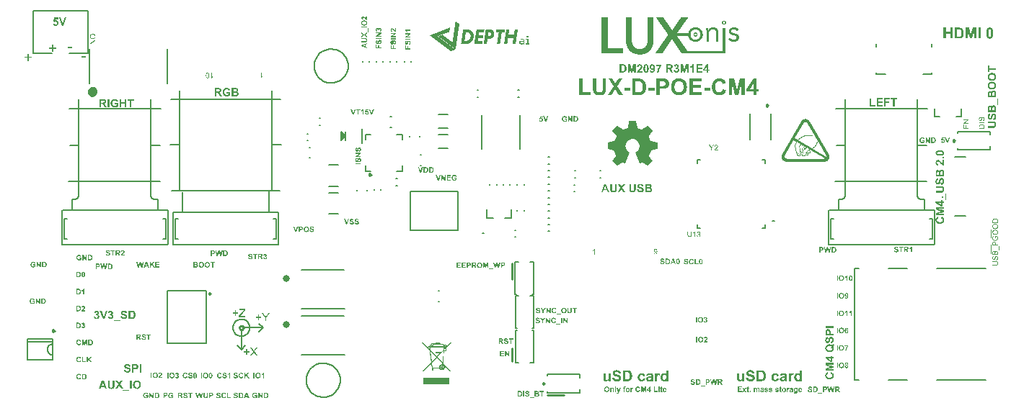
<source format=gto>
G04*
G04 #@! TF.GenerationSoftware,Altium Limited,Altium Designer,22.10.1 (41)*
G04*
G04 Layer_Color=65535*
%FSLAX44Y44*%
%MOMM*%
G71*
G04*
G04 #@! TF.SameCoordinates,928D53FB-E6BB-4B63-96BA-E5CEFA686ED6*
G04*
G04*
G04 #@! TF.FilePolarity,Positive*
G04*
G01*
G75*
%ADD10C,0.2500*%
%ADD11C,0.2000*%
%ADD12C,0.5400*%
%ADD13C,0.6000*%
%ADD14C,0.2540*%
%ADD15C,0.1270*%
%ADD16C,0.2540*%
%ADD17C,0.1000*%
G36*
X510151Y445365D02*
X510323D01*
Y445279D01*
X510408D01*
Y445193D01*
X510580D01*
Y445108D01*
X510666D01*
Y445022D01*
X510837D01*
Y444936D01*
X510923D01*
Y444850D01*
X511095D01*
Y444765D01*
X511180D01*
Y444679D01*
X511352D01*
Y444593D01*
X511437D01*
Y444507D01*
X511609D01*
Y444422D01*
X511695D01*
Y444336D01*
X511866D01*
Y444250D01*
X511952D01*
Y444164D01*
X512124D01*
Y444078D01*
X512209D01*
Y443993D01*
X512381D01*
Y443907D01*
X512467D01*
Y443821D01*
X512638D01*
Y443736D01*
X512724D01*
Y443650D01*
X512810D01*
Y443564D01*
X512981D01*
Y443478D01*
X513067D01*
Y443392D01*
X513238D01*
Y443307D01*
X513324D01*
Y443221D01*
X513496D01*
Y443135D01*
X513581D01*
Y443049D01*
X513753D01*
Y442964D01*
X513839D01*
Y442878D01*
X514010D01*
Y442792D01*
X514096D01*
Y442706D01*
X514267D01*
Y442621D01*
X514353D01*
Y442535D01*
X514525D01*
Y442192D01*
X514439D01*
Y441677D01*
X514353D01*
Y441077D01*
X514267D01*
Y440477D01*
X514182D01*
Y439877D01*
X514096D01*
Y439362D01*
X514010D01*
Y438762D01*
X513924D01*
Y438161D01*
X513839D01*
Y437561D01*
X513753D01*
Y436961D01*
X513667D01*
Y436446D01*
X513581D01*
Y435846D01*
X513496D01*
Y435246D01*
X513410D01*
Y434645D01*
X513324D01*
Y434045D01*
X513238D01*
Y433531D01*
X513153D01*
Y432930D01*
X513067D01*
Y432330D01*
X512981D01*
Y431730D01*
X512895D01*
Y431129D01*
X512810D01*
Y430615D01*
X512724D01*
Y430015D01*
X512638D01*
Y429414D01*
X512552D01*
Y428814D01*
X512467D01*
Y428214D01*
X512381D01*
Y427699D01*
X512295D01*
Y427099D01*
X512209D01*
Y426499D01*
X512124D01*
Y425898D01*
X512038D01*
Y425384D01*
X511952D01*
Y424784D01*
X511866D01*
Y424183D01*
X511781D01*
Y423583D01*
X511695D01*
Y422983D01*
X511609D01*
Y422468D01*
X511523D01*
Y421868D01*
X511437D01*
Y421268D01*
X511352D01*
Y420667D01*
X511266D01*
Y420067D01*
X511180D01*
Y419552D01*
X511095D01*
Y418952D01*
X511009D01*
Y418352D01*
X510923D01*
Y417752D01*
X510837D01*
Y417151D01*
X510751D01*
Y416637D01*
X510666D01*
Y416036D01*
X510580D01*
Y415436D01*
X510494D01*
Y414836D01*
X510408D01*
Y414235D01*
X510323D01*
Y413721D01*
X510237D01*
Y413121D01*
X510151D01*
Y412606D01*
X510065D01*
Y412692D01*
X509980D01*
Y412778D01*
X509894D01*
Y412863D01*
X509722D01*
Y412949D01*
X509637D01*
Y413035D01*
X509551D01*
Y413121D01*
X509379D01*
Y413206D01*
X509294D01*
Y413292D01*
X509208D01*
Y413378D01*
X509036D01*
Y413464D01*
X508951D01*
Y413549D01*
X508865D01*
Y413635D01*
X508693D01*
Y413721D01*
X508608D01*
Y413807D01*
X508522D01*
Y413893D01*
X508350D01*
Y413978D01*
X508265D01*
Y414064D01*
X508179D01*
Y414150D01*
X508007D01*
Y414235D01*
X507921D01*
Y414321D01*
X507836D01*
Y414407D01*
X507664D01*
Y414493D01*
X507579D01*
Y414579D01*
X507493D01*
Y414664D01*
X507321D01*
Y414750D01*
X507235D01*
Y414836D01*
X507150D01*
Y414921D01*
X506978D01*
Y415007D01*
X506893D01*
Y415093D01*
X506807D01*
Y415179D01*
X506635D01*
Y415265D01*
X506549D01*
Y415350D01*
X506464D01*
Y415436D01*
X506292D01*
Y415522D01*
X506206D01*
Y415608D01*
X506121D01*
Y415693D01*
X505949D01*
Y415779D01*
X505863D01*
Y415865D01*
X505778D01*
Y415951D01*
X505606D01*
Y416036D01*
X505520D01*
Y416122D01*
X505435D01*
Y416208D01*
X505263D01*
Y416294D01*
X505177D01*
Y416379D01*
X505092D01*
Y416465D01*
X504920D01*
Y416551D01*
X504834D01*
Y416637D01*
X504748D01*
Y416722D01*
X504577D01*
Y416808D01*
X504491D01*
Y416894D01*
X504406D01*
Y416980D01*
X504234D01*
Y417065D01*
X504148D01*
Y417151D01*
X504062D01*
Y417237D01*
X503891D01*
Y417323D01*
X503805D01*
Y417408D01*
X503719D01*
Y417494D01*
X503548D01*
Y417580D01*
X503462D01*
Y417666D01*
X503377D01*
Y417752D01*
X503205D01*
Y417837D01*
X503119D01*
Y417923D01*
X503033D01*
Y418009D01*
X502862D01*
Y418094D01*
X502776D01*
Y418180D01*
X502690D01*
Y418266D01*
X502519D01*
Y418352D01*
X502433D01*
Y418438D01*
X502347D01*
Y418523D01*
X502176D01*
Y418609D01*
X502090D01*
Y418695D01*
X502004D01*
Y418781D01*
X501833D01*
Y418866D01*
X501747D01*
Y418952D01*
X501661D01*
Y419038D01*
X501576D01*
Y419124D01*
X501404D01*
Y419209D01*
X501318D01*
Y419295D01*
X501233D01*
Y419381D01*
X501061D01*
Y419467D01*
X500975D01*
Y419552D01*
X500890D01*
Y419638D01*
X500718D01*
Y419724D01*
X500632D01*
Y419810D01*
X500546D01*
Y419895D01*
X500375D01*
Y419981D01*
X500289D01*
Y420067D01*
X500204D01*
Y420153D01*
X500032D01*
Y420238D01*
X499946D01*
Y420324D01*
X499860D01*
Y420410D01*
X499689D01*
Y420496D01*
X499603D01*
Y420581D01*
X499517D01*
Y420667D01*
X499346D01*
Y420753D01*
X499260D01*
Y420839D01*
X499174D01*
Y420924D01*
X499003D01*
Y421010D01*
X498917D01*
Y421096D01*
X498831D01*
Y421182D01*
X498660D01*
Y421268D01*
X498574D01*
Y421353D01*
X498488D01*
Y421439D01*
X498317D01*
Y421525D01*
X498231D01*
Y421610D01*
X498145D01*
Y421696D01*
X497974D01*
Y421782D01*
X497888D01*
Y421868D01*
X497802D01*
Y421954D01*
X497631D01*
Y422039D01*
X497545D01*
Y422125D01*
X497459D01*
Y422211D01*
X497288D01*
Y422296D01*
X497202D01*
Y422382D01*
X497116D01*
Y422468D01*
X496945D01*
Y422554D01*
X496859D01*
Y422640D01*
X496773D01*
Y422725D01*
X496602D01*
Y422811D01*
X496516D01*
Y422897D01*
X496430D01*
Y422983D01*
X496259D01*
Y423068D01*
X496173D01*
Y423154D01*
X496087D01*
Y423240D01*
X495916D01*
Y423326D01*
X495830D01*
Y423411D01*
X495744D01*
Y423497D01*
X495573D01*
Y423583D01*
X495487D01*
Y423669D01*
X495401D01*
Y423754D01*
X495230D01*
Y423840D01*
X495144D01*
Y423926D01*
X495058D01*
Y424012D01*
X494887D01*
Y424097D01*
X494801D01*
Y424183D01*
X494715D01*
Y424269D01*
X494544D01*
Y424355D01*
X494458D01*
Y424440D01*
X494372D01*
Y424526D01*
X494201D01*
Y424612D01*
X494115D01*
Y424698D01*
X494029D01*
Y424784D01*
X493858D01*
Y424869D01*
X493772D01*
Y424955D01*
X493686D01*
Y425041D01*
X493515D01*
Y425126D01*
X493429D01*
Y425212D01*
X493343D01*
Y425298D01*
X493172D01*
Y425384D01*
X493086D01*
Y425470D01*
X493000D01*
Y425555D01*
X492828D01*
Y425641D01*
X492743D01*
Y425727D01*
X492657D01*
Y425812D01*
X492486D01*
Y425898D01*
X492400D01*
Y425984D01*
X492314D01*
Y426070D01*
X492142D01*
Y426156D01*
X492057D01*
Y426241D01*
X491971D01*
Y426327D01*
X491799D01*
Y426413D01*
X491714D01*
Y426499D01*
X491628D01*
Y426584D01*
X491456D01*
Y426670D01*
X491371D01*
Y426756D01*
X491285D01*
Y426842D01*
X491113D01*
Y426927D01*
X491028D01*
Y427013D01*
X490942D01*
Y427099D01*
X490770D01*
Y427185D01*
X490685D01*
Y427270D01*
X490599D01*
Y427356D01*
X490427D01*
Y427442D01*
X490342D01*
Y427528D01*
X490256D01*
Y427613D01*
X490084D01*
Y427699D01*
X489999D01*
Y427785D01*
X489913D01*
Y427871D01*
X489741D01*
Y428042D01*
X489999D01*
Y428128D01*
X490256D01*
Y428214D01*
X490513D01*
Y428299D01*
X490770D01*
Y428385D01*
X491028D01*
Y428471D01*
X491199D01*
Y428557D01*
X491456D01*
Y428642D01*
X491714D01*
Y428728D01*
X491971D01*
Y428814D01*
X492228D01*
Y428900D01*
X492400D01*
Y428985D01*
X492657D01*
Y429071D01*
X492914D01*
Y429157D01*
X493172D01*
Y429243D01*
X493429D01*
Y429328D01*
X493686D01*
Y429414D01*
X493858D01*
Y429500D01*
X494115D01*
Y429586D01*
X494372D01*
Y429672D01*
X494715D01*
Y429586D01*
X494801D01*
Y429500D01*
X494887D01*
Y429414D01*
X495058D01*
Y429328D01*
X495144D01*
Y429243D01*
X495230D01*
Y429157D01*
X495401D01*
Y429071D01*
X495487D01*
Y428985D01*
X495573D01*
Y428900D01*
X495744D01*
Y428814D01*
X495830D01*
Y428728D01*
X495916D01*
Y428642D01*
X496087D01*
Y428557D01*
X496173D01*
Y428471D01*
X496344D01*
Y428385D01*
X496430D01*
Y428299D01*
X496516D01*
Y428214D01*
X496688D01*
Y428128D01*
X496773D01*
Y428042D01*
X496859D01*
Y427956D01*
X497030D01*
Y427871D01*
X497116D01*
Y427785D01*
X497202D01*
Y427699D01*
X497374D01*
Y427613D01*
X497459D01*
Y427528D01*
X497545D01*
Y427442D01*
X497717D01*
Y427356D01*
X497802D01*
Y427270D01*
X497888D01*
Y427185D01*
X498060D01*
Y427099D01*
X498145D01*
Y427013D01*
X498231D01*
Y426927D01*
X498403D01*
Y426842D01*
X498488D01*
Y426756D01*
X498574D01*
Y426670D01*
X498746D01*
Y426584D01*
X498831D01*
Y426499D01*
X498917D01*
Y426413D01*
X499089D01*
Y426327D01*
X499174D01*
Y426241D01*
X499260D01*
Y426156D01*
X499432D01*
Y426070D01*
X499517D01*
Y425984D01*
X499603D01*
Y425898D01*
X499775D01*
Y425812D01*
X499860D01*
Y425727D01*
X499946D01*
Y425641D01*
X500118D01*
Y425555D01*
X500204D01*
Y425470D01*
X500375D01*
Y425384D01*
X500461D01*
Y425298D01*
X500546D01*
Y425212D01*
X500718D01*
Y425126D01*
X500804D01*
Y425041D01*
X500890D01*
Y424955D01*
X501061D01*
Y424869D01*
X501147D01*
Y424784D01*
X501233D01*
Y424698D01*
X501404D01*
Y424612D01*
X501490D01*
Y424526D01*
X501576D01*
Y424440D01*
X501747D01*
Y424355D01*
X501833D01*
Y424269D01*
X501919D01*
Y424183D01*
X502090D01*
Y424097D01*
X502176D01*
Y424012D01*
X502262D01*
Y423926D01*
X502433D01*
Y423840D01*
X502519D01*
Y423754D01*
X502605D01*
Y423669D01*
X502776D01*
Y423583D01*
X502862D01*
Y423497D01*
X502948D01*
Y423411D01*
X503119D01*
Y423326D01*
X503205D01*
Y423240D01*
X503291D01*
Y423154D01*
X503462D01*
Y423068D01*
X503548D01*
Y422983D01*
X503634D01*
Y422897D01*
X503805D01*
Y422811D01*
X503891D01*
Y422725D01*
X504062D01*
Y422640D01*
X504148D01*
Y422554D01*
X504234D01*
Y422468D01*
X504406D01*
Y422382D01*
X504491D01*
Y422296D01*
X504577D01*
Y422211D01*
X504748D01*
Y422125D01*
X504834D01*
Y422039D01*
X504920D01*
Y421954D01*
X505092D01*
Y421868D01*
X505177D01*
Y421782D01*
X505263D01*
Y421696D01*
X505435D01*
Y421610D01*
X505520D01*
Y421525D01*
X505606D01*
Y421439D01*
X505778D01*
Y421353D01*
X505863D01*
Y421268D01*
X505949D01*
Y421182D01*
X506121D01*
Y421096D01*
X506378D01*
Y421182D01*
X506464D01*
Y421439D01*
X506549D01*
Y422039D01*
X506635D01*
Y422640D01*
X506721D01*
Y423240D01*
X506807D01*
Y423754D01*
X506893D01*
Y424355D01*
X506978D01*
Y424955D01*
X507064D01*
Y425555D01*
X507150D01*
Y426156D01*
X507235D01*
Y426670D01*
X507321D01*
Y427270D01*
X507407D01*
Y427871D01*
X507493D01*
Y428471D01*
X507579D01*
Y429071D01*
X507664D01*
Y429672D01*
X507750D01*
Y430186D01*
X507836D01*
Y430786D01*
X507921D01*
Y431387D01*
X508007D01*
Y431987D01*
X508093D01*
Y432587D01*
X508179D01*
Y433102D01*
X508265D01*
Y433702D01*
X508350D01*
Y434302D01*
X508436D01*
Y434903D01*
X508522D01*
Y435503D01*
X508608D01*
Y436017D01*
X508693D01*
Y436618D01*
X508779D01*
Y437218D01*
X508865D01*
Y437818D01*
X508951D01*
Y438419D01*
X509036D01*
Y439019D01*
X509122D01*
Y439533D01*
X509208D01*
Y440134D01*
X509294D01*
Y440734D01*
X509379D01*
Y441334D01*
X509465D01*
Y441935D01*
X509551D01*
Y442449D01*
X509637D01*
Y443049D01*
X509722D01*
Y443650D01*
X509808D01*
Y444250D01*
X509894D01*
Y444850D01*
X509980D01*
Y445451D01*
X510151D01*
Y445365D01*
D02*
G37*
G36*
X524472Y435932D02*
X524987D01*
Y435846D01*
X525416D01*
Y435760D01*
X525759D01*
Y435674D01*
X526016D01*
Y435589D01*
X526359D01*
Y435503D01*
X526616D01*
Y435417D01*
X526788D01*
Y435331D01*
X527045D01*
Y435246D01*
X527217D01*
Y435160D01*
X527474D01*
Y435074D01*
X527645D01*
Y434988D01*
X527817D01*
Y434903D01*
X527903D01*
Y434817D01*
X528074D01*
Y434731D01*
X528246D01*
Y434645D01*
X528331D01*
Y434560D01*
X528503D01*
Y434474D01*
X528589D01*
Y434388D01*
X528674D01*
Y434302D01*
X528760D01*
Y434217D01*
X528846D01*
Y434131D01*
X529017D01*
Y434045D01*
X529103D01*
Y433959D01*
X529189D01*
Y433874D01*
X529275D01*
Y433788D01*
X529361D01*
Y433702D01*
X529446D01*
Y433531D01*
X529532D01*
Y433445D01*
X529618D01*
Y433359D01*
X529703D01*
Y433273D01*
X529789D01*
Y433187D01*
X529875D01*
Y433016D01*
X529961D01*
Y432930D01*
X530047D01*
Y432759D01*
X530132D01*
Y432673D01*
X530218D01*
Y432501D01*
X530304D01*
Y432330D01*
X530390D01*
Y432244D01*
X530475D01*
Y432073D01*
X530561D01*
Y431901D01*
X530647D01*
Y431644D01*
X530733D01*
Y431472D01*
X530818D01*
Y431215D01*
X530904D01*
Y430958D01*
X530990D01*
Y430701D01*
X531076D01*
Y430358D01*
X531161D01*
Y429929D01*
X531247D01*
Y429328D01*
X531333D01*
Y427270D01*
X531247D01*
Y426584D01*
X531161D01*
Y426156D01*
X531076D01*
Y425727D01*
X530990D01*
Y425384D01*
X530904D01*
Y425126D01*
X530818D01*
Y424869D01*
X530733D01*
Y424612D01*
X530647D01*
Y424440D01*
X530561D01*
Y424269D01*
X530475D01*
Y424012D01*
X530390D01*
Y423840D01*
X530304D01*
Y423669D01*
X530218D01*
Y423497D01*
X530132D01*
Y423326D01*
X530047D01*
Y423240D01*
X529961D01*
Y423068D01*
X529875D01*
Y422897D01*
X529789D01*
Y422811D01*
X529703D01*
Y422640D01*
X529618D01*
Y422554D01*
X529532D01*
Y422468D01*
X529446D01*
Y422296D01*
X529361D01*
Y422211D01*
X529275D01*
Y422125D01*
X529189D01*
Y421954D01*
X529103D01*
Y421868D01*
X529017D01*
Y421782D01*
X528932D01*
Y421696D01*
X528846D01*
Y421610D01*
X528760D01*
Y421525D01*
X528674D01*
Y421439D01*
X528589D01*
Y421353D01*
X528503D01*
Y421268D01*
X528417D01*
Y421182D01*
X528331D01*
Y421096D01*
X528246D01*
Y421010D01*
X528074D01*
Y420924D01*
X527988D01*
Y420839D01*
X527903D01*
Y420753D01*
X527817D01*
Y420667D01*
X527645D01*
Y420581D01*
X527560D01*
Y420496D01*
X527474D01*
Y420410D01*
X527302D01*
Y420324D01*
X527217D01*
Y420238D01*
X527045D01*
Y420153D01*
X526874D01*
Y420067D01*
X526788D01*
Y419981D01*
X526616D01*
Y419895D01*
X526445D01*
Y419810D01*
X526273D01*
Y419724D01*
X526102D01*
Y419638D01*
X525930D01*
Y419552D01*
X525673D01*
Y419467D01*
X525502D01*
Y419381D01*
X525244D01*
Y419295D01*
X524901D01*
Y419209D01*
X524558D01*
Y419124D01*
X524044D01*
Y419038D01*
X523358D01*
Y418952D01*
X516497D01*
Y419209D01*
X516583D01*
Y419724D01*
X516669D01*
Y420324D01*
X516754D01*
Y420924D01*
X516840D01*
Y421525D01*
X516926D01*
Y422125D01*
X517012D01*
Y422640D01*
X517097D01*
Y423240D01*
X517183D01*
Y423840D01*
X517269D01*
Y424440D01*
X517355D01*
Y425041D01*
X517440D01*
Y425555D01*
X517526D01*
Y426156D01*
X517612D01*
Y426756D01*
X517698D01*
Y427356D01*
X517783D01*
Y427956D01*
X517869D01*
Y428557D01*
X517955D01*
Y429071D01*
X518041D01*
Y429672D01*
X518126D01*
Y430272D01*
X518212D01*
Y430872D01*
X518298D01*
Y431472D01*
X518384D01*
Y431987D01*
X518470D01*
Y432587D01*
X518555D01*
Y433187D01*
X518641D01*
Y433788D01*
X518727D01*
Y434388D01*
X518812D01*
Y434903D01*
X518898D01*
Y435503D01*
X518984D01*
Y436017D01*
X524472D01*
Y435932D01*
D02*
G37*
G36*
X503462Y437733D02*
X503377D01*
Y437132D01*
X503291D01*
Y436532D01*
X503205D01*
Y435932D01*
X503119D01*
Y435331D01*
X503033D01*
Y434731D01*
X502948D01*
Y434131D01*
X502862D01*
Y433531D01*
X502776D01*
Y433102D01*
X502690D01*
Y433016D01*
X502519D01*
Y432930D01*
X502262D01*
Y432845D01*
X502090D01*
Y432759D01*
X501833D01*
Y432673D01*
X501576D01*
Y432587D01*
X501318D01*
Y432501D01*
X501061D01*
Y432416D01*
X500890D01*
Y432330D01*
X500632D01*
Y432244D01*
X500375D01*
Y432158D01*
X500118D01*
Y432073D01*
X499860D01*
Y431987D01*
X499689D01*
Y431901D01*
X499432D01*
Y431815D01*
X499174D01*
Y431730D01*
X498917D01*
Y431644D01*
X498660D01*
Y431558D01*
X498488D01*
Y431472D01*
X498231D01*
Y431387D01*
X497974D01*
Y431301D01*
X497717D01*
Y431215D01*
X497459D01*
Y431129D01*
X497288D01*
Y431044D01*
X497030D01*
Y430958D01*
X496773D01*
Y430872D01*
X496516D01*
Y430786D01*
X496259D01*
Y430701D01*
X496087D01*
Y430615D01*
X495830D01*
Y430529D01*
X495573D01*
Y430443D01*
X495315D01*
Y430358D01*
X495058D01*
Y430272D01*
X494887D01*
Y430186D01*
X494629D01*
Y430100D01*
X494372D01*
Y430015D01*
X494115D01*
Y429929D01*
X493858D01*
Y429843D01*
X493686D01*
Y429757D01*
X493429D01*
Y429672D01*
X493172D01*
Y429586D01*
X492914D01*
Y429500D01*
X492743D01*
Y429414D01*
X492486D01*
Y429328D01*
X492228D01*
Y429243D01*
X491971D01*
Y429157D01*
X491714D01*
Y429071D01*
X491542D01*
Y428985D01*
X491285D01*
Y428900D01*
X491028D01*
Y428814D01*
X490770D01*
Y428728D01*
X490513D01*
Y428642D01*
X490342D01*
Y428557D01*
X490084D01*
Y428471D01*
X489827D01*
Y428385D01*
X489570D01*
Y428299D01*
X489313D01*
Y428214D01*
X489141D01*
Y428128D01*
X489055D01*
Y427956D01*
X489141D01*
Y427871D01*
X489227D01*
Y427785D01*
X489313D01*
Y427699D01*
X489484D01*
Y427613D01*
X489570D01*
Y427528D01*
X489655D01*
Y427442D01*
X489827D01*
Y427356D01*
X489913D01*
Y427270D01*
X489999D01*
Y427185D01*
X490170D01*
Y427099D01*
X490256D01*
Y427013D01*
X490342D01*
Y426927D01*
X490513D01*
Y426842D01*
X490599D01*
Y426756D01*
X490685D01*
Y426670D01*
X490856D01*
Y426584D01*
X490942D01*
Y426499D01*
X491028D01*
Y426413D01*
X491199D01*
Y426327D01*
X491285D01*
Y426241D01*
X491371D01*
Y426156D01*
X491542D01*
Y426070D01*
X491628D01*
Y425984D01*
X491714D01*
Y425898D01*
X491885D01*
Y425812D01*
X491971D01*
Y425727D01*
X492057D01*
Y425641D01*
X492228D01*
Y425555D01*
X492314D01*
Y425470D01*
X492400D01*
Y425384D01*
X492571D01*
Y425298D01*
X492657D01*
Y425212D01*
X492743D01*
Y425126D01*
X492914D01*
Y425041D01*
X493000D01*
Y424955D01*
X493086D01*
Y424869D01*
X493257D01*
Y424784D01*
X493343D01*
Y424698D01*
X493429D01*
Y424612D01*
X493600D01*
Y424526D01*
X493686D01*
Y424440D01*
X493772D01*
Y424355D01*
X493943D01*
Y424269D01*
X494029D01*
Y424183D01*
X494115D01*
Y424097D01*
X494286D01*
Y424012D01*
X494372D01*
Y423926D01*
X494458D01*
Y423840D01*
X494629D01*
Y423754D01*
X494715D01*
Y423669D01*
X494801D01*
Y423583D01*
X494972D01*
Y423497D01*
X495058D01*
Y423411D01*
X495144D01*
Y423326D01*
X495315D01*
Y423240D01*
X495401D01*
Y423154D01*
X495487D01*
Y423068D01*
X495658D01*
Y422983D01*
X495744D01*
Y422897D01*
X495830D01*
Y422811D01*
X496002D01*
Y422725D01*
X496087D01*
Y422640D01*
X496173D01*
Y422554D01*
X496344D01*
Y422468D01*
X496430D01*
Y422382D01*
X496516D01*
Y422296D01*
X496688D01*
Y422211D01*
X496773D01*
Y422125D01*
X496859D01*
Y422039D01*
X497030D01*
Y421954D01*
X497116D01*
Y421868D01*
X497202D01*
Y421782D01*
X497374D01*
Y421696D01*
X497459D01*
Y421610D01*
X497545D01*
Y421525D01*
X497717D01*
Y421439D01*
X497802D01*
Y421353D01*
X497888D01*
Y421268D01*
X498060D01*
Y421182D01*
X498145D01*
Y421096D01*
X498231D01*
Y421010D01*
X498403D01*
Y420924D01*
X498488D01*
Y420839D01*
X498574D01*
Y420753D01*
X498746D01*
Y420667D01*
X498831D01*
Y420581D01*
X498917D01*
Y420496D01*
X499089D01*
Y420410D01*
X499174D01*
Y420324D01*
X499260D01*
Y420238D01*
X499432D01*
Y420153D01*
X499517D01*
Y420067D01*
X499603D01*
Y419981D01*
X499775D01*
Y419895D01*
X499860D01*
Y419810D01*
X499946D01*
Y419724D01*
X500118D01*
Y419638D01*
X500204D01*
Y419552D01*
X500289D01*
Y419467D01*
X500461D01*
Y419381D01*
X500546D01*
Y419295D01*
X500632D01*
Y419209D01*
X500804D01*
Y419124D01*
X500890D01*
Y419038D01*
X500975D01*
Y418952D01*
X501061D01*
Y418866D01*
X501233D01*
Y418781D01*
X501318D01*
Y418695D01*
X501404D01*
Y418609D01*
X501576D01*
Y418523D01*
X501661D01*
Y418438D01*
X501747D01*
Y418352D01*
X501919D01*
Y418266D01*
X502004D01*
Y418180D01*
X502090D01*
Y418094D01*
X502262D01*
Y418009D01*
X502347D01*
Y417923D01*
X502433D01*
Y417837D01*
X502605D01*
Y417752D01*
X502690D01*
Y417666D01*
X502776D01*
Y417580D01*
X502948D01*
Y417494D01*
X503033D01*
Y417408D01*
X503119D01*
Y417323D01*
X503291D01*
Y417237D01*
X503377D01*
Y417151D01*
X503462D01*
Y417065D01*
X503634D01*
Y416980D01*
X503719D01*
Y416894D01*
X503805D01*
Y416808D01*
X503977D01*
Y416722D01*
X504062D01*
Y416637D01*
X504148D01*
Y416551D01*
X504320D01*
Y416465D01*
X504406D01*
Y416379D01*
X504491D01*
Y416294D01*
X504663D01*
Y416208D01*
X504748D01*
Y416122D01*
X504834D01*
Y416036D01*
X505006D01*
Y415951D01*
X505092D01*
Y415865D01*
X505177D01*
Y415779D01*
X505349D01*
Y415693D01*
X505435D01*
Y415608D01*
X505520D01*
Y415522D01*
X505692D01*
Y415436D01*
X505778D01*
Y415350D01*
X505863D01*
Y415265D01*
X506035D01*
Y415179D01*
X506121D01*
Y415093D01*
X506206D01*
Y415007D01*
X506378D01*
Y414921D01*
X506464D01*
Y414836D01*
X506549D01*
Y414750D01*
X506721D01*
Y414664D01*
X506807D01*
Y414579D01*
X506893D01*
Y414493D01*
X507064D01*
Y414407D01*
X507150D01*
Y414321D01*
X507235D01*
Y414235D01*
X507407D01*
Y414150D01*
X507493D01*
Y414064D01*
X507579D01*
Y413978D01*
X507750D01*
Y413893D01*
X507836D01*
Y413807D01*
X507921D01*
Y413721D01*
X508093D01*
Y413635D01*
X508179D01*
Y413549D01*
X508265D01*
Y413464D01*
X508436D01*
Y413378D01*
X508522D01*
Y413292D01*
X508608D01*
Y413206D01*
X508779D01*
Y413121D01*
X508865D01*
Y413035D01*
X508951D01*
Y412949D01*
X509122D01*
Y412863D01*
X509208D01*
Y412778D01*
X509294D01*
Y412692D01*
X509465D01*
Y412606D01*
X509551D01*
Y412520D01*
X509637D01*
Y412435D01*
X509808D01*
Y412349D01*
X509894D01*
Y412263D01*
X509722D01*
Y412177D01*
X509465D01*
Y412092D01*
X509208D01*
Y412006D01*
X508951D01*
Y411920D01*
X508779D01*
Y411834D01*
X508522D01*
Y411749D01*
X508265D01*
Y411663D01*
X508007D01*
Y411577D01*
X507750D01*
Y411491D01*
X507493D01*
Y411405D01*
X507321D01*
Y411320D01*
X507064D01*
Y411234D01*
X506807D01*
Y411148D01*
X506549D01*
Y411063D01*
X506292D01*
Y410977D01*
X506035D01*
Y410891D01*
X505863D01*
Y410805D01*
X505606D01*
Y410719D01*
X505349D01*
Y410634D01*
X505092D01*
Y410548D01*
X504834D01*
Y410462D01*
X504491D01*
Y410548D01*
X504320D01*
Y410634D01*
X504234D01*
Y410719D01*
X504148D01*
Y410805D01*
X503977D01*
Y410891D01*
X503891D01*
Y410977D01*
X503805D01*
Y411063D01*
X503634D01*
Y411148D01*
X503548D01*
Y411234D01*
X503462D01*
Y411320D01*
X503291D01*
Y411405D01*
X503205D01*
Y411491D01*
X503119D01*
Y411577D01*
X502948D01*
Y411663D01*
X502862D01*
Y411749D01*
X502776D01*
Y411834D01*
X502605D01*
Y411920D01*
X502519D01*
Y412006D01*
X502433D01*
Y412092D01*
X502262D01*
Y412177D01*
X502176D01*
Y412263D01*
X502090D01*
Y412349D01*
X501919D01*
Y412435D01*
X501833D01*
Y412520D01*
X501747D01*
Y412606D01*
X501576D01*
Y412692D01*
X501490D01*
Y412778D01*
X501404D01*
Y412863D01*
X501233D01*
Y412949D01*
X501147D01*
Y413035D01*
X501061D01*
Y413121D01*
X500890D01*
Y413206D01*
X500804D01*
Y413292D01*
X500718D01*
Y413378D01*
X500546D01*
Y413464D01*
X500461D01*
Y413549D01*
X500289D01*
Y413635D01*
X500204D01*
Y413721D01*
X500118D01*
Y413807D01*
X499946D01*
Y413893D01*
X499860D01*
Y413978D01*
X499775D01*
Y414064D01*
X499603D01*
Y414150D01*
X499517D01*
Y414235D01*
X499432D01*
Y414321D01*
X499260D01*
Y414407D01*
X499174D01*
Y414493D01*
X499089D01*
Y414579D01*
X498917D01*
Y414664D01*
X498831D01*
Y414750D01*
X498746D01*
Y414836D01*
X498574D01*
Y414921D01*
X498488D01*
Y415007D01*
X498403D01*
Y415093D01*
X498231D01*
Y415179D01*
X498145D01*
Y415265D01*
X498060D01*
Y415350D01*
X497888D01*
Y415436D01*
X497802D01*
Y415522D01*
X497717D01*
Y415608D01*
X497545D01*
Y415693D01*
X497459D01*
Y415779D01*
X497374D01*
Y415865D01*
X497202D01*
Y415951D01*
X497116D01*
Y416036D01*
X497030D01*
Y416122D01*
X496859D01*
Y416208D01*
X496773D01*
Y416294D01*
X496688D01*
Y416379D01*
X496516D01*
Y416465D01*
X496430D01*
Y416551D01*
X496344D01*
Y416637D01*
X496173D01*
Y416722D01*
X496087D01*
Y416808D01*
X496002D01*
Y416894D01*
X495830D01*
Y416980D01*
X495744D01*
Y417065D01*
X495658D01*
Y417151D01*
X495487D01*
Y417237D01*
X495401D01*
Y417323D01*
X495315D01*
Y417408D01*
X495144D01*
Y417494D01*
X495058D01*
Y417580D01*
X494972D01*
Y417666D01*
X494801D01*
Y417752D01*
X494715D01*
Y417837D01*
X494629D01*
Y417923D01*
X494458D01*
Y418009D01*
X494372D01*
Y418094D01*
X494286D01*
Y418180D01*
X494115D01*
Y418266D01*
X494029D01*
Y418352D01*
X493943D01*
Y418438D01*
X493772D01*
Y418523D01*
X493686D01*
Y418609D01*
X493600D01*
Y418695D01*
X493429D01*
Y418781D01*
X493343D01*
Y418866D01*
X493257D01*
Y418952D01*
X493086D01*
Y419038D01*
X493000D01*
Y419124D01*
X492914D01*
Y419209D01*
X492743D01*
Y419295D01*
X492657D01*
Y419381D01*
X492571D01*
Y419467D01*
X492400D01*
Y419552D01*
X492314D01*
Y419638D01*
X492228D01*
Y419724D01*
X492057D01*
Y419810D01*
X491971D01*
Y419895D01*
X491885D01*
Y419981D01*
X491714D01*
Y420067D01*
X491628D01*
Y420153D01*
X491542D01*
Y420238D01*
X491371D01*
Y420324D01*
X491285D01*
Y420410D01*
X491199D01*
Y420496D01*
X491028D01*
Y420581D01*
X490942D01*
Y420667D01*
X490770D01*
Y420753D01*
X490685D01*
Y420839D01*
X490599D01*
Y420924D01*
X490427D01*
Y421010D01*
X490342D01*
Y421096D01*
X490256D01*
Y421182D01*
X490084D01*
Y421268D01*
X489999D01*
Y421353D01*
X489913D01*
Y421439D01*
X489741D01*
Y421525D01*
X489655D01*
Y421610D01*
X489570D01*
Y421696D01*
X489398D01*
Y421782D01*
X489313D01*
Y421868D01*
X489227D01*
Y421954D01*
X489055D01*
Y422039D01*
X488969D01*
Y422125D01*
X488884D01*
Y422211D01*
X488712D01*
Y422296D01*
X488627D01*
Y422382D01*
X488541D01*
Y422468D01*
X488369D01*
Y422554D01*
X488283D01*
Y422640D01*
X488198D01*
Y422725D01*
X488026D01*
Y422811D01*
X487940D01*
Y422897D01*
X487855D01*
Y422983D01*
X487683D01*
Y423068D01*
X487597D01*
Y423154D01*
X487512D01*
Y423240D01*
X487340D01*
Y423326D01*
X487254D01*
Y423411D01*
X487169D01*
Y423497D01*
X486997D01*
Y423583D01*
X486911D01*
Y423669D01*
X486826D01*
Y423754D01*
X486654D01*
Y423840D01*
X486568D01*
Y423926D01*
X486483D01*
Y424012D01*
X486311D01*
Y424097D01*
X486225D01*
Y424183D01*
X486139D01*
Y424269D01*
X485968D01*
Y424355D01*
X485882D01*
Y424440D01*
X485797D01*
Y424526D01*
X485625D01*
Y424612D01*
X485539D01*
Y424698D01*
X485453D01*
Y424784D01*
X485282D01*
Y424869D01*
X485196D01*
Y424955D01*
X485111D01*
Y425041D01*
X484939D01*
Y425126D01*
X484853D01*
Y425212D01*
X484767D01*
Y425298D01*
X484596D01*
Y425384D01*
X484510D01*
Y425470D01*
X484424D01*
Y425555D01*
X484253D01*
Y425641D01*
X484167D01*
Y425727D01*
X484081D01*
Y425812D01*
X483910D01*
Y425898D01*
X483824D01*
Y425984D01*
X483738D01*
Y426070D01*
X483567D01*
Y426156D01*
X483481D01*
Y426241D01*
X483395D01*
Y426327D01*
X483224D01*
Y426413D01*
X483138D01*
Y426499D01*
X483052D01*
Y426584D01*
X482881D01*
Y426670D01*
X482795D01*
Y426756D01*
X482709D01*
Y426842D01*
X482538D01*
Y426927D01*
X482452D01*
Y427013D01*
X482366D01*
Y427099D01*
X482195D01*
Y427185D01*
X482109D01*
Y427270D01*
X482023D01*
Y427356D01*
X481852D01*
Y427442D01*
X481766D01*
Y427528D01*
X481680D01*
Y427613D01*
X481509D01*
Y427699D01*
X481423D01*
Y427785D01*
X481337D01*
Y427871D01*
X481166D01*
Y427956D01*
X481080D01*
Y428042D01*
X480908D01*
Y428128D01*
X480823D01*
Y428214D01*
X480737D01*
Y428299D01*
X480565D01*
Y428385D01*
X480480D01*
Y428471D01*
X480394D01*
Y428557D01*
X480222D01*
Y428642D01*
X480137D01*
Y428728D01*
X480051D01*
Y428814D01*
X479879D01*
Y428985D01*
X480051D01*
Y429071D01*
X480222D01*
Y429157D01*
X480480D01*
Y429243D01*
X480651D01*
Y429328D01*
X480908D01*
Y429414D01*
X481166D01*
Y429500D01*
X481337D01*
Y429586D01*
X481595D01*
Y429672D01*
X481766D01*
Y429757D01*
X482023D01*
Y429843D01*
X482195D01*
Y429929D01*
X482452D01*
Y430015D01*
X482623D01*
Y430100D01*
X482881D01*
Y430186D01*
X483052D01*
Y430272D01*
X483310D01*
Y430358D01*
X483481D01*
Y430443D01*
X483738D01*
Y430529D01*
X483996D01*
Y430615D01*
X484167D01*
Y430701D01*
X484424D01*
Y430786D01*
X484596D01*
Y430872D01*
X484853D01*
Y430958D01*
X485025D01*
Y431044D01*
X485282D01*
Y431129D01*
X485453D01*
Y431215D01*
X485711D01*
Y431301D01*
X485882D01*
Y431387D01*
X486139D01*
Y431472D01*
X486397D01*
Y431558D01*
X486568D01*
Y431644D01*
X486826D01*
Y431730D01*
X486997D01*
Y431815D01*
X487254D01*
Y431901D01*
X487426D01*
Y431987D01*
X487683D01*
Y432073D01*
X487855D01*
Y432158D01*
X488112D01*
Y432244D01*
X488283D01*
Y432330D01*
X488541D01*
Y432416D01*
X488712D01*
Y432501D01*
X488969D01*
Y432587D01*
X489227D01*
Y432673D01*
X489398D01*
Y432759D01*
X489655D01*
Y432845D01*
X489827D01*
Y432930D01*
X490084D01*
Y433016D01*
X490256D01*
Y433102D01*
X490513D01*
Y433187D01*
X490685D01*
Y433273D01*
X490942D01*
Y433359D01*
X491113D01*
Y433445D01*
X491371D01*
Y433531D01*
X491542D01*
Y433616D01*
X491799D01*
Y433702D01*
X492057D01*
Y433788D01*
X492228D01*
Y433874D01*
X492486D01*
Y433959D01*
X492657D01*
Y434045D01*
X492914D01*
Y434131D01*
X493086D01*
Y434217D01*
X493343D01*
Y434302D01*
X493515D01*
Y434388D01*
X493772D01*
Y434474D01*
X493943D01*
Y434560D01*
X494201D01*
Y434645D01*
X494458D01*
Y434731D01*
X494629D01*
Y434817D01*
X494887D01*
Y434903D01*
X495058D01*
Y434988D01*
X495315D01*
Y435074D01*
X495487D01*
Y435160D01*
X495744D01*
Y435246D01*
X495916D01*
Y435331D01*
X496173D01*
Y435417D01*
X496344D01*
Y435503D01*
X496602D01*
Y435589D01*
X496773D01*
Y435674D01*
X497030D01*
Y435760D01*
X497288D01*
Y435846D01*
X497459D01*
Y435932D01*
X497717D01*
Y436017D01*
X497888D01*
Y436103D01*
X498145D01*
Y436189D01*
X498317D01*
Y436275D01*
X498574D01*
Y436361D01*
X498746D01*
Y436446D01*
X499003D01*
Y436532D01*
X499174D01*
Y436618D01*
X499432D01*
Y436703D01*
X499603D01*
Y436789D01*
X499860D01*
Y436875D01*
X500118D01*
Y436961D01*
X500289D01*
Y437047D01*
X500546D01*
Y437132D01*
X500718D01*
Y437218D01*
X500975D01*
Y437304D01*
X501147D01*
Y437389D01*
X501404D01*
Y437475D01*
X501576D01*
Y437561D01*
X501833D01*
Y437647D01*
X502004D01*
Y437733D01*
X502262D01*
Y437818D01*
X502519D01*
Y437904D01*
X502690D01*
Y437990D01*
X502948D01*
Y438076D01*
X503119D01*
Y438161D01*
X503377D01*
Y438247D01*
X503462D01*
Y437733D01*
D02*
G37*
G36*
X380922Y310642D02*
X375922Y305642D01*
Y315642D01*
X380922Y310642D01*
D02*
G37*
G36*
X583129Y435846D02*
X583044D01*
Y435246D01*
X582958D01*
Y434645D01*
X582872D01*
Y434131D01*
X582786D01*
Y433531D01*
X582701D01*
Y432930D01*
X582615D01*
Y432330D01*
X582529D01*
Y431730D01*
X582443D01*
Y431129D01*
X582358D01*
Y430615D01*
X582272D01*
Y430015D01*
X582186D01*
Y429414D01*
X582100D01*
Y428814D01*
X582015D01*
Y428214D01*
X581929D01*
Y427699D01*
X581843D01*
Y427099D01*
X581757D01*
Y426499D01*
X581671D01*
Y425898D01*
X581586D01*
Y425298D01*
X581500D01*
Y424698D01*
X581414D01*
Y424183D01*
X581329D01*
Y423583D01*
X581243D01*
Y422983D01*
X581157D01*
Y422382D01*
X581071D01*
Y421782D01*
X580985D01*
Y421268D01*
X580900D01*
Y420667D01*
X580814D01*
Y420067D01*
X580728D01*
Y419467D01*
X580643D01*
Y418952D01*
X577041D01*
Y419295D01*
X577127D01*
Y419895D01*
X577212D01*
Y420496D01*
X577298D01*
Y421010D01*
X577384D01*
Y421610D01*
X577469D01*
Y422211D01*
X577555D01*
Y422811D01*
X577641D01*
Y423411D01*
X577727D01*
Y424012D01*
X577812D01*
Y424526D01*
X577898D01*
Y425126D01*
X577984D01*
Y425727D01*
X578070D01*
Y426070D01*
X571638D01*
Y425470D01*
X571552D01*
Y424869D01*
X571467D01*
Y424355D01*
X571381D01*
Y423754D01*
X571295D01*
Y423411D01*
Y423326D01*
Y423154D01*
X571209D01*
Y422554D01*
X571124D01*
Y421954D01*
X571038D01*
Y421353D01*
X570952D01*
Y420839D01*
X570866D01*
Y420238D01*
X570780D01*
Y419638D01*
X570695D01*
Y419038D01*
X570609D01*
Y418952D01*
X567093D01*
Y419467D01*
X567179D01*
Y419981D01*
X567265D01*
Y420581D01*
X567350D01*
Y421182D01*
X567436D01*
Y421782D01*
X567522D01*
Y422382D01*
X567608D01*
Y422983D01*
X567693D01*
Y423583D01*
X567779D01*
Y424097D01*
X567865D01*
Y424698D01*
X567951D01*
Y425298D01*
X568036D01*
Y425898D01*
X568122D01*
Y426499D01*
X568208D01*
Y427099D01*
X568294D01*
Y427613D01*
X568379D01*
Y428214D01*
X568465D01*
Y428814D01*
X568551D01*
Y429414D01*
X568637D01*
Y430015D01*
X568722D01*
Y430615D01*
X568808D01*
Y431215D01*
X568894D01*
Y431730D01*
X568980D01*
Y432330D01*
X569065D01*
Y432930D01*
X569151D01*
Y433531D01*
X569237D01*
Y434131D01*
X569323D01*
Y434731D01*
X569408D01*
Y435331D01*
X569494D01*
Y435846D01*
X569580D01*
Y436017D01*
X573096D01*
Y435417D01*
X573010D01*
Y434817D01*
X572924D01*
Y434131D01*
X572839D01*
Y433531D01*
X572753D01*
Y432930D01*
X572667D01*
Y432330D01*
X572581D01*
Y431730D01*
X572496D01*
Y431129D01*
X572410D01*
Y430529D01*
X572324D01*
Y429929D01*
X572238D01*
Y429586D01*
X578584D01*
Y429843D01*
X578670D01*
Y430443D01*
X578756D01*
Y431044D01*
X578842D01*
Y431644D01*
X578927D01*
Y432158D01*
X579013D01*
Y432759D01*
X579099D01*
Y433359D01*
X579185D01*
Y433959D01*
X579270D01*
Y434560D01*
X579356D01*
Y435160D01*
X579442D01*
Y435760D01*
X579528D01*
Y436017D01*
X583129D01*
Y435846D01*
D02*
G37*
G36*
X568208Y435417D02*
X568122D01*
Y434903D01*
X568036D01*
Y434302D01*
X567951D01*
Y433702D01*
X567865D01*
Y433102D01*
X567779D01*
Y432930D01*
X564263D01*
Y432330D01*
X564177D01*
Y431730D01*
X564092D01*
Y431215D01*
X564006D01*
Y430615D01*
X563920D01*
Y430015D01*
X563834D01*
Y429414D01*
X563749D01*
Y428814D01*
X563663D01*
Y428214D01*
X563577D01*
Y427699D01*
X563491D01*
Y427099D01*
X563405D01*
Y426499D01*
X563320D01*
Y425898D01*
X563234D01*
Y425298D01*
X563148D01*
Y424698D01*
X563063D01*
Y424183D01*
X562977D01*
Y423583D01*
X562891D01*
Y422983D01*
X562805D01*
Y422382D01*
X562719D01*
Y421782D01*
X562634D01*
Y421182D01*
X562548D01*
Y420667D01*
X562462D01*
Y420067D01*
X562376D01*
Y419467D01*
X562291D01*
Y418952D01*
X558775D01*
Y419467D01*
X558861D01*
Y420067D01*
X558946D01*
Y420667D01*
X559032D01*
Y421268D01*
X559118D01*
Y421868D01*
X559203D01*
Y422468D01*
X559289D01*
Y423068D01*
X559375D01*
Y423669D01*
X559461D01*
Y424269D01*
X559547D01*
Y424784D01*
X559632D01*
Y425384D01*
X559718D01*
Y425984D01*
X559804D01*
Y426584D01*
X559889D01*
Y427185D01*
X559975D01*
Y427785D01*
X560061D01*
Y428385D01*
X560147D01*
Y428985D01*
X560233D01*
Y429586D01*
X560318D01*
Y430186D01*
X560404D01*
Y430786D01*
X560490D01*
Y431301D01*
X560576D01*
Y431901D01*
X560661D01*
Y432501D01*
X560747D01*
Y432930D01*
X557317D01*
Y433102D01*
X557403D01*
Y433702D01*
X557488D01*
Y434388D01*
X557574D01*
Y434988D01*
X557660D01*
Y435589D01*
X557746D01*
Y435674D01*
Y436017D01*
X568208D01*
Y435417D01*
D02*
G37*
G36*
X550456Y435932D02*
X551057D01*
Y435846D01*
X551485D01*
Y435760D01*
X551828D01*
Y435674D01*
X552172D01*
Y435589D01*
X552343D01*
Y435503D01*
X552600D01*
Y435417D01*
X552772D01*
Y435331D01*
X552943D01*
Y435246D01*
X553115D01*
Y435160D01*
X553286D01*
Y435074D01*
X553458D01*
Y434988D01*
X553544D01*
Y434903D01*
X553715D01*
Y434817D01*
X553801D01*
Y434731D01*
X553887D01*
Y434645D01*
X553972D01*
Y434560D01*
X554058D01*
Y434474D01*
X554144D01*
Y434388D01*
X554230D01*
Y434302D01*
X554315D01*
Y434217D01*
X554401D01*
Y434131D01*
X554487D01*
Y434045D01*
X554573D01*
Y433959D01*
X554658D01*
Y433788D01*
X554744D01*
Y433616D01*
X554830D01*
Y433531D01*
X554916D01*
Y433359D01*
X555001D01*
Y433187D01*
X555087D01*
Y432930D01*
X555173D01*
Y432673D01*
X555259D01*
Y432416D01*
X555345D01*
Y432073D01*
X555430D01*
Y431472D01*
X555516D01*
Y429843D01*
X555430D01*
Y429328D01*
X555345D01*
Y428985D01*
X555259D01*
Y428728D01*
X555173D01*
Y428471D01*
X555087D01*
Y428299D01*
X555001D01*
Y428128D01*
X554916D01*
Y427956D01*
X554830D01*
Y427785D01*
X554744D01*
Y427613D01*
X554658D01*
Y427442D01*
X554573D01*
Y427356D01*
X554487D01*
Y427185D01*
X554401D01*
Y427099D01*
X554315D01*
Y427013D01*
X554230D01*
Y426927D01*
X554144D01*
Y426842D01*
X554058D01*
Y426670D01*
X553972D01*
Y426584D01*
X553887D01*
Y426499D01*
X553715D01*
Y426413D01*
X553629D01*
Y426327D01*
X553544D01*
Y426241D01*
X553458D01*
Y426156D01*
X553286D01*
Y426070D01*
X553201D01*
Y425984D01*
X553029D01*
Y425898D01*
X552858D01*
Y425812D01*
X552686D01*
Y425727D01*
X552514D01*
Y425641D01*
X552343D01*
Y425555D01*
X552172D01*
Y425470D01*
X551828D01*
Y425384D01*
X551571D01*
Y425298D01*
X550971D01*
Y425212D01*
X549942D01*
Y425126D01*
X547541D01*
Y424784D01*
X547455D01*
Y424183D01*
X547369D01*
Y423583D01*
X547283D01*
Y422983D01*
X547198D01*
Y422468D01*
X547112D01*
Y421868D01*
X547026D01*
Y421268D01*
X546940D01*
Y420667D01*
X546855D01*
Y420067D01*
X546769D01*
Y419552D01*
X546683D01*
Y418952D01*
X543081D01*
Y419295D01*
X543167D01*
Y419895D01*
X543253D01*
Y420496D01*
X543339D01*
Y421096D01*
X543424D01*
Y421696D01*
X543510D01*
Y422296D01*
X543596D01*
Y422897D01*
X543682D01*
Y423497D01*
X543767D01*
Y424097D01*
X543853D01*
Y424698D01*
X543939D01*
Y425212D01*
X544025D01*
Y425812D01*
X544110D01*
Y426413D01*
X544196D01*
Y427013D01*
X544282D01*
Y427613D01*
X544368D01*
Y428214D01*
X544454D01*
Y428814D01*
X544539D01*
Y429414D01*
X544625D01*
Y430015D01*
X544711D01*
Y430615D01*
X544796D01*
Y431215D01*
X544882D01*
Y431815D01*
X544968D01*
Y432330D01*
X545054D01*
Y432930D01*
X545140D01*
Y433531D01*
X545225D01*
Y434131D01*
X545311D01*
Y434731D01*
X545397D01*
Y435331D01*
X545483D01*
Y435932D01*
X545568D01*
Y436017D01*
X550456D01*
Y435932D01*
D02*
G37*
G36*
X543853Y435503D02*
X543767D01*
Y434903D01*
X543682D01*
Y434302D01*
X543596D01*
Y433788D01*
X543510D01*
Y433187D01*
X543424D01*
Y432930D01*
X537679D01*
Y432416D01*
X537593D01*
Y431815D01*
X537507D01*
Y431387D01*
Y431301D01*
Y431215D01*
X537421D01*
Y430701D01*
X537336D01*
Y430100D01*
X537250D01*
Y429500D01*
X537164D01*
Y429243D01*
X542567D01*
Y428900D01*
X542481D01*
Y428385D01*
X542395D01*
Y427785D01*
X542310D01*
Y427270D01*
X542224D01*
Y426756D01*
X542138D01*
Y426156D01*
X536735D01*
Y426070D01*
X536650D01*
Y425555D01*
X536564D01*
Y424955D01*
X536478D01*
Y424440D01*
X536393D01*
Y423840D01*
X536307D01*
Y423240D01*
X536221D01*
Y422725D01*
X536135D01*
Y422125D01*
X536049D01*
Y422039D01*
X541624D01*
Y421868D01*
X541538D01*
Y421353D01*
X541452D01*
Y420753D01*
X541366D01*
Y420153D01*
X541281D01*
Y419552D01*
X541195D01*
Y418952D01*
X532019D01*
Y419209D01*
X532105D01*
Y419810D01*
X532190D01*
Y420324D01*
X532276D01*
Y420924D01*
X532362D01*
Y421525D01*
X532448D01*
Y422039D01*
X532533D01*
Y422640D01*
X532619D01*
Y423154D01*
X532705D01*
Y423754D01*
X532791D01*
Y424355D01*
X532877D01*
Y424869D01*
X532962D01*
Y425470D01*
X533048D01*
Y425984D01*
X533134D01*
Y426584D01*
X533219D01*
Y427185D01*
X533305D01*
Y427699D01*
X533391D01*
Y428299D01*
X533477D01*
Y428814D01*
X533563D01*
Y429414D01*
X533648D01*
Y430015D01*
X533734D01*
Y430529D01*
X533820D01*
Y431129D01*
X533905D01*
Y431644D01*
X533991D01*
Y432244D01*
X534077D01*
Y432845D01*
X534163D01*
Y433359D01*
X534249D01*
Y433959D01*
X534334D01*
Y434474D01*
X534420D01*
Y435074D01*
X534506D01*
Y435674D01*
X534592D01*
Y436017D01*
X543853D01*
Y435503D01*
D02*
G37*
G36*
X589047Y425126D02*
X589475D01*
Y425041D01*
X589647D01*
Y424955D01*
X589818D01*
Y424869D01*
X589904D01*
Y424784D01*
X590076D01*
Y424698D01*
X590161D01*
Y424612D01*
X590247D01*
Y424440D01*
X590333D01*
Y424355D01*
X590419D01*
Y424269D01*
X590504D01*
Y424097D01*
X590590D01*
Y423754D01*
X590676D01*
Y421868D01*
X590762D01*
Y418781D01*
X590676D01*
Y418609D01*
X590590D01*
Y418523D01*
X590419D01*
Y418438D01*
X590076D01*
Y418523D01*
X589904D01*
Y418609D01*
X589818D01*
Y418695D01*
X589733D01*
Y418866D01*
X589647D01*
Y419038D01*
X589475D01*
Y418952D01*
X589304D01*
Y418866D01*
X589132D01*
Y418781D01*
X588961D01*
Y418695D01*
X588789D01*
Y418609D01*
X588618D01*
Y418523D01*
X588446D01*
Y418438D01*
X586474D01*
Y418523D01*
X586131D01*
Y418609D01*
X585959D01*
Y418695D01*
X585788D01*
Y418781D01*
X585616D01*
Y418866D01*
X585531D01*
Y418952D01*
X585445D01*
Y419038D01*
X585359D01*
Y419124D01*
X585273D01*
Y419209D01*
X585187D01*
Y419381D01*
X585102D01*
Y419552D01*
X585016D01*
Y419895D01*
X584930D01*
Y421353D01*
X585016D01*
Y421610D01*
X585102D01*
Y421782D01*
X585187D01*
Y421954D01*
X585273D01*
Y422039D01*
X585359D01*
Y422125D01*
X585445D01*
Y422211D01*
X585531D01*
Y422296D01*
X585616D01*
Y422382D01*
X585788D01*
Y422468D01*
X585959D01*
Y422554D01*
X586131D01*
Y422640D01*
X586560D01*
Y422725D01*
X589561D01*
Y423154D01*
X589475D01*
Y423669D01*
X589389D01*
Y423840D01*
X589218D01*
Y423926D01*
X589047D01*
Y424012D01*
X586645D01*
Y424097D01*
X586388D01*
Y424183D01*
X586302D01*
Y424269D01*
X586217D01*
Y424355D01*
X586131D01*
Y424784D01*
X586217D01*
Y424955D01*
X586302D01*
Y425041D01*
X586388D01*
Y425126D01*
X586645D01*
Y425212D01*
X589047D01*
Y425126D01*
D02*
G37*
G36*
X825412Y446151D02*
X825860D01*
Y446095D01*
X826083D01*
Y446039D01*
X826251D01*
Y445983D01*
X826363D01*
Y445928D01*
X826475D01*
Y445872D01*
X826587D01*
Y445816D01*
X826643D01*
Y445760D01*
X826755D01*
Y445704D01*
X826811D01*
Y445648D01*
X826867D01*
Y445592D01*
X826923D01*
Y445536D01*
X826979D01*
Y445480D01*
X827035D01*
Y445424D01*
X827091D01*
Y445368D01*
X827147D01*
Y445312D01*
X827203D01*
Y445256D01*
Y445200D01*
X827259D01*
Y445144D01*
X827315D01*
Y445088D01*
Y445032D01*
X827371D01*
Y444976D01*
Y444920D01*
X827427D01*
Y444864D01*
Y444808D01*
X827482D01*
Y444752D01*
Y444696D01*
Y444640D01*
X827538D01*
Y444584D01*
Y444528D01*
Y444472D01*
Y444417D01*
X827594D01*
Y444361D01*
Y444305D01*
Y444249D01*
Y444193D01*
Y444137D01*
Y444081D01*
Y444025D01*
Y443969D01*
Y443913D01*
Y443857D01*
Y443801D01*
Y443745D01*
Y443689D01*
Y443633D01*
Y443577D01*
Y443521D01*
Y443465D01*
Y443409D01*
Y443353D01*
X827538D01*
Y443297D01*
Y443241D01*
Y443185D01*
Y443129D01*
X827482D01*
Y443073D01*
Y443017D01*
Y442962D01*
X827427D01*
Y442906D01*
Y442850D01*
X827371D01*
Y442794D01*
Y442738D01*
X827315D01*
Y442682D01*
Y442626D01*
X827259D01*
Y442570D01*
X827203D01*
Y442514D01*
Y442458D01*
X827147D01*
Y442402D01*
X827091D01*
Y442346D01*
X827035D01*
Y442290D01*
X826979D01*
Y442234D01*
X826923D01*
Y442178D01*
X826867D01*
Y442122D01*
X826811D01*
Y442066D01*
X826755D01*
Y442010D01*
X826643D01*
Y441954D01*
X826587D01*
Y441898D01*
X826475D01*
Y441842D01*
X826363D01*
Y441786D01*
X826251D01*
Y441730D01*
X826083D01*
Y441674D01*
X825860D01*
Y441618D01*
X825468D01*
Y441562D01*
X825076D01*
Y441618D01*
X824684D01*
Y441674D01*
X824461D01*
Y441730D01*
X824349D01*
Y441786D01*
X824181D01*
Y441842D01*
X824069D01*
Y441898D01*
X824013D01*
Y441954D01*
X823901D01*
Y442010D01*
X823845D01*
Y442066D01*
X823733D01*
Y442122D01*
X823677D01*
Y442178D01*
X823621D01*
Y442234D01*
X823565D01*
Y442290D01*
X823509D01*
Y442346D01*
X823453D01*
Y442402D01*
X823397D01*
Y442458D01*
Y442514D01*
X823341D01*
Y442570D01*
X823285D01*
Y442626D01*
Y442682D01*
X823229D01*
Y442738D01*
Y442794D01*
X823173D01*
Y442850D01*
Y442906D01*
X823117D01*
Y442962D01*
Y443017D01*
X823061D01*
Y443073D01*
Y443129D01*
Y443185D01*
X823005D01*
Y443241D01*
Y443297D01*
Y443353D01*
Y443409D01*
Y443465D01*
X822950D01*
Y443521D01*
Y443577D01*
Y443633D01*
Y443689D01*
Y443745D01*
Y443801D01*
Y443857D01*
Y443913D01*
Y443969D01*
Y444025D01*
Y444081D01*
Y444137D01*
Y444193D01*
Y444249D01*
Y444305D01*
X823005D01*
Y444361D01*
Y444417D01*
Y444472D01*
Y444528D01*
Y444584D01*
X823061D01*
Y444640D01*
Y444696D01*
Y444752D01*
X823117D01*
Y444808D01*
Y444864D01*
X823173D01*
Y444920D01*
Y444976D01*
X823229D01*
Y445032D01*
Y445088D01*
X823285D01*
Y445144D01*
Y445200D01*
X823341D01*
Y445256D01*
X823397D01*
Y445312D01*
Y445368D01*
X823453D01*
Y445424D01*
X823509D01*
Y445480D01*
X823565D01*
Y445536D01*
X823621D01*
Y445592D01*
X823677D01*
Y445648D01*
X823733D01*
Y445704D01*
X823845D01*
Y445760D01*
X823901D01*
Y445816D01*
X824013D01*
Y445872D01*
X824069D01*
Y445928D01*
X824181D01*
Y445983D01*
X824349D01*
Y446039D01*
X824516D01*
Y446095D01*
X824684D01*
Y446151D01*
X825132D01*
Y446207D01*
X825412D01*
Y446151D01*
D02*
G37*
G36*
X812932Y438372D02*
X813604D01*
Y438316D01*
X813939D01*
Y438261D01*
X814219D01*
Y438205D01*
X814443D01*
Y438149D01*
X814667D01*
Y438093D01*
X814835D01*
Y438037D01*
X815003D01*
Y437981D01*
X815171D01*
Y437925D01*
X815283D01*
Y437869D01*
X815395D01*
Y437813D01*
X815506D01*
Y437757D01*
X815618D01*
Y437701D01*
X815730D01*
Y437645D01*
X815842D01*
Y437589D01*
X815954D01*
Y437533D01*
X816010D01*
Y437477D01*
X816122D01*
Y437421D01*
X816178D01*
Y437365D01*
X816290D01*
Y437309D01*
X816346D01*
Y437253D01*
X816402D01*
Y437197D01*
X816514D01*
Y437141D01*
X816570D01*
Y437085D01*
X816626D01*
Y437029D01*
X816682D01*
Y436973D01*
X816738D01*
Y436917D01*
X816794D01*
Y436861D01*
X816850D01*
Y436805D01*
X816906D01*
Y436750D01*
X816961D01*
Y436694D01*
X817017D01*
Y436638D01*
X817073D01*
Y436582D01*
X817129D01*
Y436526D01*
X817185D01*
Y436470D01*
X817241D01*
Y436414D01*
X817297D01*
Y436358D01*
Y436302D01*
X817353D01*
Y436246D01*
X817409D01*
Y436190D01*
Y436134D01*
X817465D01*
Y436078D01*
X817521D01*
Y436022D01*
Y435966D01*
X817577D01*
Y435910D01*
X817633D01*
Y435854D01*
Y435798D01*
X817689D01*
Y435742D01*
Y435686D01*
X817745D01*
Y435630D01*
X817801D01*
Y435574D01*
Y435518D01*
X817857D01*
Y435462D01*
Y435406D01*
X817913D01*
Y435350D01*
Y435295D01*
Y435239D01*
X817969D01*
Y435183D01*
Y435127D01*
X818025D01*
Y435071D01*
Y435015D01*
X818081D01*
Y434959D01*
Y434903D01*
Y434847D01*
X818137D01*
Y434791D01*
Y434735D01*
Y434679D01*
X818193D01*
Y434623D01*
Y434567D01*
Y434511D01*
X818249D01*
Y434455D01*
Y434399D01*
Y434343D01*
Y434287D01*
X818305D01*
Y434231D01*
Y434175D01*
Y434119D01*
Y434063D01*
X818361D01*
Y434007D01*
Y433951D01*
Y433895D01*
Y433839D01*
Y433784D01*
X818417D01*
Y433728D01*
Y433672D01*
Y433616D01*
Y433560D01*
X818473D01*
Y433504D01*
Y433448D01*
Y433392D01*
Y433336D01*
Y433280D01*
Y433224D01*
Y433168D01*
Y433112D01*
X818528D01*
Y433056D01*
Y433000D01*
Y432944D01*
Y432888D01*
Y432832D01*
Y432776D01*
Y432720D01*
Y432664D01*
Y432608D01*
Y432552D01*
Y432496D01*
X818584D01*
Y432440D01*
Y432384D01*
Y432328D01*
Y432273D01*
Y432217D01*
Y432161D01*
Y432105D01*
Y432049D01*
Y431993D01*
Y431937D01*
Y431881D01*
Y431825D01*
Y431769D01*
Y431713D01*
Y431657D01*
Y431601D01*
Y431545D01*
Y431489D01*
Y431433D01*
Y431377D01*
Y431321D01*
Y431265D01*
Y431209D01*
Y431153D01*
Y431097D01*
Y431041D01*
Y430985D01*
Y430929D01*
Y430873D01*
Y430817D01*
Y430761D01*
Y430706D01*
Y430650D01*
Y430594D01*
Y430538D01*
Y430482D01*
Y430426D01*
Y430370D01*
Y430314D01*
Y430258D01*
Y430202D01*
Y430146D01*
Y430090D01*
Y430034D01*
Y429978D01*
Y429922D01*
Y429866D01*
Y429810D01*
Y429754D01*
Y429698D01*
Y429642D01*
Y429586D01*
Y429530D01*
Y429474D01*
Y429418D01*
Y429362D01*
Y429306D01*
Y429251D01*
Y429195D01*
Y429139D01*
Y429083D01*
Y429027D01*
Y428971D01*
Y428915D01*
Y428859D01*
Y428803D01*
Y428747D01*
Y428691D01*
Y428635D01*
Y428579D01*
Y428523D01*
Y428467D01*
Y428411D01*
Y428355D01*
Y428299D01*
Y428243D01*
Y428187D01*
Y428131D01*
Y428075D01*
Y428019D01*
Y427963D01*
Y427907D01*
Y427851D01*
Y427795D01*
Y427740D01*
Y427684D01*
Y427628D01*
Y427572D01*
Y427516D01*
Y427460D01*
Y427404D01*
Y427348D01*
Y427292D01*
Y427236D01*
Y427180D01*
Y427124D01*
Y427068D01*
Y427012D01*
Y426956D01*
Y426900D01*
Y426844D01*
Y426788D01*
Y426732D01*
Y426676D01*
Y426620D01*
Y426564D01*
Y426508D01*
Y426452D01*
Y426396D01*
Y426340D01*
Y426284D01*
Y426229D01*
Y426173D01*
Y426117D01*
Y426061D01*
Y426005D01*
Y425949D01*
Y425893D01*
Y425837D01*
Y425781D01*
Y425725D01*
Y425669D01*
Y425613D01*
Y425557D01*
Y425501D01*
Y425445D01*
Y425389D01*
Y425333D01*
Y425277D01*
Y425221D01*
Y425165D01*
Y425109D01*
Y425053D01*
Y424997D01*
Y424941D01*
Y424885D01*
Y424829D01*
Y424773D01*
Y424718D01*
Y424662D01*
Y424606D01*
Y424550D01*
Y424494D01*
Y424438D01*
Y424382D01*
Y424326D01*
Y424270D01*
Y424214D01*
Y424158D01*
Y424102D01*
Y424046D01*
Y423990D01*
Y423934D01*
Y423878D01*
Y423822D01*
Y423766D01*
Y423710D01*
Y423654D01*
Y423598D01*
Y423542D01*
Y423486D01*
Y423430D01*
Y423374D01*
Y423318D01*
Y423263D01*
Y423207D01*
Y423151D01*
Y423095D01*
Y423039D01*
Y422983D01*
Y422927D01*
Y422871D01*
Y422815D01*
Y422759D01*
Y422703D01*
Y422647D01*
Y422591D01*
Y422535D01*
Y422479D01*
Y422423D01*
Y422367D01*
Y422311D01*
Y422255D01*
Y422199D01*
Y422143D01*
Y422087D01*
Y422031D01*
Y421975D01*
Y421920D01*
Y421864D01*
X815898D01*
Y421920D01*
Y421975D01*
Y422031D01*
Y422087D01*
Y422143D01*
Y422199D01*
Y422255D01*
Y422311D01*
Y422367D01*
Y422423D01*
Y422479D01*
Y422535D01*
Y422591D01*
Y422647D01*
Y422703D01*
Y422759D01*
Y422815D01*
Y422871D01*
Y422927D01*
Y422983D01*
Y423039D01*
Y423095D01*
Y423151D01*
Y423207D01*
Y423263D01*
Y423318D01*
Y423374D01*
Y423430D01*
Y423486D01*
Y423542D01*
Y423598D01*
Y423654D01*
Y423710D01*
Y423766D01*
Y423822D01*
Y423878D01*
Y423934D01*
Y423990D01*
Y424046D01*
Y424102D01*
Y424158D01*
Y424214D01*
Y424270D01*
Y424326D01*
Y424382D01*
Y424438D01*
Y424494D01*
Y424550D01*
Y424606D01*
Y424662D01*
Y424718D01*
Y424773D01*
Y424829D01*
Y424885D01*
Y424941D01*
Y424997D01*
Y425053D01*
Y425109D01*
Y425165D01*
Y425221D01*
Y425277D01*
Y425333D01*
Y425389D01*
Y425445D01*
Y425501D01*
Y425557D01*
Y425613D01*
Y425669D01*
Y425725D01*
Y425781D01*
Y425837D01*
Y425893D01*
Y425949D01*
Y426005D01*
Y426061D01*
Y426117D01*
Y426173D01*
Y426229D01*
Y426284D01*
Y426340D01*
Y426396D01*
Y426452D01*
Y426508D01*
Y426564D01*
Y426620D01*
Y426676D01*
Y426732D01*
Y426788D01*
Y426844D01*
Y426900D01*
Y426956D01*
Y427012D01*
Y427068D01*
Y427124D01*
Y427180D01*
Y427236D01*
Y427292D01*
Y427348D01*
Y427404D01*
Y427460D01*
Y427516D01*
Y427572D01*
Y427628D01*
Y427684D01*
Y427740D01*
Y427795D01*
Y427851D01*
Y427907D01*
Y427963D01*
Y428019D01*
Y428075D01*
Y428131D01*
Y428187D01*
Y428243D01*
Y428299D01*
Y428355D01*
Y428411D01*
Y428467D01*
Y428523D01*
Y428579D01*
Y428635D01*
Y428691D01*
Y428747D01*
Y428803D01*
Y428859D01*
Y428915D01*
Y428971D01*
Y429027D01*
Y429083D01*
Y429139D01*
Y429195D01*
Y429251D01*
Y429306D01*
Y429362D01*
Y429418D01*
Y429474D01*
Y429530D01*
Y429586D01*
Y429642D01*
Y429698D01*
Y429754D01*
Y429810D01*
Y429866D01*
Y429922D01*
Y429978D01*
Y430034D01*
Y430090D01*
Y430146D01*
Y430202D01*
Y430258D01*
Y430314D01*
Y430370D01*
Y430426D01*
Y430482D01*
Y430538D01*
Y430594D01*
Y430650D01*
Y430706D01*
Y430761D01*
Y430817D01*
Y430873D01*
Y430929D01*
Y430985D01*
Y431041D01*
Y431097D01*
Y431153D01*
Y431209D01*
Y431265D01*
Y431321D01*
Y431377D01*
Y431433D01*
Y431489D01*
Y431545D01*
Y431601D01*
Y431657D01*
Y431713D01*
Y431769D01*
Y431825D01*
Y431881D01*
Y431937D01*
Y431993D01*
Y432049D01*
Y432105D01*
Y432161D01*
Y432217D01*
Y432273D01*
Y432328D01*
Y432384D01*
X815842D01*
Y432440D01*
Y432496D01*
Y432552D01*
Y432608D01*
Y432664D01*
Y432720D01*
Y432776D01*
X815786D01*
Y432832D01*
Y432888D01*
Y432944D01*
Y433000D01*
Y433056D01*
Y433112D01*
X815730D01*
Y433168D01*
Y433224D01*
Y433280D01*
Y433336D01*
X815674D01*
Y433392D01*
Y433448D01*
Y433504D01*
X815618D01*
Y433560D01*
Y433616D01*
Y433672D01*
X815562D01*
Y433728D01*
Y433784D01*
Y433839D01*
X815506D01*
Y433895D01*
Y433951D01*
X815450D01*
Y434007D01*
Y434063D01*
X815395D01*
Y434119D01*
Y434175D01*
Y434231D01*
X815339D01*
Y434287D01*
Y434343D01*
X815283D01*
Y434399D01*
X815227D01*
Y434455D01*
Y434511D01*
X815171D01*
Y434567D01*
X815115D01*
Y434623D01*
Y434679D01*
X815059D01*
Y434735D01*
X815003D01*
Y434791D01*
Y434847D01*
X814947D01*
Y434903D01*
X814891D01*
Y434959D01*
X814835D01*
Y435015D01*
X814779D01*
Y435071D01*
X814723D01*
Y435127D01*
X814667D01*
Y435183D01*
X814611D01*
Y435239D01*
X814499D01*
Y435295D01*
X814443D01*
Y435350D01*
X814387D01*
Y435406D01*
X814275D01*
Y435462D01*
X814163D01*
Y435518D01*
X814107D01*
Y435574D01*
X813995D01*
Y435630D01*
X813828D01*
Y435686D01*
X813716D01*
Y435742D01*
X813548D01*
Y435798D01*
X813324D01*
Y435854D01*
X813044D01*
Y435910D01*
X812540D01*
Y435966D01*
X811813D01*
Y435910D01*
X811253D01*
Y435854D01*
X810973D01*
Y435798D01*
X810694D01*
Y435742D01*
X810526D01*
Y435686D01*
X810358D01*
Y435630D01*
X810190D01*
Y435574D01*
X810078D01*
Y435518D01*
X809910D01*
Y435462D01*
X809798D01*
Y435406D01*
X809686D01*
Y435350D01*
X809630D01*
Y435295D01*
X809518D01*
Y435239D01*
X809462D01*
Y435183D01*
X809351D01*
Y435127D01*
X809295D01*
Y435071D01*
X809183D01*
Y435015D01*
X809127D01*
Y434959D01*
X809071D01*
Y434903D01*
X809015D01*
Y434847D01*
X808903D01*
Y434791D01*
X808847D01*
Y434735D01*
X808791D01*
Y434679D01*
X808735D01*
Y434623D01*
Y434567D01*
X808679D01*
Y434511D01*
X808623D01*
Y434455D01*
X808567D01*
Y434399D01*
X808511D01*
Y434343D01*
X808455D01*
Y434287D01*
X808399D01*
Y434231D01*
Y434175D01*
X808343D01*
Y434119D01*
X808287D01*
Y434063D01*
Y434007D01*
X808231D01*
Y433951D01*
X808175D01*
Y433895D01*
Y433839D01*
X808119D01*
Y433784D01*
Y433728D01*
X808063D01*
Y433672D01*
X808007D01*
Y433616D01*
Y433560D01*
X807951D01*
Y433504D01*
Y433448D01*
X807896D01*
Y433392D01*
Y433336D01*
X807840D01*
Y433280D01*
Y433224D01*
Y433168D01*
X807784D01*
Y433112D01*
Y433056D01*
X807728D01*
Y433000D01*
Y432944D01*
Y432888D01*
X807672D01*
Y432832D01*
Y432776D01*
Y432720D01*
X807616D01*
Y432664D01*
Y432608D01*
X807560D01*
Y432552D01*
Y432496D01*
Y432440D01*
Y432384D01*
X807504D01*
Y432328D01*
Y432273D01*
Y432217D01*
Y432161D01*
X807448D01*
Y432105D01*
Y432049D01*
Y431993D01*
Y431937D01*
X807392D01*
Y431881D01*
Y431825D01*
Y431769D01*
Y431713D01*
Y431657D01*
X807336D01*
Y431601D01*
Y431545D01*
Y431489D01*
Y431433D01*
Y431377D01*
Y431321D01*
X807280D01*
Y431265D01*
Y431209D01*
Y431153D01*
Y431097D01*
Y431041D01*
Y430985D01*
Y430929D01*
Y430873D01*
Y430817D01*
X807224D01*
Y430761D01*
Y430706D01*
Y430650D01*
Y430594D01*
Y430538D01*
Y430482D01*
Y430426D01*
Y430370D01*
Y430314D01*
Y430258D01*
Y430202D01*
Y430146D01*
Y430090D01*
Y430034D01*
Y429978D01*
Y429922D01*
Y429866D01*
Y429810D01*
Y429754D01*
Y429698D01*
Y429642D01*
Y429586D01*
Y429530D01*
Y429474D01*
Y429418D01*
Y429362D01*
Y429306D01*
Y429251D01*
Y429195D01*
Y429139D01*
Y429083D01*
Y429027D01*
Y428971D01*
Y428915D01*
Y428859D01*
Y428803D01*
Y428747D01*
Y428691D01*
Y428635D01*
Y428579D01*
Y428523D01*
Y428467D01*
Y428411D01*
Y428355D01*
Y428299D01*
Y428243D01*
Y428187D01*
Y428131D01*
Y428075D01*
Y428019D01*
Y427963D01*
Y427907D01*
Y427851D01*
Y427795D01*
Y427740D01*
Y427684D01*
Y427628D01*
Y427572D01*
Y427516D01*
Y427460D01*
Y427404D01*
Y427348D01*
Y427292D01*
Y427236D01*
Y427180D01*
Y427124D01*
Y427068D01*
Y427012D01*
Y426956D01*
Y426900D01*
Y426844D01*
Y426788D01*
Y426732D01*
Y426676D01*
Y426620D01*
Y426564D01*
Y426508D01*
Y426452D01*
Y426396D01*
Y426340D01*
Y426284D01*
Y426229D01*
Y426173D01*
Y426117D01*
Y426061D01*
Y426005D01*
Y425949D01*
Y425893D01*
Y425837D01*
Y425781D01*
Y425725D01*
Y425669D01*
Y425613D01*
Y425557D01*
Y425501D01*
Y425445D01*
Y425389D01*
Y425333D01*
Y425277D01*
Y425221D01*
Y425165D01*
Y425109D01*
Y425053D01*
Y424997D01*
Y424941D01*
Y424885D01*
Y424829D01*
Y424773D01*
Y424718D01*
Y424662D01*
Y424606D01*
Y424550D01*
Y424494D01*
Y424438D01*
Y424382D01*
Y424326D01*
Y424270D01*
Y424214D01*
Y424158D01*
Y424102D01*
Y424046D01*
Y423990D01*
Y423934D01*
Y423878D01*
Y423822D01*
Y423766D01*
Y423710D01*
Y423654D01*
Y423598D01*
Y423542D01*
Y423486D01*
Y423430D01*
Y423374D01*
Y423318D01*
Y423263D01*
Y423207D01*
Y423151D01*
Y423095D01*
Y423039D01*
Y422983D01*
Y422927D01*
Y422871D01*
Y422815D01*
Y422759D01*
Y422703D01*
Y422647D01*
Y422591D01*
Y422535D01*
Y422479D01*
Y422423D01*
Y422367D01*
Y422311D01*
Y422255D01*
Y422199D01*
Y422143D01*
Y422087D01*
Y422031D01*
Y421975D01*
Y421920D01*
Y421864D01*
X804538D01*
Y421920D01*
Y421975D01*
Y422031D01*
Y422087D01*
Y422143D01*
Y422199D01*
Y422255D01*
Y422311D01*
Y422367D01*
Y422423D01*
Y422479D01*
Y422535D01*
Y422591D01*
Y422647D01*
Y422703D01*
Y422759D01*
Y422815D01*
Y422871D01*
Y422927D01*
Y422983D01*
Y423039D01*
Y423095D01*
Y423151D01*
Y423207D01*
Y423263D01*
Y423318D01*
Y423374D01*
Y423430D01*
Y423486D01*
Y423542D01*
Y423598D01*
Y423654D01*
Y423710D01*
Y423766D01*
Y423822D01*
Y423878D01*
Y423934D01*
Y423990D01*
Y424046D01*
Y424102D01*
Y424158D01*
Y424214D01*
Y424270D01*
Y424326D01*
Y424382D01*
Y424438D01*
Y424494D01*
Y424550D01*
Y424606D01*
Y424662D01*
Y424718D01*
Y424773D01*
Y424829D01*
Y424885D01*
Y424941D01*
Y424997D01*
Y425053D01*
Y425109D01*
Y425165D01*
Y425221D01*
Y425277D01*
Y425333D01*
Y425389D01*
Y425445D01*
Y425501D01*
Y425557D01*
Y425613D01*
Y425669D01*
Y425725D01*
Y425781D01*
Y425837D01*
Y425893D01*
Y425949D01*
Y426005D01*
Y426061D01*
Y426117D01*
Y426173D01*
Y426229D01*
Y426284D01*
Y426340D01*
Y426396D01*
Y426452D01*
Y426508D01*
Y426564D01*
Y426620D01*
Y426676D01*
Y426732D01*
Y426788D01*
Y426844D01*
Y426900D01*
Y426956D01*
Y427012D01*
Y427068D01*
Y427124D01*
Y427180D01*
Y427236D01*
Y427292D01*
Y427348D01*
Y427404D01*
Y427460D01*
Y427516D01*
Y427572D01*
Y427628D01*
Y427684D01*
Y427740D01*
Y427795D01*
Y427851D01*
Y427907D01*
Y427963D01*
Y428019D01*
Y428075D01*
Y428131D01*
Y428187D01*
Y428243D01*
Y428299D01*
Y428355D01*
Y428411D01*
Y428467D01*
Y428523D01*
Y428579D01*
Y428635D01*
Y428691D01*
Y428747D01*
Y428803D01*
Y428859D01*
Y428915D01*
Y428971D01*
Y429027D01*
Y429083D01*
Y429139D01*
Y429195D01*
Y429251D01*
Y429306D01*
Y429362D01*
Y429418D01*
Y429474D01*
Y429530D01*
Y429586D01*
Y429642D01*
Y429698D01*
Y429754D01*
Y429810D01*
Y429866D01*
Y429922D01*
Y429978D01*
Y430034D01*
Y430090D01*
Y430146D01*
Y430202D01*
Y430258D01*
Y430314D01*
Y430370D01*
Y430426D01*
Y430482D01*
Y430538D01*
Y430594D01*
Y430650D01*
Y430706D01*
Y430761D01*
Y430817D01*
Y430873D01*
Y430929D01*
Y430985D01*
Y431041D01*
Y431097D01*
Y431153D01*
Y431209D01*
Y431265D01*
Y431321D01*
Y431377D01*
Y431433D01*
Y431489D01*
Y431545D01*
Y431601D01*
Y431657D01*
Y431713D01*
Y431769D01*
Y431825D01*
Y431881D01*
Y431937D01*
Y431993D01*
Y432049D01*
Y432105D01*
Y432161D01*
Y432217D01*
Y432273D01*
Y432328D01*
Y432384D01*
Y432440D01*
Y432496D01*
Y432552D01*
Y432608D01*
Y432664D01*
Y432720D01*
Y432776D01*
Y432832D01*
Y432888D01*
Y432944D01*
Y433000D01*
Y433056D01*
Y433112D01*
Y433168D01*
Y433224D01*
Y433280D01*
Y433336D01*
Y433392D01*
Y433448D01*
Y433504D01*
Y433560D01*
Y433616D01*
Y433672D01*
Y433728D01*
Y433784D01*
Y433839D01*
Y433895D01*
Y433951D01*
Y434007D01*
Y434063D01*
Y434119D01*
Y434175D01*
Y434231D01*
Y434287D01*
Y434343D01*
Y434399D01*
Y434455D01*
Y434511D01*
Y434567D01*
Y434623D01*
Y434679D01*
Y434735D01*
Y434791D01*
Y434847D01*
Y434903D01*
Y434959D01*
Y435015D01*
Y435071D01*
Y435127D01*
Y435183D01*
Y435239D01*
Y435295D01*
X804482D01*
Y435350D01*
Y435406D01*
Y435462D01*
Y435518D01*
Y435574D01*
Y435630D01*
Y435686D01*
Y435742D01*
Y435798D01*
Y435854D01*
Y435910D01*
Y435966D01*
Y436022D01*
Y436078D01*
Y436134D01*
Y436190D01*
Y436246D01*
Y436302D01*
Y436358D01*
Y436414D01*
X804426D01*
Y436470D01*
Y436526D01*
Y436582D01*
Y436638D01*
Y436694D01*
Y436750D01*
Y436805D01*
Y436861D01*
Y436917D01*
Y436973D01*
Y437029D01*
Y437085D01*
Y437141D01*
Y437197D01*
Y437253D01*
Y437309D01*
Y437365D01*
Y437421D01*
Y437477D01*
Y437533D01*
Y437589D01*
X804370D01*
Y437645D01*
Y437701D01*
Y437757D01*
Y437813D01*
Y437869D01*
Y437925D01*
Y437981D01*
X806944D01*
Y437925D01*
Y437869D01*
Y437813D01*
Y437757D01*
Y437701D01*
Y437645D01*
Y437589D01*
Y437533D01*
Y437477D01*
Y437421D01*
Y437365D01*
Y437309D01*
Y437253D01*
Y437197D01*
Y437141D01*
Y437085D01*
Y437029D01*
Y436973D01*
Y436917D01*
Y436861D01*
Y436805D01*
Y436750D01*
Y436694D01*
Y436638D01*
Y436582D01*
Y436526D01*
Y436470D01*
Y436414D01*
X807000D01*
Y436358D01*
Y436302D01*
Y436246D01*
Y436190D01*
Y436134D01*
Y436078D01*
Y436022D01*
Y435966D01*
Y435910D01*
Y435854D01*
Y435798D01*
Y435742D01*
Y435686D01*
Y435630D01*
Y435574D01*
Y435518D01*
Y435462D01*
Y435406D01*
Y435350D01*
X807112D01*
Y435406D01*
Y435462D01*
X807168D01*
Y435518D01*
Y435574D01*
X807224D01*
Y435630D01*
Y435686D01*
X807280D01*
Y435742D01*
X807336D01*
Y435798D01*
Y435854D01*
X807392D01*
Y435910D01*
X807448D01*
Y435966D01*
Y436022D01*
X807504D01*
Y436078D01*
X807560D01*
Y436134D01*
Y436190D01*
X807616D01*
Y436246D01*
X807672D01*
Y436302D01*
X807728D01*
Y436358D01*
X807784D01*
Y436414D01*
X807840D01*
Y436470D01*
Y436526D01*
X807896D01*
Y436582D01*
X807951D01*
Y436638D01*
X808007D01*
Y436694D01*
X808063D01*
Y436750D01*
X808119D01*
Y436805D01*
X808175D01*
Y436861D01*
X808287D01*
Y436917D01*
X808343D01*
Y436973D01*
X808399D01*
Y437029D01*
X808455D01*
Y437085D01*
X808511D01*
Y437141D01*
X808623D01*
Y437197D01*
X808679D01*
Y437253D01*
X808791D01*
Y437309D01*
X808847D01*
Y437365D01*
X808903D01*
Y437421D01*
X809015D01*
Y437477D01*
X809127D01*
Y437533D01*
X809183D01*
Y437589D01*
X809295D01*
Y437645D01*
X809407D01*
Y437701D01*
X809518D01*
Y437757D01*
X809630D01*
Y437813D01*
X809742D01*
Y437869D01*
X809854D01*
Y437925D01*
X810022D01*
Y437981D01*
X810134D01*
Y438037D01*
X810302D01*
Y438093D01*
X810470D01*
Y438149D01*
X810694D01*
Y438205D01*
X810862D01*
Y438261D01*
X811141D01*
Y438316D01*
X811477D01*
Y438372D01*
X812037D01*
Y438428D01*
X812932D01*
Y438372D01*
D02*
G37*
G36*
X783160Y449957D02*
X783104D01*
Y449901D01*
X783048D01*
Y449845D01*
Y449789D01*
X782992D01*
Y449733D01*
X782936D01*
Y449677D01*
Y449621D01*
X782880D01*
Y449565D01*
X782824D01*
Y449509D01*
X782768D01*
Y449453D01*
Y449397D01*
X782712D01*
Y449341D01*
X782656D01*
Y449285D01*
Y449229D01*
X782600D01*
Y449173D01*
X782544D01*
Y449117D01*
X782488D01*
Y449061D01*
Y449005D01*
X782432D01*
Y448950D01*
X782376D01*
Y448894D01*
Y448838D01*
X782320D01*
Y448782D01*
X782264D01*
Y448726D01*
X782208D01*
Y448670D01*
Y448614D01*
X782153D01*
Y448558D01*
X782097D01*
Y448502D01*
Y448446D01*
X782041D01*
Y448390D01*
X781985D01*
Y448334D01*
X781929D01*
Y448278D01*
Y448222D01*
X781873D01*
Y448166D01*
X781817D01*
Y448110D01*
Y448054D01*
X781761D01*
Y447998D01*
X781705D01*
Y447942D01*
Y447886D01*
X781649D01*
Y447830D01*
X781593D01*
Y447774D01*
X781537D01*
Y447718D01*
Y447662D01*
X781481D01*
Y447606D01*
X781425D01*
Y447550D01*
Y447494D01*
X781369D01*
Y447438D01*
X781313D01*
Y447383D01*
X781257D01*
Y447327D01*
Y447271D01*
X781201D01*
Y447215D01*
X781145D01*
Y447159D01*
Y447103D01*
X781089D01*
Y447047D01*
X781033D01*
Y446991D01*
X780977D01*
Y446935D01*
Y446879D01*
X780921D01*
Y446823D01*
X780865D01*
Y446767D01*
Y446711D01*
X780809D01*
Y446655D01*
X780753D01*
Y446599D01*
X780697D01*
Y446543D01*
Y446487D01*
X780642D01*
Y446431D01*
X780586D01*
Y446375D01*
Y446319D01*
X780530D01*
Y446263D01*
X780474D01*
Y446207D01*
Y446151D01*
X780418D01*
Y446095D01*
X780362D01*
Y446039D01*
X780306D01*
Y445983D01*
Y445928D01*
X780250D01*
Y445872D01*
X780194D01*
Y445816D01*
Y445760D01*
X780138D01*
Y445704D01*
X780082D01*
Y445648D01*
X780026D01*
Y445592D01*
Y445536D01*
X779970D01*
Y445480D01*
X779914D01*
Y445424D01*
Y445368D01*
X779858D01*
Y445312D01*
X779802D01*
Y445256D01*
X779746D01*
Y445200D01*
Y445144D01*
X779690D01*
Y445088D01*
X779634D01*
Y445032D01*
Y444976D01*
X779578D01*
Y444920D01*
X779522D01*
Y444864D01*
X779466D01*
Y444808D01*
Y444752D01*
X779410D01*
Y444696D01*
X779354D01*
Y444640D01*
Y444584D01*
X779298D01*
Y444528D01*
X779242D01*
Y444472D01*
X779186D01*
Y444417D01*
Y444361D01*
X779131D01*
Y444305D01*
X779075D01*
Y444249D01*
Y444193D01*
X779019D01*
Y444137D01*
X778963D01*
Y444081D01*
Y444025D01*
X778907D01*
Y443969D01*
X778851D01*
Y443913D01*
X778795D01*
Y443857D01*
Y443801D01*
X778739D01*
Y443745D01*
X778683D01*
Y443689D01*
Y443633D01*
X778627D01*
Y443577D01*
X778571D01*
Y443521D01*
X778515D01*
Y443465D01*
Y443409D01*
X778459D01*
Y443353D01*
X778403D01*
Y443297D01*
Y443241D01*
X778347D01*
Y443185D01*
X778291D01*
Y443129D01*
X778235D01*
Y443073D01*
Y443017D01*
X778179D01*
Y442962D01*
X778123D01*
Y442906D01*
Y442850D01*
X778067D01*
Y442794D01*
X778011D01*
Y442738D01*
X777955D01*
Y442682D01*
Y442626D01*
X777899D01*
Y442570D01*
X777843D01*
Y442514D01*
Y442458D01*
X777787D01*
Y442402D01*
X777731D01*
Y442346D01*
X777675D01*
Y442290D01*
Y442234D01*
X777620D01*
Y442178D01*
X777564D01*
Y442122D01*
Y442066D01*
X777508D01*
Y442010D01*
X777452D01*
Y441954D01*
Y441898D01*
X777396D01*
Y441842D01*
X777340D01*
Y441786D01*
X777284D01*
Y441730D01*
Y441674D01*
X777228D01*
Y441618D01*
X777172D01*
Y441562D01*
Y441506D01*
X777116D01*
Y441451D01*
X777060D01*
Y441395D01*
X777004D01*
Y441339D01*
Y441283D01*
X776948D01*
Y441227D01*
X776892D01*
Y441171D01*
Y441115D01*
X776836D01*
Y441059D01*
X776780D01*
Y441003D01*
X776724D01*
Y440947D01*
Y440891D01*
X776668D01*
Y440835D01*
X776612D01*
Y440779D01*
Y440723D01*
X776556D01*
Y440667D01*
X776500D01*
Y440611D01*
X776444D01*
Y440555D01*
Y440499D01*
X776388D01*
Y440443D01*
X776332D01*
Y440387D01*
Y440331D01*
X776276D01*
Y440275D01*
X776220D01*
Y440219D01*
X776164D01*
Y440163D01*
Y440107D01*
X776109D01*
Y440051D01*
X776053D01*
Y439995D01*
Y439939D01*
X775997D01*
Y439883D01*
X775941D01*
Y439827D01*
Y439772D01*
X775885D01*
Y439716D01*
X775829D01*
Y439660D01*
X775773D01*
Y439604D01*
Y439548D01*
X775717D01*
Y439492D01*
X775661D01*
Y439436D01*
Y439380D01*
X775605D01*
Y439324D01*
X775549D01*
Y439268D01*
X775493D01*
Y439212D01*
Y439156D01*
X775437D01*
Y439100D01*
X775381D01*
Y439044D01*
Y438988D01*
X775325D01*
Y438932D01*
X775269D01*
Y438876D01*
X775213D01*
Y438820D01*
Y438764D01*
X775157D01*
Y438708D01*
X775101D01*
Y438652D01*
Y438596D01*
X775045D01*
Y438540D01*
X774989D01*
Y438484D01*
X774933D01*
Y438428D01*
Y438372D01*
X774877D01*
Y438316D01*
X774821D01*
Y438261D01*
Y438205D01*
X774765D01*
Y438149D01*
X774709D01*
Y438093D01*
Y438037D01*
X774654D01*
Y437981D01*
X774598D01*
Y437925D01*
X774542D01*
Y437869D01*
Y437813D01*
X774486D01*
Y437757D01*
X774430D01*
Y437701D01*
Y437645D01*
X774374D01*
Y437589D01*
X774318D01*
Y437533D01*
X774262D01*
Y437477D01*
Y437421D01*
X774206D01*
Y437365D01*
X774150D01*
Y437309D01*
Y437253D01*
X774094D01*
Y437197D01*
X774038D01*
Y437141D01*
X773982D01*
Y437085D01*
Y437029D01*
X773926D01*
Y436973D01*
X773870D01*
Y436917D01*
Y436861D01*
X773814D01*
Y436805D01*
X773758D01*
Y436750D01*
X773702D01*
Y436694D01*
Y436638D01*
X773646D01*
Y436582D01*
X773590D01*
Y436526D01*
Y436470D01*
X773534D01*
Y436414D01*
X773478D01*
Y436358D01*
X773422D01*
Y436302D01*
Y436246D01*
X773366D01*
Y436190D01*
X773310D01*
Y436134D01*
Y436078D01*
X773254D01*
Y436022D01*
X773198D01*
Y435966D01*
Y435910D01*
X773143D01*
Y435854D01*
X773087D01*
Y435798D01*
X773031D01*
Y435742D01*
Y435686D01*
X772975D01*
Y435630D01*
X772919D01*
Y435574D01*
Y435518D01*
X772863D01*
Y435462D01*
X772807D01*
Y435406D01*
X772751D01*
Y435350D01*
Y435295D01*
X772695D01*
Y435239D01*
X772639D01*
Y435183D01*
Y435127D01*
X772583D01*
Y435071D01*
X772527D01*
Y435015D01*
X772471D01*
Y434959D01*
Y434903D01*
X772415D01*
Y434847D01*
X772359D01*
Y434791D01*
Y434735D01*
X772303D01*
Y434679D01*
X772247D01*
Y434623D01*
X772191D01*
Y434567D01*
Y434511D01*
X772135D01*
Y434455D01*
X772079D01*
Y434399D01*
Y434343D01*
X772023D01*
Y434287D01*
X771967D01*
Y434231D01*
X771911D01*
Y434175D01*
Y434119D01*
X771855D01*
Y434063D01*
X771799D01*
Y434007D01*
Y433951D01*
X771743D01*
Y433895D01*
X771687D01*
Y433839D01*
Y433784D01*
X771632D01*
Y433728D01*
X771576D01*
Y433672D01*
X771520D01*
Y433616D01*
Y433560D01*
X771464D01*
Y433504D01*
X771408D01*
Y433448D01*
Y433392D01*
X771352D01*
Y433336D01*
X771296D01*
Y433280D01*
X771240D01*
Y433224D01*
Y433168D01*
X771184D01*
Y433112D01*
X771128D01*
Y433056D01*
Y433000D01*
X771072D01*
Y432944D01*
X771016D01*
Y432888D01*
X770960D01*
Y432832D01*
Y432776D01*
X770904D01*
Y432720D01*
X770848D01*
Y432664D01*
Y432608D01*
X770792D01*
Y432552D01*
X770736D01*
Y432496D01*
X770680D01*
Y432440D01*
Y432384D01*
X770624D01*
Y432328D01*
X770568D01*
Y432273D01*
Y432217D01*
X770512D01*
Y432161D01*
X770456D01*
Y432105D01*
Y432049D01*
X770400D01*
Y431993D01*
X770344D01*
Y431937D01*
X770288D01*
Y431881D01*
Y431825D01*
X770232D01*
Y431769D01*
X770176D01*
Y431713D01*
Y431657D01*
X770121D01*
Y431601D01*
X770065D01*
Y431545D01*
X770009D01*
Y431489D01*
Y431433D01*
X769953D01*
Y431377D01*
X769897D01*
Y431321D01*
Y431265D01*
X783216D01*
Y431321D01*
Y431377D01*
Y431433D01*
Y431489D01*
X783272D01*
Y431545D01*
Y431601D01*
Y431657D01*
Y431713D01*
Y431769D01*
X783328D01*
Y431825D01*
Y431881D01*
Y431937D01*
Y431993D01*
Y432049D01*
X783384D01*
Y432105D01*
Y432161D01*
Y432217D01*
Y432273D01*
X783440D01*
Y432328D01*
Y432384D01*
Y432440D01*
Y432496D01*
X783496D01*
Y432552D01*
Y432608D01*
Y432664D01*
Y432720D01*
X783552D01*
Y432776D01*
Y432832D01*
Y432888D01*
X783608D01*
Y432944D01*
Y433000D01*
Y433056D01*
X783664D01*
Y433112D01*
Y433168D01*
X783719D01*
Y433224D01*
Y433280D01*
Y433336D01*
X783775D01*
Y433392D01*
Y433448D01*
X783831D01*
Y433504D01*
Y433560D01*
X783887D01*
Y433616D01*
Y433672D01*
Y433728D01*
X783943D01*
Y433784D01*
Y433839D01*
X783999D01*
Y433895D01*
Y433951D01*
X784055D01*
Y434007D01*
Y434063D01*
X784111D01*
Y434119D01*
X784167D01*
Y434175D01*
Y434231D01*
X784223D01*
Y434287D01*
Y434343D01*
X784279D01*
Y434399D01*
Y434455D01*
X784335D01*
Y434511D01*
Y434567D01*
X784391D01*
Y434623D01*
X784447D01*
Y434679D01*
Y434735D01*
X784503D01*
Y434791D01*
X784559D01*
Y434847D01*
Y434903D01*
X784615D01*
Y434959D01*
X784671D01*
Y435015D01*
Y435071D01*
X784727D01*
Y435127D01*
X784783D01*
Y435183D01*
X784839D01*
Y435239D01*
Y435295D01*
X784895D01*
Y435350D01*
X784951D01*
Y435406D01*
X785007D01*
Y435462D01*
X785063D01*
Y435518D01*
X785119D01*
Y435574D01*
Y435630D01*
X785175D01*
Y435686D01*
X785230D01*
Y435742D01*
X785286D01*
Y435798D01*
X785342D01*
Y435854D01*
X785398D01*
Y435910D01*
X785454D01*
Y435966D01*
X785510D01*
Y436022D01*
X785566D01*
Y436078D01*
X785622D01*
Y436134D01*
X785678D01*
Y436190D01*
X785734D01*
Y436246D01*
X785790D01*
Y436302D01*
X785846D01*
Y436358D01*
X785902D01*
Y436414D01*
X786014D01*
Y436470D01*
X786070D01*
Y436526D01*
X786126D01*
Y436582D01*
X786182D01*
Y436638D01*
X786294D01*
Y436694D01*
X786350D01*
Y436750D01*
X786406D01*
Y436805D01*
X786462D01*
Y436861D01*
X786574D01*
Y436917D01*
X786686D01*
Y436973D01*
X786741D01*
Y437029D01*
X786853D01*
Y437085D01*
X786909D01*
Y437141D01*
X787021D01*
Y437197D01*
X787077D01*
Y437253D01*
X787189D01*
Y437309D01*
X787301D01*
Y437365D01*
X787413D01*
Y437421D01*
X787525D01*
Y437477D01*
X787637D01*
Y437533D01*
X787749D01*
Y437589D01*
X787861D01*
Y437645D01*
X787973D01*
Y437701D01*
X788141D01*
Y437757D01*
X788252D01*
Y437813D01*
X788420D01*
Y437869D01*
X788588D01*
Y437925D01*
X788756D01*
Y437981D01*
X788924D01*
Y438037D01*
X789092D01*
Y438093D01*
X789316D01*
Y438149D01*
X789540D01*
Y438205D01*
X789819D01*
Y438261D01*
X790155D01*
Y438316D01*
X790547D01*
Y438372D01*
X791218D01*
Y438428D01*
X792282D01*
Y438372D01*
X792897D01*
Y438316D01*
X793289D01*
Y438261D01*
X793625D01*
Y438205D01*
X793961D01*
Y438149D01*
X794129D01*
Y438093D01*
X794352D01*
Y438037D01*
X794576D01*
Y437981D01*
X794744D01*
Y437925D01*
X794912D01*
Y437869D01*
X795024D01*
Y437813D01*
X795192D01*
Y437757D01*
X795360D01*
Y437701D01*
X795472D01*
Y437645D01*
X795584D01*
Y437589D01*
X795696D01*
Y437533D01*
X795807D01*
Y437477D01*
X795919D01*
Y437421D01*
X796031D01*
Y437365D01*
X796143D01*
Y437309D01*
X796255D01*
Y437253D01*
X796367D01*
Y437197D01*
X796423D01*
Y437141D01*
X796535D01*
Y437085D01*
X796647D01*
Y437029D01*
X796703D01*
Y436973D01*
X796815D01*
Y436917D01*
X796871D01*
Y436861D01*
X796983D01*
Y436805D01*
X797039D01*
Y436750D01*
X797095D01*
Y436694D01*
X797207D01*
Y436638D01*
X797262D01*
Y436582D01*
X797318D01*
Y436526D01*
X797374D01*
Y436470D01*
X797486D01*
Y436414D01*
X797542D01*
Y436358D01*
X797598D01*
Y436302D01*
X797654D01*
Y436246D01*
X797710D01*
Y436190D01*
X797766D01*
Y436134D01*
X797822D01*
Y436078D01*
X797878D01*
Y436022D01*
X797934D01*
Y435966D01*
X797990D01*
Y435910D01*
X798046D01*
Y435854D01*
X798102D01*
Y435798D01*
X798158D01*
Y435742D01*
X798214D01*
Y435686D01*
X798270D01*
Y435630D01*
X798326D01*
Y435574D01*
X798382D01*
Y435518D01*
Y435462D01*
X798438D01*
Y435406D01*
X798494D01*
Y435350D01*
X798550D01*
Y435295D01*
X798606D01*
Y435239D01*
X798662D01*
Y435183D01*
Y435127D01*
X798718D01*
Y435071D01*
X798773D01*
Y435015D01*
Y434959D01*
X798829D01*
Y434903D01*
X798885D01*
Y434847D01*
Y434791D01*
X798941D01*
Y434735D01*
X798997D01*
Y434679D01*
Y434623D01*
X799053D01*
Y434567D01*
X799109D01*
Y434511D01*
Y434455D01*
X799165D01*
Y434399D01*
X799221D01*
Y434343D01*
Y434287D01*
X799277D01*
Y434231D01*
Y434175D01*
X799333D01*
Y434119D01*
Y434063D01*
X799389D01*
Y434007D01*
Y433951D01*
X799445D01*
Y433895D01*
Y433839D01*
X799501D01*
Y433784D01*
Y433728D01*
X799557D01*
Y433672D01*
Y433616D01*
X799613D01*
Y433560D01*
Y433504D01*
X799669D01*
Y433448D01*
Y433392D01*
Y433336D01*
X799725D01*
Y433280D01*
Y433224D01*
X799781D01*
Y433168D01*
Y433112D01*
Y433056D01*
X799837D01*
Y433000D01*
Y432944D01*
X799893D01*
Y432888D01*
Y432832D01*
Y432776D01*
X799949D01*
Y432720D01*
Y432664D01*
Y432608D01*
Y432552D01*
X800005D01*
Y432496D01*
Y432440D01*
Y432384D01*
X800061D01*
Y432328D01*
Y432273D01*
Y432217D01*
Y432161D01*
X800117D01*
Y432105D01*
Y432049D01*
Y431993D01*
Y431937D01*
Y431881D01*
X800173D01*
Y431825D01*
Y431769D01*
Y431713D01*
Y431657D01*
Y431601D01*
X800229D01*
Y431545D01*
Y431489D01*
Y431433D01*
Y431377D01*
Y431321D01*
Y431265D01*
Y431209D01*
X800285D01*
Y431153D01*
Y431097D01*
Y431041D01*
Y430985D01*
Y430929D01*
Y430873D01*
Y430817D01*
Y430761D01*
Y430706D01*
Y430650D01*
X800340D01*
Y430594D01*
Y430538D01*
Y430482D01*
Y430426D01*
Y430370D01*
Y430314D01*
Y430258D01*
Y430202D01*
Y430146D01*
Y430090D01*
Y430034D01*
Y429978D01*
Y429922D01*
Y429866D01*
Y429810D01*
Y429754D01*
Y429698D01*
Y429642D01*
Y429586D01*
Y429530D01*
Y429474D01*
Y429418D01*
Y429362D01*
Y429306D01*
Y429251D01*
X800285D01*
Y429195D01*
Y429139D01*
Y429083D01*
Y429027D01*
Y428971D01*
Y428915D01*
Y428859D01*
Y428803D01*
Y428747D01*
Y428691D01*
Y428635D01*
X800229D01*
Y428579D01*
Y428523D01*
Y428467D01*
Y428411D01*
Y428355D01*
Y428299D01*
X800173D01*
Y428243D01*
Y428187D01*
Y428131D01*
Y428075D01*
Y428019D01*
Y427963D01*
X800117D01*
Y427907D01*
Y427851D01*
Y427795D01*
Y427740D01*
X800061D01*
Y427684D01*
Y427628D01*
Y427572D01*
Y427516D01*
X800005D01*
Y427460D01*
Y427404D01*
Y427348D01*
Y427292D01*
X799949D01*
Y427236D01*
Y427180D01*
Y427124D01*
X799893D01*
Y427068D01*
Y427012D01*
Y426956D01*
X799837D01*
Y426900D01*
Y426844D01*
Y426788D01*
X799781D01*
Y426732D01*
Y426676D01*
X799725D01*
Y426620D01*
Y426564D01*
Y426508D01*
X799669D01*
Y426452D01*
Y426396D01*
X799613D01*
Y426340D01*
Y426284D01*
X799557D01*
Y426229D01*
Y426173D01*
Y426117D01*
X799501D01*
Y426061D01*
Y426005D01*
X799445D01*
Y425949D01*
X799389D01*
Y425893D01*
Y425837D01*
X799333D01*
Y425781D01*
Y425725D01*
X799277D01*
Y425669D01*
Y425613D01*
X799221D01*
Y425557D01*
Y425501D01*
X799165D01*
Y425445D01*
Y425389D01*
X799109D01*
Y425333D01*
X799053D01*
Y425277D01*
Y425221D01*
X798997D01*
Y425165D01*
X798941D01*
Y425109D01*
Y425053D01*
X798885D01*
Y424997D01*
X798829D01*
Y424941D01*
Y424885D01*
X798773D01*
Y424829D01*
X798718D01*
Y424773D01*
Y424718D01*
X798662D01*
Y424662D01*
X798606D01*
Y424606D01*
X798550D01*
Y424550D01*
X798494D01*
Y424494D01*
Y424438D01*
X798438D01*
Y424382D01*
X798382D01*
Y424326D01*
X798326D01*
Y424270D01*
X798270D01*
Y424214D01*
X798214D01*
Y424158D01*
Y424102D01*
X798158D01*
Y424046D01*
X798102D01*
Y423990D01*
X798046D01*
Y423934D01*
X797990D01*
Y423878D01*
X797934D01*
Y423822D01*
X797878D01*
Y423766D01*
X797822D01*
Y423710D01*
X797766D01*
Y423654D01*
X797710D01*
Y423598D01*
X797654D01*
Y423542D01*
X797542D01*
Y423486D01*
X797486D01*
Y423430D01*
X797430D01*
Y423374D01*
X797374D01*
Y423318D01*
X797262D01*
Y423263D01*
X797207D01*
Y423207D01*
X797151D01*
Y423151D01*
X797095D01*
Y423095D01*
X796983D01*
Y423039D01*
X796927D01*
Y422983D01*
X796815D01*
Y422927D01*
X796759D01*
Y422871D01*
X796647D01*
Y422815D01*
X796591D01*
Y422759D01*
X796479D01*
Y422703D01*
X796367D01*
Y422647D01*
X796311D01*
Y422591D01*
X796199D01*
Y422535D01*
X796087D01*
Y422479D01*
X795975D01*
Y422423D01*
X795863D01*
Y422367D01*
X795751D01*
Y422311D01*
X795640D01*
Y422255D01*
X795528D01*
Y422199D01*
X795360D01*
Y422143D01*
X795248D01*
Y422087D01*
X795080D01*
Y422031D01*
X794968D01*
Y421975D01*
X794800D01*
Y421920D01*
X794632D01*
Y421864D01*
X794408D01*
Y421808D01*
X794241D01*
Y421752D01*
X794017D01*
Y421696D01*
X793737D01*
Y421640D01*
X793401D01*
Y421584D01*
X793121D01*
Y421528D01*
X792506D01*
Y421472D01*
X790995D01*
Y421528D01*
X790323D01*
Y421584D01*
X790043D01*
Y421640D01*
X789708D01*
Y421696D01*
X789428D01*
Y421752D01*
X789260D01*
Y421808D01*
X789036D01*
Y421864D01*
X788868D01*
Y421920D01*
X788700D01*
Y421975D01*
X788532D01*
Y422031D01*
X788364D01*
Y422087D01*
X788197D01*
Y422143D01*
X788085D01*
Y422199D01*
X787917D01*
Y422255D01*
X787805D01*
Y422311D01*
X787693D01*
Y422367D01*
X787581D01*
Y422423D01*
X787469D01*
Y422479D01*
X787357D01*
Y422535D01*
X787245D01*
Y422591D01*
X787133D01*
Y422647D01*
X787077D01*
Y422703D01*
X786965D01*
Y422759D01*
X786909D01*
Y422815D01*
X786797D01*
Y422871D01*
X786741D01*
Y422927D01*
X786630D01*
Y422983D01*
X786518D01*
Y423039D01*
X786462D01*
Y423095D01*
X786406D01*
Y423151D01*
X786294D01*
Y423207D01*
X786238D01*
Y423263D01*
X786182D01*
Y423318D01*
X786126D01*
Y423374D01*
X786014D01*
Y423430D01*
X785958D01*
Y423486D01*
X785902D01*
Y423542D01*
X785846D01*
Y423598D01*
X785790D01*
Y423654D01*
X785734D01*
Y423710D01*
X785678D01*
Y423766D01*
X785622D01*
Y423822D01*
X785510D01*
Y423878D01*
Y423934D01*
X785454D01*
Y423990D01*
X785398D01*
Y424046D01*
X785342D01*
Y424102D01*
X785286D01*
Y424158D01*
X785230D01*
Y424214D01*
X785175D01*
Y424270D01*
X785119D01*
Y424326D01*
X785063D01*
Y424382D01*
Y424438D01*
X785007D01*
Y424494D01*
X784951D01*
Y424550D01*
X784895D01*
Y424606D01*
X784839D01*
Y424662D01*
X784783D01*
Y424718D01*
Y424773D01*
X784727D01*
Y424829D01*
X784671D01*
Y424885D01*
Y424941D01*
X784615D01*
Y424997D01*
X784559D01*
Y425053D01*
Y425109D01*
X784503D01*
Y425165D01*
X784447D01*
Y425221D01*
Y425277D01*
X784391D01*
Y425333D01*
X784335D01*
Y425389D01*
Y425445D01*
X784279D01*
Y425501D01*
Y425557D01*
X784223D01*
Y425613D01*
X784167D01*
Y425669D01*
Y425725D01*
X784111D01*
Y425781D01*
Y425837D01*
X784055D01*
Y425893D01*
Y425949D01*
X783999D01*
Y426005D01*
Y426061D01*
X783943D01*
Y426117D01*
Y426173D01*
X783887D01*
Y426229D01*
Y426284D01*
X783831D01*
Y426340D01*
Y426396D01*
X783775D01*
Y426452D01*
Y426508D01*
Y426564D01*
X783719D01*
Y426620D01*
Y426676D01*
X783664D01*
Y426732D01*
Y426788D01*
Y426844D01*
X783608D01*
Y426900D01*
Y426956D01*
Y427012D01*
X783552D01*
Y427068D01*
Y427124D01*
Y427180D01*
X783496D01*
Y427236D01*
Y427292D01*
Y427348D01*
X783440D01*
Y427404D01*
Y427460D01*
Y427516D01*
Y427572D01*
X783384D01*
Y427628D01*
Y427684D01*
Y427740D01*
Y427795D01*
X783328D01*
Y427851D01*
Y427907D01*
Y427963D01*
Y428019D01*
Y428075D01*
X783272D01*
Y428131D01*
Y428187D01*
Y428243D01*
Y428299D01*
Y428355D01*
Y428411D01*
X783216D01*
Y428467D01*
Y428523D01*
Y428579D01*
Y428635D01*
X769785D01*
Y428579D01*
Y428523D01*
X769841D01*
Y428467D01*
Y428411D01*
X769897D01*
Y428355D01*
X769953D01*
Y428299D01*
Y428243D01*
X770009D01*
Y428187D01*
X770065D01*
Y428131D01*
Y428075D01*
X770121D01*
Y428019D01*
X770176D01*
Y427963D01*
X770232D01*
Y427907D01*
Y427851D01*
X770288D01*
Y427795D01*
X770344D01*
Y427740D01*
Y427684D01*
X770400D01*
Y427628D01*
X770456D01*
Y427572D01*
Y427516D01*
X770512D01*
Y427460D01*
X770568D01*
Y427404D01*
X770624D01*
Y427348D01*
Y427292D01*
X770680D01*
Y427236D01*
X770736D01*
Y427180D01*
Y427124D01*
X770792D01*
Y427068D01*
X770848D01*
Y427012D01*
Y426956D01*
X770904D01*
Y426900D01*
X770960D01*
Y426844D01*
X771016D01*
Y426788D01*
Y426732D01*
X771072D01*
Y426676D01*
X771128D01*
Y426620D01*
Y426564D01*
X771184D01*
Y426508D01*
X771240D01*
Y426452D01*
Y426396D01*
X771296D01*
Y426340D01*
X771352D01*
Y426284D01*
X771408D01*
Y426229D01*
Y426173D01*
X771464D01*
Y426117D01*
X771520D01*
Y426061D01*
Y426005D01*
X771576D01*
Y425949D01*
X771632D01*
Y425893D01*
Y425837D01*
X771687D01*
Y425781D01*
X771743D01*
Y425725D01*
X771799D01*
Y425669D01*
Y425613D01*
X771855D01*
Y425557D01*
X771911D01*
Y425501D01*
Y425445D01*
X771967D01*
Y425389D01*
X772023D01*
Y425333D01*
Y425277D01*
X772079D01*
Y425221D01*
X772135D01*
Y425165D01*
X772191D01*
Y425109D01*
Y425053D01*
X772247D01*
Y424997D01*
X772303D01*
Y424941D01*
Y424885D01*
X772359D01*
Y424829D01*
X772415D01*
Y424773D01*
Y424718D01*
X772471D01*
Y424662D01*
X772527D01*
Y424606D01*
X772583D01*
Y424550D01*
Y424494D01*
X772639D01*
Y424438D01*
X772695D01*
Y424382D01*
Y424326D01*
X772751D01*
Y424270D01*
X772807D01*
Y424214D01*
Y424158D01*
X772863D01*
Y424102D01*
X772919D01*
Y424046D01*
X772975D01*
Y423990D01*
Y423934D01*
X773031D01*
Y423878D01*
X773087D01*
Y423822D01*
Y423766D01*
X773143D01*
Y423710D01*
X773198D01*
Y423654D01*
Y423598D01*
X773254D01*
Y423542D01*
X773310D01*
Y423486D01*
X773366D01*
Y423430D01*
Y423374D01*
X773422D01*
Y423318D01*
X773478D01*
Y423263D01*
Y423207D01*
X773534D01*
Y423151D01*
X773590D01*
Y423095D01*
Y423039D01*
X773646D01*
Y422983D01*
X773702D01*
Y422927D01*
X773758D01*
Y422871D01*
Y422815D01*
X773814D01*
Y422759D01*
X773870D01*
Y422703D01*
Y422647D01*
X773926D01*
Y422591D01*
X773982D01*
Y422535D01*
Y422479D01*
X774038D01*
Y422423D01*
X774094D01*
Y422367D01*
X774150D01*
Y422311D01*
Y422255D01*
X774206D01*
Y422199D01*
X774262D01*
Y422143D01*
Y422087D01*
X774318D01*
Y422031D01*
X774374D01*
Y421975D01*
Y421920D01*
X774430D01*
Y421864D01*
X774486D01*
Y421808D01*
X774542D01*
Y421752D01*
Y421696D01*
X774598D01*
Y421640D01*
X774654D01*
Y421584D01*
Y421528D01*
X774709D01*
Y421472D01*
X774765D01*
Y421416D01*
Y421360D01*
X774821D01*
Y421304D01*
X774877D01*
Y421248D01*
X774933D01*
Y421192D01*
Y421136D01*
X774989D01*
Y421080D01*
X775045D01*
Y421024D01*
Y420968D01*
X775101D01*
Y420912D01*
X775157D01*
Y420856D01*
Y420800D01*
X775213D01*
Y420744D01*
X775269D01*
Y420688D01*
X775325D01*
Y420632D01*
Y420576D01*
X775381D01*
Y420520D01*
X775437D01*
Y420464D01*
Y420408D01*
X775493D01*
Y420353D01*
X775549D01*
Y420297D01*
Y420241D01*
X775605D01*
Y420185D01*
X775661D01*
Y420129D01*
X775717D01*
Y420073D01*
Y420017D01*
X775773D01*
Y419961D01*
X775829D01*
Y419905D01*
Y419849D01*
X775885D01*
Y419793D01*
X775941D01*
Y419737D01*
Y419681D01*
X775997D01*
Y419625D01*
X776053D01*
Y419569D01*
X776109D01*
Y419513D01*
Y419457D01*
X776164D01*
Y419401D01*
X776220D01*
Y419345D01*
Y419289D01*
X776276D01*
Y419233D01*
X776332D01*
Y419177D01*
Y419121D01*
X776388D01*
Y419065D01*
X776444D01*
Y419009D01*
X776500D01*
Y418953D01*
Y418898D01*
X776556D01*
Y418842D01*
X776612D01*
Y418786D01*
Y418730D01*
X776668D01*
Y418674D01*
X776724D01*
Y418618D01*
Y418562D01*
X776780D01*
Y418506D01*
X776836D01*
Y418450D01*
X776892D01*
Y418394D01*
Y418338D01*
X776948D01*
Y418282D01*
X777004D01*
Y418226D01*
Y418170D01*
X777060D01*
Y418114D01*
X777116D01*
Y418058D01*
Y418002D01*
X777172D01*
Y417946D01*
X777228D01*
Y417890D01*
X777284D01*
Y417834D01*
Y417778D01*
X777340D01*
Y417722D01*
X777396D01*
Y417666D01*
Y417610D01*
X777452D01*
Y417554D01*
X777508D01*
Y417498D01*
Y417442D01*
X777564D01*
Y417387D01*
X777620D01*
Y417331D01*
X777675D01*
Y417275D01*
Y417219D01*
X777731D01*
Y417163D01*
X777787D01*
Y417107D01*
Y417051D01*
X777843D01*
Y416995D01*
X777899D01*
Y416939D01*
Y416883D01*
X777955D01*
Y416827D01*
X778011D01*
Y416771D01*
X778067D01*
Y416715D01*
Y416659D01*
X778123D01*
Y416603D01*
X778179D01*
Y416547D01*
Y416491D01*
X778235D01*
Y416435D01*
X778291D01*
Y416379D01*
Y416323D01*
X778347D01*
Y416267D01*
X778403D01*
Y416211D01*
X778459D01*
Y416155D01*
Y416099D01*
X778515D01*
Y416043D01*
X778571D01*
Y415987D01*
Y415931D01*
X778627D01*
Y415876D01*
X778683D01*
Y415820D01*
Y415764D01*
X778739D01*
Y415708D01*
X778795D01*
Y415652D01*
X778851D01*
Y415596D01*
Y415540D01*
X778907D01*
Y415484D01*
X778963D01*
Y415428D01*
Y415372D01*
X779019D01*
Y415316D01*
X779075D01*
Y415260D01*
Y415204D01*
X779131D01*
Y415148D01*
X779186D01*
Y415092D01*
X779242D01*
Y415036D01*
Y414980D01*
X779298D01*
Y414924D01*
X779354D01*
Y414868D01*
Y414812D01*
X779410D01*
Y414756D01*
X779466D01*
Y414700D01*
Y414644D01*
X779522D01*
Y414588D01*
X779578D01*
Y414532D01*
X779634D01*
Y414476D01*
Y414420D01*
X779690D01*
Y414364D01*
X779746D01*
Y414309D01*
Y414253D01*
X779802D01*
Y414197D01*
X779858D01*
Y414141D01*
Y414085D01*
X779914D01*
Y414029D01*
X779970D01*
Y413973D01*
X780026D01*
Y413917D01*
Y413861D01*
X780082D01*
Y413805D01*
X780138D01*
Y413749D01*
Y413693D01*
X780194D01*
Y413637D01*
X780250D01*
Y413581D01*
Y413525D01*
X780306D01*
Y413469D01*
X780362D01*
Y413413D01*
X780418D01*
Y413357D01*
Y413301D01*
X780474D01*
Y413245D01*
X780530D01*
Y413189D01*
Y413133D01*
X780586D01*
Y413077D01*
X780642D01*
Y413021D01*
Y412965D01*
X780697D01*
Y412909D01*
X780753D01*
Y412854D01*
X780809D01*
Y412798D01*
Y412742D01*
X780865D01*
Y412686D01*
X780921D01*
Y412630D01*
Y412574D01*
X780977D01*
Y412518D01*
X781033D01*
Y412462D01*
Y412406D01*
X781089D01*
Y412350D01*
X781145D01*
Y412294D01*
X781201D01*
Y412238D01*
Y412182D01*
X781257D01*
Y412126D01*
X781313D01*
Y412070D01*
Y412014D01*
X781369D01*
Y411958D01*
X781425D01*
Y411902D01*
Y411846D01*
X781481D01*
Y411790D01*
X781537D01*
Y411734D01*
Y411678D01*
X781593D01*
Y411622D01*
X781649D01*
Y411566D01*
X781705D01*
Y411510D01*
Y411454D01*
X781761D01*
Y411398D01*
X781817D01*
Y411343D01*
Y411287D01*
X781873D01*
Y411231D01*
X781929D01*
Y411175D01*
Y411119D01*
X781985D01*
Y411063D01*
X782041D01*
Y411007D01*
X782097D01*
Y410951D01*
Y410895D01*
X782153D01*
Y410839D01*
X782208D01*
Y410783D01*
Y410727D01*
X782264D01*
Y410671D01*
X782320D01*
Y410615D01*
Y410559D01*
X782376D01*
Y410503D01*
X782432D01*
Y410447D01*
X782488D01*
Y410391D01*
Y410335D01*
X782544D01*
Y410279D01*
X782600D01*
Y410223D01*
X823957D01*
Y410279D01*
Y410335D01*
Y410391D01*
Y410447D01*
Y410503D01*
Y410559D01*
Y410615D01*
Y410671D01*
Y410727D01*
Y410783D01*
Y410839D01*
Y410895D01*
Y410951D01*
Y411007D01*
Y411063D01*
Y411119D01*
Y411175D01*
Y411231D01*
Y411287D01*
Y411343D01*
Y411398D01*
Y411454D01*
Y411510D01*
Y411566D01*
Y411622D01*
Y411678D01*
Y411734D01*
Y411790D01*
Y411846D01*
Y411902D01*
Y411958D01*
Y412014D01*
Y412070D01*
Y412126D01*
Y412182D01*
Y412238D01*
Y412294D01*
Y412350D01*
Y412406D01*
Y412462D01*
Y412518D01*
Y412574D01*
Y412630D01*
Y412686D01*
Y412742D01*
Y412798D01*
Y412854D01*
Y412909D01*
Y412965D01*
Y413021D01*
Y413077D01*
Y413133D01*
Y413189D01*
Y413245D01*
Y413301D01*
Y413357D01*
Y413413D01*
Y413469D01*
Y413525D01*
Y413581D01*
Y413637D01*
Y413693D01*
Y413749D01*
Y413805D01*
Y413861D01*
Y413917D01*
Y413973D01*
Y414029D01*
Y414085D01*
Y414141D01*
Y414197D01*
Y414253D01*
Y414309D01*
Y414364D01*
Y414420D01*
Y414476D01*
Y414532D01*
Y414588D01*
Y414644D01*
Y414700D01*
Y414756D01*
Y414812D01*
Y414868D01*
Y414924D01*
Y414980D01*
Y415036D01*
Y415092D01*
Y415148D01*
Y415204D01*
Y415260D01*
Y415316D01*
Y415372D01*
Y415428D01*
Y415484D01*
Y415540D01*
Y415596D01*
Y415652D01*
Y415708D01*
Y415764D01*
Y415820D01*
Y415876D01*
Y415931D01*
Y415987D01*
Y416043D01*
Y416099D01*
Y416155D01*
Y416211D01*
Y416267D01*
Y416323D01*
Y416379D01*
Y416435D01*
Y416491D01*
Y416547D01*
Y416603D01*
Y416659D01*
Y416715D01*
Y416771D01*
Y416827D01*
Y416883D01*
Y416939D01*
Y416995D01*
Y417051D01*
Y417107D01*
Y417163D01*
Y417219D01*
Y417275D01*
Y417331D01*
Y417387D01*
Y417442D01*
Y417498D01*
Y417554D01*
Y417610D01*
Y417666D01*
Y417722D01*
Y417778D01*
Y417834D01*
Y417890D01*
Y417946D01*
Y418002D01*
Y418058D01*
Y418114D01*
Y418170D01*
Y418226D01*
Y418282D01*
Y418338D01*
Y418394D01*
Y418450D01*
Y418506D01*
Y418562D01*
Y418618D01*
Y418674D01*
Y418730D01*
Y418786D01*
Y418842D01*
Y418898D01*
Y418953D01*
Y419009D01*
Y419065D01*
Y419121D01*
Y419177D01*
Y419233D01*
Y419289D01*
Y419345D01*
Y419401D01*
Y419457D01*
Y419513D01*
Y419569D01*
Y419625D01*
Y419681D01*
Y419737D01*
Y419793D01*
Y419849D01*
Y419905D01*
Y419961D01*
Y420017D01*
Y420073D01*
Y420129D01*
Y420185D01*
Y420241D01*
Y420297D01*
Y420353D01*
Y420408D01*
Y420464D01*
Y420520D01*
Y420576D01*
Y420632D01*
Y420688D01*
Y420744D01*
Y420800D01*
Y420856D01*
Y420912D01*
Y420968D01*
Y421024D01*
Y421080D01*
Y421136D01*
Y421192D01*
Y421248D01*
Y421304D01*
Y421360D01*
Y421416D01*
Y421472D01*
Y421528D01*
Y421584D01*
Y421640D01*
Y421696D01*
Y421752D01*
Y421808D01*
Y421864D01*
Y421920D01*
Y421975D01*
Y422031D01*
Y422087D01*
Y422143D01*
Y422199D01*
Y422255D01*
Y422311D01*
Y422367D01*
Y422423D01*
Y422479D01*
Y422535D01*
Y422591D01*
Y422647D01*
Y422703D01*
Y422759D01*
Y422815D01*
Y422871D01*
Y422927D01*
Y422983D01*
Y423039D01*
Y423095D01*
Y423151D01*
Y423207D01*
Y423263D01*
Y423318D01*
Y423374D01*
Y423430D01*
Y423486D01*
Y423542D01*
Y423598D01*
Y423654D01*
Y423710D01*
Y423766D01*
Y423822D01*
Y423878D01*
Y423934D01*
Y423990D01*
Y424046D01*
Y424102D01*
Y424158D01*
Y424214D01*
Y424270D01*
Y424326D01*
Y424382D01*
Y424438D01*
Y424494D01*
Y424550D01*
Y424606D01*
Y424662D01*
Y424718D01*
Y424773D01*
Y424829D01*
Y424885D01*
Y424941D01*
Y424997D01*
Y425053D01*
Y425109D01*
Y425165D01*
Y425221D01*
Y425277D01*
Y425333D01*
Y425389D01*
Y425445D01*
Y425501D01*
Y425557D01*
Y425613D01*
Y425669D01*
Y425725D01*
Y425781D01*
Y425837D01*
Y425893D01*
Y425949D01*
Y426005D01*
Y426061D01*
Y426117D01*
Y426173D01*
Y426229D01*
Y426284D01*
Y426340D01*
Y426396D01*
Y426452D01*
Y426508D01*
Y426564D01*
Y426620D01*
Y426676D01*
Y426732D01*
Y426788D01*
Y426844D01*
Y426900D01*
Y426956D01*
Y427012D01*
Y427068D01*
Y427124D01*
Y427180D01*
Y427236D01*
Y427292D01*
Y427348D01*
Y427404D01*
Y427460D01*
Y427516D01*
Y427572D01*
Y427628D01*
Y427684D01*
Y427740D01*
Y427795D01*
Y427851D01*
Y427907D01*
Y427963D01*
Y428019D01*
Y428075D01*
Y428131D01*
Y428187D01*
Y428243D01*
Y428299D01*
Y428355D01*
Y428411D01*
Y428467D01*
Y428523D01*
Y428579D01*
Y428635D01*
Y428691D01*
Y428747D01*
Y428803D01*
Y428859D01*
Y428915D01*
Y428971D01*
Y429027D01*
Y429083D01*
Y429139D01*
Y429195D01*
Y429251D01*
Y429306D01*
Y429362D01*
Y429418D01*
Y429474D01*
Y429530D01*
Y429586D01*
Y429642D01*
Y429698D01*
Y429754D01*
Y429810D01*
Y429866D01*
Y429922D01*
Y429978D01*
Y430034D01*
Y430090D01*
Y430146D01*
Y430202D01*
Y430258D01*
Y430314D01*
Y430370D01*
Y430426D01*
Y430482D01*
Y430538D01*
Y430594D01*
Y430650D01*
Y430706D01*
Y430761D01*
Y430817D01*
Y430873D01*
Y430929D01*
Y430985D01*
Y431041D01*
Y431097D01*
Y431153D01*
Y431209D01*
Y431265D01*
Y431321D01*
Y431377D01*
Y431433D01*
Y431489D01*
Y431545D01*
Y431601D01*
Y431657D01*
Y431713D01*
Y431769D01*
Y431825D01*
Y431881D01*
Y431937D01*
Y431993D01*
Y432049D01*
Y432105D01*
Y432161D01*
Y432217D01*
Y432273D01*
Y432328D01*
Y432384D01*
Y432440D01*
Y432496D01*
Y432552D01*
Y432608D01*
Y432664D01*
Y432720D01*
Y432776D01*
Y432832D01*
Y432888D01*
Y432944D01*
Y433000D01*
Y433056D01*
Y433112D01*
Y433168D01*
Y433224D01*
Y433280D01*
Y433336D01*
Y433392D01*
Y433448D01*
Y433504D01*
Y433560D01*
Y433616D01*
Y433672D01*
Y433728D01*
Y433784D01*
Y433839D01*
Y433895D01*
Y433951D01*
Y434007D01*
Y434063D01*
Y434119D01*
Y434175D01*
Y434231D01*
Y434287D01*
Y434343D01*
Y434399D01*
Y434455D01*
Y434511D01*
Y434567D01*
Y434623D01*
Y434679D01*
Y434735D01*
Y434791D01*
Y434847D01*
Y434903D01*
Y434959D01*
Y435015D01*
Y435071D01*
Y435127D01*
Y435183D01*
Y435239D01*
Y435295D01*
Y435350D01*
Y435406D01*
Y435462D01*
Y435518D01*
Y435574D01*
Y435630D01*
Y435686D01*
Y435742D01*
Y435798D01*
Y435854D01*
Y435910D01*
Y435966D01*
Y436022D01*
Y436078D01*
Y436134D01*
Y436190D01*
Y436246D01*
Y436302D01*
Y436358D01*
Y436414D01*
Y436470D01*
Y436526D01*
Y436582D01*
Y436638D01*
Y436694D01*
Y436750D01*
Y436805D01*
Y436861D01*
Y436917D01*
Y436973D01*
Y437029D01*
Y437085D01*
Y437141D01*
Y437197D01*
Y437253D01*
Y437309D01*
Y437365D01*
Y437421D01*
Y437477D01*
Y437533D01*
Y437589D01*
Y437645D01*
Y437701D01*
Y437757D01*
Y437813D01*
Y437869D01*
Y437925D01*
Y437981D01*
X826587D01*
Y437925D01*
Y437869D01*
Y437813D01*
Y437757D01*
Y437701D01*
Y437645D01*
Y437589D01*
Y437533D01*
Y437477D01*
Y437421D01*
Y437365D01*
Y437309D01*
Y437253D01*
Y437197D01*
Y437141D01*
Y437085D01*
Y437029D01*
Y436973D01*
Y436917D01*
Y436861D01*
Y436805D01*
Y436750D01*
Y436694D01*
Y436638D01*
Y436582D01*
Y436526D01*
Y436470D01*
Y436414D01*
Y436358D01*
Y436302D01*
Y436246D01*
Y436190D01*
Y436134D01*
Y436078D01*
Y436022D01*
Y435966D01*
Y435910D01*
Y435854D01*
Y435798D01*
Y435742D01*
Y435686D01*
Y435630D01*
Y435574D01*
Y435518D01*
Y435462D01*
Y435406D01*
Y435350D01*
Y435295D01*
Y435239D01*
Y435183D01*
Y435127D01*
Y435071D01*
Y435015D01*
Y434959D01*
Y434903D01*
Y434847D01*
Y434791D01*
Y434735D01*
Y434679D01*
Y434623D01*
Y434567D01*
Y434511D01*
Y434455D01*
Y434399D01*
Y434343D01*
Y434287D01*
Y434231D01*
Y434175D01*
Y434119D01*
Y434063D01*
Y434007D01*
Y433951D01*
Y433895D01*
Y433839D01*
Y433784D01*
Y433728D01*
Y433672D01*
Y433616D01*
Y433560D01*
Y433504D01*
Y433448D01*
Y433392D01*
Y433336D01*
Y433280D01*
Y433224D01*
Y433168D01*
Y433112D01*
Y433056D01*
Y433000D01*
Y432944D01*
Y432888D01*
Y432832D01*
Y432776D01*
Y432720D01*
Y432664D01*
Y432608D01*
Y432552D01*
Y432496D01*
Y432440D01*
Y432384D01*
Y432328D01*
Y432273D01*
Y432217D01*
Y432161D01*
Y432105D01*
Y432049D01*
Y431993D01*
Y431937D01*
Y431881D01*
Y431825D01*
Y431769D01*
Y431713D01*
Y431657D01*
Y431601D01*
Y431545D01*
Y431489D01*
Y431433D01*
Y431377D01*
Y431321D01*
Y431265D01*
Y431209D01*
Y431153D01*
Y431097D01*
Y431041D01*
Y430985D01*
Y430929D01*
Y430873D01*
Y430817D01*
Y430761D01*
Y430706D01*
Y430650D01*
Y430594D01*
Y430538D01*
Y430482D01*
Y430426D01*
Y430370D01*
Y430314D01*
Y430258D01*
Y430202D01*
Y430146D01*
Y430090D01*
Y430034D01*
Y429978D01*
Y429922D01*
Y429866D01*
Y429810D01*
Y429754D01*
Y429698D01*
Y429642D01*
Y429586D01*
Y429530D01*
Y429474D01*
Y429418D01*
Y429362D01*
Y429306D01*
Y429251D01*
Y429195D01*
Y429139D01*
Y429083D01*
Y429027D01*
Y428971D01*
Y428915D01*
Y428859D01*
Y428803D01*
Y428747D01*
Y428691D01*
Y428635D01*
Y428579D01*
Y428523D01*
Y428467D01*
Y428411D01*
Y428355D01*
Y428299D01*
Y428243D01*
Y428187D01*
Y428131D01*
Y428075D01*
Y428019D01*
Y427963D01*
Y427907D01*
Y427851D01*
Y427795D01*
Y427740D01*
Y427684D01*
Y427628D01*
Y427572D01*
Y427516D01*
Y427460D01*
Y427404D01*
Y427348D01*
Y427292D01*
Y427236D01*
Y427180D01*
Y427124D01*
Y427068D01*
Y427012D01*
Y426956D01*
Y426900D01*
Y426844D01*
Y426788D01*
Y426732D01*
Y426676D01*
Y426620D01*
Y426564D01*
Y426508D01*
Y426452D01*
Y426396D01*
Y426340D01*
Y426284D01*
Y426229D01*
Y426173D01*
Y426117D01*
Y426061D01*
Y426005D01*
Y425949D01*
Y425893D01*
Y425837D01*
Y425781D01*
Y425725D01*
Y425669D01*
Y425613D01*
Y425557D01*
Y425501D01*
Y425445D01*
Y425389D01*
Y425333D01*
Y425277D01*
Y425221D01*
Y425165D01*
Y425109D01*
Y425053D01*
Y424997D01*
Y424941D01*
Y424885D01*
Y424829D01*
Y424773D01*
Y424718D01*
Y424662D01*
Y424606D01*
Y424550D01*
Y424494D01*
Y424438D01*
Y424382D01*
Y424326D01*
Y424270D01*
Y424214D01*
Y424158D01*
Y424102D01*
Y424046D01*
Y423990D01*
Y423934D01*
Y423878D01*
Y423822D01*
Y423766D01*
Y423710D01*
Y423654D01*
Y423598D01*
Y423542D01*
Y423486D01*
Y423430D01*
Y423374D01*
Y423318D01*
Y423263D01*
Y423207D01*
Y423151D01*
Y423095D01*
Y423039D01*
Y422983D01*
Y422927D01*
Y422871D01*
Y422815D01*
Y422759D01*
Y422703D01*
Y422647D01*
Y422591D01*
Y422535D01*
Y422479D01*
Y422423D01*
Y422367D01*
Y422311D01*
Y422255D01*
Y422199D01*
Y422143D01*
Y422087D01*
Y422031D01*
Y421975D01*
Y421920D01*
Y421864D01*
Y421808D01*
Y421752D01*
Y421696D01*
Y421640D01*
Y421584D01*
Y421528D01*
Y421472D01*
Y421416D01*
Y421360D01*
Y421304D01*
Y421248D01*
Y421192D01*
Y421136D01*
Y421080D01*
Y421024D01*
Y420968D01*
Y420912D01*
Y420856D01*
Y420800D01*
Y420744D01*
Y420688D01*
Y420632D01*
Y420576D01*
Y420520D01*
Y420464D01*
Y420408D01*
Y420353D01*
Y420297D01*
Y420241D01*
Y420185D01*
Y420129D01*
Y420073D01*
Y420017D01*
Y419961D01*
Y419905D01*
Y419849D01*
Y419793D01*
Y419737D01*
Y419681D01*
Y419625D01*
Y419569D01*
Y419513D01*
Y419457D01*
Y419401D01*
Y419345D01*
Y419289D01*
Y419233D01*
Y419177D01*
Y419121D01*
Y419065D01*
Y419009D01*
Y418953D01*
Y418898D01*
Y418842D01*
Y418786D01*
Y418730D01*
Y418674D01*
Y418618D01*
Y418562D01*
Y418506D01*
Y418450D01*
Y418394D01*
Y418338D01*
Y418282D01*
Y418226D01*
Y418170D01*
Y418114D01*
Y418058D01*
Y418002D01*
Y417946D01*
Y417890D01*
Y417834D01*
Y417778D01*
Y417722D01*
Y417666D01*
Y417610D01*
Y417554D01*
Y417498D01*
Y417442D01*
Y417387D01*
Y417331D01*
Y417275D01*
Y417219D01*
Y417163D01*
Y417107D01*
Y417051D01*
Y416995D01*
Y416939D01*
Y416883D01*
Y416827D01*
Y416771D01*
Y416715D01*
Y416659D01*
Y416603D01*
Y416547D01*
Y416491D01*
Y416435D01*
Y416379D01*
Y416323D01*
Y416267D01*
Y416211D01*
Y416155D01*
Y416099D01*
Y416043D01*
Y415987D01*
Y415931D01*
Y415876D01*
Y415820D01*
Y415764D01*
Y415708D01*
Y415652D01*
Y415596D01*
Y415540D01*
Y415484D01*
Y415428D01*
Y415372D01*
Y415316D01*
Y415260D01*
Y415204D01*
Y415148D01*
Y415092D01*
Y415036D01*
Y414980D01*
Y414924D01*
Y414868D01*
Y414812D01*
Y414756D01*
Y414700D01*
Y414644D01*
Y414588D01*
Y414532D01*
Y414476D01*
Y414420D01*
Y414364D01*
Y414309D01*
Y414253D01*
Y414197D01*
Y414141D01*
Y414085D01*
Y414029D01*
Y413973D01*
Y413917D01*
Y413861D01*
Y413805D01*
Y413749D01*
Y413693D01*
Y413637D01*
Y413581D01*
Y413525D01*
Y413469D01*
Y413413D01*
Y413357D01*
Y413301D01*
Y413245D01*
Y413189D01*
Y413133D01*
Y413077D01*
Y413021D01*
Y412965D01*
Y412909D01*
Y412854D01*
Y412798D01*
Y412742D01*
Y412686D01*
Y412630D01*
Y412574D01*
Y412518D01*
Y412462D01*
Y412406D01*
Y412350D01*
Y412294D01*
Y412238D01*
Y412182D01*
Y412126D01*
Y412070D01*
Y412014D01*
Y411958D01*
Y411902D01*
Y411846D01*
Y411790D01*
Y411734D01*
Y411678D01*
Y411622D01*
Y411566D01*
Y411510D01*
Y411454D01*
Y411398D01*
Y411343D01*
Y411287D01*
Y411231D01*
Y411175D01*
Y411119D01*
Y411063D01*
Y411007D01*
Y410951D01*
Y410895D01*
Y410839D01*
Y410783D01*
Y410727D01*
Y410671D01*
Y410615D01*
Y410559D01*
Y410503D01*
Y410447D01*
Y410391D01*
Y410335D01*
Y410279D01*
Y410223D01*
Y410167D01*
Y410111D01*
Y410055D01*
Y409999D01*
Y409943D01*
Y409887D01*
Y409832D01*
Y409776D01*
Y409720D01*
Y409664D01*
Y409608D01*
Y409552D01*
Y409496D01*
Y409440D01*
Y409384D01*
Y409328D01*
Y409272D01*
Y409216D01*
Y409160D01*
Y409104D01*
Y409048D01*
Y408992D01*
Y408936D01*
Y408880D01*
Y408824D01*
Y408768D01*
Y408712D01*
Y408656D01*
Y408600D01*
Y408544D01*
Y408488D01*
Y408432D01*
Y408377D01*
Y408321D01*
Y408265D01*
Y408209D01*
Y408153D01*
Y408097D01*
Y408041D01*
Y407985D01*
Y407929D01*
Y407873D01*
Y407817D01*
Y407761D01*
Y407705D01*
Y407649D01*
Y407593D01*
X775605D01*
Y407649D01*
X775549D01*
Y407705D01*
Y407761D01*
X775493D01*
Y407817D01*
X775437D01*
Y407873D01*
Y407929D01*
X775381D01*
Y407985D01*
X775325D01*
Y408041D01*
Y408097D01*
X775269D01*
Y408153D01*
X775213D01*
Y408209D01*
Y408265D01*
X775157D01*
Y408321D01*
X775101D01*
Y408377D01*
Y408432D01*
X775045D01*
Y408488D01*
X774989D01*
Y408544D01*
Y408600D01*
X774933D01*
Y408656D01*
X774877D01*
Y408712D01*
Y408768D01*
X774821D01*
Y408824D01*
X774765D01*
Y408880D01*
Y408936D01*
X774709D01*
Y408992D01*
X774654D01*
Y409048D01*
Y409104D01*
X774598D01*
Y409160D01*
X774542D01*
Y409216D01*
Y409272D01*
X774486D01*
Y409328D01*
X774430D01*
Y409384D01*
Y409440D01*
X774374D01*
Y409496D01*
X774318D01*
Y409552D01*
Y409608D01*
X774262D01*
Y409664D01*
X774206D01*
Y409720D01*
Y409776D01*
X774150D01*
Y409832D01*
X774094D01*
Y409887D01*
Y409943D01*
X774038D01*
Y409999D01*
X773982D01*
Y410055D01*
Y410111D01*
X773926D01*
Y410167D01*
X773870D01*
Y410223D01*
Y410279D01*
X773814D01*
Y410335D01*
X773758D01*
Y410391D01*
Y410447D01*
X773702D01*
Y410503D01*
X773646D01*
Y410559D01*
Y410615D01*
X773590D01*
Y410671D01*
X773534D01*
Y410727D01*
Y410783D01*
X773478D01*
Y410839D01*
X773422D01*
Y410895D01*
Y410951D01*
X773366D01*
Y411007D01*
X773310D01*
Y411063D01*
Y411119D01*
X773254D01*
Y411175D01*
X773198D01*
Y411231D01*
Y411287D01*
X773143D01*
Y411343D01*
X773087D01*
Y411398D01*
Y411454D01*
X773031D01*
Y411510D01*
X772975D01*
Y411566D01*
Y411622D01*
X772919D01*
Y411678D01*
X772863D01*
Y411734D01*
Y411790D01*
X772807D01*
Y411846D01*
X772751D01*
Y411902D01*
Y411958D01*
X772695D01*
Y412014D01*
X772639D01*
Y412070D01*
Y412126D01*
X772583D01*
Y412182D01*
X772527D01*
Y412238D01*
Y412294D01*
X772471D01*
Y412350D01*
X772415D01*
Y412406D01*
Y412462D01*
X772359D01*
Y412518D01*
X772303D01*
Y412574D01*
Y412630D01*
X772247D01*
Y412686D01*
X772191D01*
Y412742D01*
Y412798D01*
X772135D01*
Y412854D01*
X772079D01*
Y412909D01*
Y412965D01*
X772023D01*
Y413021D01*
X771967D01*
Y413077D01*
Y413133D01*
X771911D01*
Y413189D01*
X771855D01*
Y413245D01*
Y413301D01*
X771799D01*
Y413357D01*
X771743D01*
Y413413D01*
Y413469D01*
X771687D01*
Y413525D01*
X771632D01*
Y413581D01*
Y413637D01*
X771576D01*
Y413693D01*
X771520D01*
Y413749D01*
Y413805D01*
X771464D01*
Y413861D01*
X771408D01*
Y413917D01*
Y413973D01*
X771352D01*
Y414029D01*
X771296D01*
Y414085D01*
Y414141D01*
X771240D01*
Y414197D01*
X771184D01*
Y414253D01*
Y414309D01*
X771128D01*
Y414364D01*
X771072D01*
Y414420D01*
Y414476D01*
X771016D01*
Y414532D01*
X770960D01*
Y414588D01*
Y414644D01*
X770904D01*
Y414700D01*
X770848D01*
Y414756D01*
Y414812D01*
X770792D01*
Y414868D01*
X770736D01*
Y414924D01*
X770680D01*
Y414980D01*
Y415036D01*
X770624D01*
Y415092D01*
X770568D01*
Y415148D01*
Y415204D01*
X770512D01*
Y415260D01*
X770456D01*
Y415316D01*
Y415372D01*
X770400D01*
Y415428D01*
X770344D01*
Y415484D01*
Y415540D01*
X770288D01*
Y415596D01*
X770232D01*
Y415652D01*
Y415708D01*
X770176D01*
Y415764D01*
X770121D01*
Y415820D01*
Y415876D01*
X770065D01*
Y415931D01*
X770009D01*
Y415987D01*
Y416043D01*
X769953D01*
Y416099D01*
X769897D01*
Y416155D01*
Y416211D01*
X769841D01*
Y416267D01*
X769785D01*
Y416323D01*
Y416379D01*
X769729D01*
Y416435D01*
X769673D01*
Y416491D01*
Y416547D01*
X769617D01*
Y416603D01*
X769561D01*
Y416659D01*
Y416715D01*
X769505D01*
Y416771D01*
X769449D01*
Y416827D01*
Y416883D01*
X769393D01*
Y416939D01*
X769337D01*
Y416995D01*
Y417051D01*
X769281D01*
Y417107D01*
X769225D01*
Y417163D01*
Y417219D01*
X769169D01*
Y417275D01*
X769113D01*
Y417331D01*
Y417387D01*
X769057D01*
Y417442D01*
X769001D01*
Y417498D01*
Y417554D01*
X768945D01*
Y417610D01*
X768889D01*
Y417666D01*
Y417722D01*
X768833D01*
Y417778D01*
X768777D01*
Y417834D01*
Y417890D01*
X768721D01*
Y417946D01*
X768665D01*
Y418002D01*
Y418058D01*
X768610D01*
Y418114D01*
X768554D01*
Y418170D01*
Y418226D01*
X768498D01*
Y418282D01*
X768442D01*
Y418338D01*
Y418394D01*
X768386D01*
Y418450D01*
X768330D01*
Y418506D01*
Y418562D01*
X768274D01*
Y418618D01*
X768218D01*
Y418674D01*
Y418730D01*
X768162D01*
Y418786D01*
X768106D01*
Y418842D01*
Y418898D01*
X768050D01*
Y418953D01*
X767994D01*
Y419009D01*
Y419065D01*
X767938D01*
Y419121D01*
X767882D01*
Y419177D01*
Y419233D01*
X767826D01*
Y419289D01*
X767770D01*
Y419345D01*
Y419401D01*
X767714D01*
Y419457D01*
X767658D01*
Y419513D01*
Y419569D01*
X767602D01*
Y419625D01*
X767546D01*
Y419681D01*
Y419737D01*
X767490D01*
Y419793D01*
X767434D01*
Y419849D01*
Y419905D01*
X767378D01*
Y419961D01*
X767322D01*
Y420017D01*
Y420073D01*
X767266D01*
Y420129D01*
X767210D01*
Y420185D01*
Y420241D01*
X767154D01*
Y420297D01*
X767099D01*
Y420353D01*
Y420408D01*
X767043D01*
Y420464D01*
X766987D01*
Y420520D01*
Y420576D01*
X766931D01*
Y420632D01*
X766875D01*
Y420688D01*
Y420744D01*
X766819D01*
Y420800D01*
X766763D01*
Y420856D01*
Y420912D01*
X766707D01*
Y420968D01*
X766651D01*
Y421024D01*
Y421080D01*
X766595D01*
Y421136D01*
X766539D01*
Y421192D01*
Y421248D01*
X766483D01*
Y421304D01*
X766427D01*
Y421360D01*
Y421416D01*
X766371D01*
Y421472D01*
X766315D01*
Y421528D01*
Y421584D01*
X766259D01*
Y421640D01*
X766203D01*
Y421696D01*
Y421752D01*
X766147D01*
Y421808D01*
X766091D01*
Y421864D01*
Y421920D01*
X766035D01*
Y421975D01*
X765979D01*
Y422031D01*
Y422087D01*
X765923D01*
Y422143D01*
X765867D01*
Y422199D01*
Y422255D01*
X765811D01*
Y422311D01*
X765755D01*
Y422367D01*
Y422423D01*
X765699D01*
Y422479D01*
X765644D01*
Y422535D01*
Y422591D01*
X765588D01*
Y422647D01*
X765532D01*
Y422703D01*
Y422759D01*
X765476D01*
Y422815D01*
X765420D01*
Y422871D01*
Y422927D01*
X765364D01*
Y422983D01*
X765308D01*
Y423039D01*
Y423095D01*
X765252D01*
Y423151D01*
X765196D01*
Y423207D01*
Y423263D01*
X765140D01*
Y423318D01*
X765084D01*
Y423374D01*
Y423430D01*
X765028D01*
Y423486D01*
X764972D01*
Y423542D01*
Y423598D01*
X764916D01*
Y423654D01*
X764860D01*
Y423710D01*
Y423766D01*
X764804D01*
Y423822D01*
X764748D01*
Y423878D01*
Y423934D01*
X764692D01*
Y423990D01*
X764636D01*
Y424046D01*
Y424102D01*
X764580D01*
Y424158D01*
X764524D01*
Y424214D01*
Y424270D01*
X764468D01*
Y424326D01*
X764412D01*
Y424382D01*
Y424438D01*
X764356D01*
Y424494D01*
X764300D01*
Y424550D01*
X764245D01*
Y424606D01*
Y424662D01*
X764133D01*
Y424606D01*
Y424550D01*
X764077D01*
Y424494D01*
X764021D01*
Y424438D01*
Y424382D01*
X763965D01*
Y424326D01*
X763909D01*
Y424270D01*
Y424214D01*
X763853D01*
Y424158D01*
X763797D01*
Y424102D01*
Y424046D01*
X763741D01*
Y423990D01*
X763685D01*
Y423934D01*
Y423878D01*
X763629D01*
Y423822D01*
X763573D01*
Y423766D01*
Y423710D01*
X763517D01*
Y423654D01*
X763461D01*
Y423598D01*
Y423542D01*
X763405D01*
Y423486D01*
X763349D01*
Y423430D01*
Y423374D01*
X763293D01*
Y423318D01*
X763237D01*
Y423263D01*
Y423207D01*
X763181D01*
Y423151D01*
X763125D01*
Y423095D01*
Y423039D01*
X763069D01*
Y422983D01*
X763013D01*
Y422927D01*
Y422871D01*
X762957D01*
Y422815D01*
X762901D01*
Y422759D01*
Y422703D01*
X762845D01*
Y422647D01*
X762790D01*
Y422591D01*
Y422535D01*
X762734D01*
Y422479D01*
X762678D01*
Y422423D01*
Y422367D01*
X762622D01*
Y422311D01*
X762566D01*
Y422255D01*
Y422199D01*
X762510D01*
Y422143D01*
X762454D01*
Y422087D01*
Y422031D01*
X762398D01*
Y421975D01*
X762342D01*
Y421920D01*
Y421864D01*
X762286D01*
Y421808D01*
X762230D01*
Y421752D01*
X762174D01*
Y421696D01*
Y421640D01*
X762118D01*
Y421584D01*
X762062D01*
Y421528D01*
Y421472D01*
X762006D01*
Y421416D01*
X761950D01*
Y421360D01*
Y421304D01*
X761894D01*
Y421248D01*
X761838D01*
Y421192D01*
Y421136D01*
X761782D01*
Y421080D01*
X761726D01*
Y421024D01*
Y420968D01*
X761670D01*
Y420912D01*
X761614D01*
Y420856D01*
Y420800D01*
X761558D01*
Y420744D01*
X761502D01*
Y420688D01*
Y420632D01*
X761446D01*
Y420576D01*
X761390D01*
Y420520D01*
Y420464D01*
X761334D01*
Y420408D01*
X761279D01*
Y420353D01*
Y420297D01*
X761223D01*
Y420241D01*
X761167D01*
Y420185D01*
Y420129D01*
X761111D01*
Y420073D01*
X761055D01*
Y420017D01*
Y419961D01*
X760999D01*
Y419905D01*
X760943D01*
Y419849D01*
Y419793D01*
X760887D01*
Y419737D01*
X760831D01*
Y419681D01*
Y419625D01*
X760775D01*
Y419569D01*
X760719D01*
Y419513D01*
Y419457D01*
X760663D01*
Y419401D01*
X760607D01*
Y419345D01*
Y419289D01*
X760551D01*
Y419233D01*
X760495D01*
Y419177D01*
Y419121D01*
X760439D01*
Y419065D01*
X760383D01*
Y419009D01*
Y418953D01*
X760327D01*
Y418898D01*
X760271D01*
Y418842D01*
Y418786D01*
X760215D01*
Y418730D01*
X760159D01*
Y418674D01*
Y418618D01*
X760103D01*
Y418562D01*
X760047D01*
Y418506D01*
Y418450D01*
X759991D01*
Y418394D01*
X759935D01*
Y418338D01*
Y418282D01*
X759879D01*
Y418226D01*
X759823D01*
Y418170D01*
X759768D01*
Y418114D01*
Y418058D01*
X759712D01*
Y418002D01*
X759656D01*
Y417946D01*
Y417890D01*
X759600D01*
Y417834D01*
X759544D01*
Y417778D01*
Y417722D01*
X759488D01*
Y417666D01*
X759432D01*
Y417610D01*
Y417554D01*
X759376D01*
Y417498D01*
X759320D01*
Y417442D01*
Y417387D01*
X759264D01*
Y417331D01*
X759208D01*
Y417275D01*
Y417219D01*
X759152D01*
Y417163D01*
X759096D01*
Y417107D01*
Y417051D01*
X759040D01*
Y416995D01*
X758984D01*
Y416939D01*
Y416883D01*
X758928D01*
Y416827D01*
X758872D01*
Y416771D01*
Y416715D01*
X758816D01*
Y416659D01*
X758760D01*
Y416603D01*
Y416547D01*
X758704D01*
Y416491D01*
X758648D01*
Y416435D01*
Y416379D01*
X758592D01*
Y416323D01*
X758536D01*
Y416267D01*
Y416211D01*
X758480D01*
Y416155D01*
X758424D01*
Y416099D01*
Y416043D01*
X758368D01*
Y415987D01*
X758312D01*
Y415931D01*
Y415876D01*
X758256D01*
Y415820D01*
X758201D01*
Y415764D01*
Y415708D01*
X758145D01*
Y415652D01*
X758089D01*
Y415596D01*
Y415540D01*
X758033D01*
Y415484D01*
X757977D01*
Y415428D01*
Y415372D01*
X757921D01*
Y415316D01*
X757865D01*
Y415260D01*
Y415204D01*
X757809D01*
Y415148D01*
X757753D01*
Y415092D01*
Y415036D01*
X757697D01*
Y414980D01*
X757641D01*
Y414924D01*
Y414868D01*
X757585D01*
Y414812D01*
X757529D01*
Y414756D01*
Y414700D01*
X757473D01*
Y414644D01*
X757417D01*
Y414588D01*
X757361D01*
Y414532D01*
Y414476D01*
X757305D01*
Y414420D01*
X757249D01*
Y414364D01*
Y414309D01*
X757193D01*
Y414253D01*
X757137D01*
Y414197D01*
Y414141D01*
X757081D01*
Y414085D01*
X757025D01*
Y414029D01*
Y413973D01*
X756969D01*
Y413917D01*
X756913D01*
Y413861D01*
Y413805D01*
X756857D01*
Y413749D01*
X756801D01*
Y413693D01*
Y413637D01*
X756745D01*
Y413581D01*
X756690D01*
Y413525D01*
Y413469D01*
X756634D01*
Y413413D01*
X756578D01*
Y413357D01*
Y413301D01*
X756522D01*
Y413245D01*
X756466D01*
Y413189D01*
Y413133D01*
X756410D01*
Y413077D01*
X756354D01*
Y413021D01*
Y412965D01*
X756298D01*
Y412909D01*
X756242D01*
Y412854D01*
Y412798D01*
X756186D01*
Y412742D01*
X756130D01*
Y412686D01*
Y412630D01*
X756074D01*
Y412574D01*
X756018D01*
Y412518D01*
Y412462D01*
X755962D01*
Y412406D01*
X755906D01*
Y412350D01*
Y412294D01*
X755850D01*
Y412238D01*
X755794D01*
Y412182D01*
Y412126D01*
X755738D01*
Y412070D01*
X755682D01*
Y412014D01*
Y411958D01*
X755626D01*
Y411902D01*
X755570D01*
Y411846D01*
Y411790D01*
X755514D01*
Y411734D01*
X755458D01*
Y411678D01*
Y411622D01*
X755402D01*
Y411566D01*
X755346D01*
Y411510D01*
Y411454D01*
X755290D01*
Y411398D01*
X755235D01*
Y411343D01*
Y411287D01*
X755179D01*
Y411231D01*
X755123D01*
Y411175D01*
Y411119D01*
X755067D01*
Y411063D01*
X755011D01*
Y411007D01*
Y410951D01*
X754955D01*
Y410895D01*
X754899D01*
Y410839D01*
X754843D01*
Y410783D01*
Y410727D01*
X754787D01*
Y410671D01*
X754731D01*
Y410615D01*
Y410559D01*
X754675D01*
Y410503D01*
X754619D01*
Y410447D01*
Y410391D01*
X754563D01*
Y410335D01*
X754507D01*
Y410279D01*
Y410223D01*
X754451D01*
Y410167D01*
X754395D01*
Y410111D01*
Y410055D01*
X754339D01*
Y409999D01*
X754283D01*
Y409943D01*
Y409887D01*
X754227D01*
Y409832D01*
X754171D01*
Y409776D01*
Y409720D01*
X754115D01*
Y409664D01*
X754059D01*
Y409608D01*
Y409552D01*
X754003D01*
Y409496D01*
X753947D01*
Y409440D01*
Y409384D01*
X753891D01*
Y409328D01*
X753835D01*
Y409272D01*
Y409216D01*
X753779D01*
Y409160D01*
X753724D01*
Y409104D01*
Y409048D01*
X753668D01*
Y408992D01*
X753612D01*
Y408936D01*
Y408880D01*
X753556D01*
Y408824D01*
X753500D01*
Y408768D01*
Y408712D01*
X753444D01*
Y408656D01*
X753388D01*
Y408600D01*
Y408544D01*
X753332D01*
Y408488D01*
X753276D01*
Y408432D01*
Y408377D01*
X753220D01*
Y408321D01*
X753164D01*
Y408265D01*
Y408209D01*
X753108D01*
Y408153D01*
X753052D01*
Y408097D01*
Y408041D01*
X752996D01*
Y407985D01*
X752940D01*
Y407929D01*
Y407873D01*
X752884D01*
Y407817D01*
X752828D01*
Y407761D01*
Y407705D01*
X752772D01*
Y407649D01*
X752716D01*
Y407593D01*
X744322D01*
Y407649D01*
X744378D01*
Y407705D01*
X744434D01*
Y407761D01*
Y407817D01*
X744490D01*
Y407873D01*
X744546D01*
Y407929D01*
Y407985D01*
X744602D01*
Y408041D01*
X744658D01*
Y408097D01*
X744713D01*
Y408153D01*
Y408209D01*
X744769D01*
Y408265D01*
X744825D01*
Y408321D01*
Y408377D01*
X744881D01*
Y408432D01*
X744937D01*
Y408488D01*
Y408544D01*
X744993D01*
Y408600D01*
X745049D01*
Y408656D01*
Y408712D01*
X745105D01*
Y408768D01*
X745161D01*
Y408824D01*
X745217D01*
Y408880D01*
Y408936D01*
X745273D01*
Y408992D01*
X745329D01*
Y409048D01*
Y409104D01*
X745385D01*
Y409160D01*
X745441D01*
Y409216D01*
Y409272D01*
X745497D01*
Y409328D01*
X745553D01*
Y409384D01*
Y409440D01*
X745609D01*
Y409496D01*
X745665D01*
Y409552D01*
X745721D01*
Y409608D01*
Y409664D01*
X745777D01*
Y409720D01*
X745833D01*
Y409776D01*
Y409832D01*
X745889D01*
Y409887D01*
X745945D01*
Y409943D01*
Y409999D01*
X746001D01*
Y410055D01*
X746057D01*
Y410111D01*
Y410167D01*
X746113D01*
Y410223D01*
X746169D01*
Y410279D01*
Y410335D01*
X746225D01*
Y410391D01*
X746280D01*
Y410447D01*
X746336D01*
Y410503D01*
Y410559D01*
X746392D01*
Y410615D01*
X746448D01*
Y410671D01*
Y410727D01*
X746504D01*
Y410783D01*
X746560D01*
Y410839D01*
Y410895D01*
X746616D01*
Y410951D01*
X746672D01*
Y411007D01*
Y411063D01*
X746728D01*
Y411119D01*
X746784D01*
Y411175D01*
X746840D01*
Y411231D01*
Y411287D01*
X746896D01*
Y411343D01*
X746952D01*
Y411398D01*
Y411454D01*
X747008D01*
Y411510D01*
X747064D01*
Y411566D01*
Y411622D01*
X747120D01*
Y411678D01*
X747176D01*
Y411734D01*
Y411790D01*
X747232D01*
Y411846D01*
X747288D01*
Y411902D01*
X747344D01*
Y411958D01*
Y412014D01*
X747400D01*
Y412070D01*
X747456D01*
Y412126D01*
Y412182D01*
X747512D01*
Y412238D01*
X747568D01*
Y412294D01*
Y412350D01*
X747624D01*
Y412406D01*
X747680D01*
Y412462D01*
Y412518D01*
X747736D01*
Y412574D01*
X747791D01*
Y412630D01*
X747847D01*
Y412686D01*
Y412742D01*
X747903D01*
Y412798D01*
X747959D01*
Y412854D01*
Y412909D01*
X748015D01*
Y412965D01*
X748071D01*
Y413021D01*
Y413077D01*
X748127D01*
Y413133D01*
X748183D01*
Y413189D01*
Y413245D01*
X748239D01*
Y413301D01*
X748295D01*
Y413357D01*
X748351D01*
Y413413D01*
Y413469D01*
X748407D01*
Y413525D01*
X748463D01*
Y413581D01*
Y413637D01*
X748519D01*
Y413693D01*
X748575D01*
Y413749D01*
Y413805D01*
X748631D01*
Y413861D01*
X748687D01*
Y413917D01*
Y413973D01*
X748743D01*
Y414029D01*
X748799D01*
Y414085D01*
X748855D01*
Y414141D01*
Y414197D01*
X748911D01*
Y414253D01*
X748967D01*
Y414309D01*
Y414364D01*
X749023D01*
Y414420D01*
X749079D01*
Y414476D01*
Y414532D01*
X749135D01*
Y414588D01*
X749191D01*
Y414644D01*
Y414700D01*
X749247D01*
Y414756D01*
X749302D01*
Y414812D01*
X749358D01*
Y414868D01*
Y414924D01*
X749414D01*
Y414980D01*
X749470D01*
Y415036D01*
Y415092D01*
X749526D01*
Y415148D01*
X749582D01*
Y415204D01*
Y415260D01*
X749638D01*
Y415316D01*
X749694D01*
Y415372D01*
Y415428D01*
X749750D01*
Y415484D01*
X749806D01*
Y415540D01*
X749862D01*
Y415596D01*
Y415652D01*
X749918D01*
Y415708D01*
X749974D01*
Y415764D01*
Y415820D01*
X750030D01*
Y415876D01*
X750086D01*
Y415931D01*
Y415987D01*
X750142D01*
Y416043D01*
X750198D01*
Y416099D01*
Y416155D01*
X750254D01*
Y416211D01*
X750310D01*
Y416267D01*
X750366D01*
Y416323D01*
Y416379D01*
X750422D01*
Y416435D01*
X750478D01*
Y416491D01*
Y416547D01*
X750534D01*
Y416603D01*
X750590D01*
Y416659D01*
Y416715D01*
X750646D01*
Y416771D01*
X750701D01*
Y416827D01*
Y416883D01*
X750757D01*
Y416939D01*
X750813D01*
Y416995D01*
Y417051D01*
X750869D01*
Y417107D01*
X750925D01*
Y417163D01*
X750981D01*
Y417219D01*
Y417275D01*
X751037D01*
Y417331D01*
X751093D01*
Y417387D01*
Y417442D01*
X751149D01*
Y417498D01*
X751205D01*
Y417554D01*
Y417610D01*
X751261D01*
Y417666D01*
X751317D01*
Y417722D01*
Y417778D01*
X751373D01*
Y417834D01*
X751429D01*
Y417890D01*
X751485D01*
Y417946D01*
Y418002D01*
X751541D01*
Y418058D01*
X751597D01*
Y418114D01*
Y418170D01*
X751653D01*
Y418226D01*
X751709D01*
Y418282D01*
Y418338D01*
X751765D01*
Y418394D01*
X751821D01*
Y418450D01*
Y418506D01*
X751877D01*
Y418562D01*
X751933D01*
Y418618D01*
X751989D01*
Y418674D01*
Y418730D01*
X752045D01*
Y418786D01*
X752101D01*
Y418842D01*
Y418898D01*
X752157D01*
Y418953D01*
X752213D01*
Y419009D01*
Y419065D01*
X752268D01*
Y419121D01*
X752324D01*
Y419177D01*
Y419233D01*
X752380D01*
Y419289D01*
X752436D01*
Y419345D01*
X752492D01*
Y419401D01*
Y419457D01*
X752548D01*
Y419513D01*
X752604D01*
Y419569D01*
Y419625D01*
X752660D01*
Y419681D01*
X752716D01*
Y419737D01*
Y419793D01*
X752772D01*
Y419849D01*
X752828D01*
Y419905D01*
Y419961D01*
X752884D01*
Y420017D01*
X752940D01*
Y420073D01*
X752996D01*
Y420129D01*
Y420185D01*
X753052D01*
Y420241D01*
X753108D01*
Y420297D01*
Y420353D01*
X753164D01*
Y420408D01*
X753220D01*
Y420464D01*
Y420520D01*
X753276D01*
Y420576D01*
X753332D01*
Y420632D01*
Y420688D01*
X753388D01*
Y420744D01*
X753444D01*
Y420800D01*
X753500D01*
Y420856D01*
Y420912D01*
X753556D01*
Y420968D01*
X753612D01*
Y421024D01*
Y421080D01*
X753668D01*
Y421136D01*
X753724D01*
Y421192D01*
Y421248D01*
X753779D01*
Y421304D01*
X753835D01*
Y421360D01*
Y421416D01*
X753891D01*
Y421472D01*
X753947D01*
Y421528D01*
X754003D01*
Y421584D01*
Y421640D01*
X754059D01*
Y421696D01*
X754115D01*
Y421752D01*
Y421808D01*
X754171D01*
Y421864D01*
X754227D01*
Y421920D01*
Y421975D01*
X754283D01*
Y422031D01*
X754339D01*
Y422087D01*
Y422143D01*
X754395D01*
Y422199D01*
X754451D01*
Y422255D01*
X754507D01*
Y422311D01*
Y422367D01*
X754563D01*
Y422423D01*
X754619D01*
Y422479D01*
Y422535D01*
X754675D01*
Y422591D01*
X754731D01*
Y422647D01*
Y422703D01*
X754787D01*
Y422759D01*
X754843D01*
Y422815D01*
Y422871D01*
X754899D01*
Y422927D01*
X754955D01*
Y422983D01*
Y423039D01*
X755011D01*
Y423095D01*
X755067D01*
Y423151D01*
X755123D01*
Y423207D01*
Y423263D01*
X755179D01*
Y423318D01*
X755235D01*
Y423374D01*
Y423430D01*
X755290D01*
Y423486D01*
X755346D01*
Y423542D01*
Y423598D01*
X755402D01*
Y423654D01*
X755458D01*
Y423710D01*
Y423766D01*
X755514D01*
Y423822D01*
X755570D01*
Y423878D01*
X755626D01*
Y423934D01*
Y423990D01*
X755682D01*
Y424046D01*
X755738D01*
Y424102D01*
Y424158D01*
X755794D01*
Y424214D01*
X755850D01*
Y424270D01*
Y424326D01*
X755906D01*
Y424382D01*
X755962D01*
Y424438D01*
Y424494D01*
X756018D01*
Y424550D01*
X756074D01*
Y424606D01*
X756130D01*
Y424662D01*
Y424718D01*
X756186D01*
Y424773D01*
X756242D01*
Y424829D01*
Y424885D01*
X756298D01*
Y424941D01*
X756354D01*
Y424997D01*
Y425053D01*
X756410D01*
Y425109D01*
X756466D01*
Y425165D01*
Y425221D01*
X756522D01*
Y425277D01*
X756578D01*
Y425333D01*
X756634D01*
Y425389D01*
Y425445D01*
X756690D01*
Y425501D01*
X756745D01*
Y425557D01*
Y425613D01*
X756801D01*
Y425669D01*
X756857D01*
Y425725D01*
Y425781D01*
X756913D01*
Y425837D01*
X756969D01*
Y425893D01*
Y425949D01*
X757025D01*
Y426005D01*
X757081D01*
Y426061D01*
X757137D01*
Y426117D01*
Y426173D01*
X757193D01*
Y426229D01*
X757249D01*
Y426284D01*
Y426340D01*
X757305D01*
Y426396D01*
X757361D01*
Y426452D01*
Y426508D01*
X757417D01*
Y426564D01*
X757473D01*
Y426620D01*
Y426676D01*
X757529D01*
Y426732D01*
X757585D01*
Y426788D01*
X757641D01*
Y426844D01*
Y426900D01*
X757697D01*
Y426956D01*
X757753D01*
Y427012D01*
Y427068D01*
X757809D01*
Y427124D01*
X757865D01*
Y427180D01*
Y427236D01*
X757921D01*
Y427292D01*
X757977D01*
Y427348D01*
Y427404D01*
X758033D01*
Y427460D01*
X758089D01*
Y427516D01*
X758145D01*
Y427572D01*
Y427628D01*
X758201D01*
Y427684D01*
X758256D01*
Y427740D01*
Y427795D01*
X758312D01*
Y427851D01*
X758368D01*
Y427907D01*
Y427963D01*
X758424D01*
Y428019D01*
X758480D01*
Y428075D01*
Y428131D01*
X758536D01*
Y428187D01*
X758592D01*
Y428243D01*
X758648D01*
Y428299D01*
Y428355D01*
X758704D01*
Y428411D01*
X758760D01*
Y428467D01*
Y428523D01*
X758816D01*
Y428579D01*
X758872D01*
Y428635D01*
Y428691D01*
X758928D01*
Y428747D01*
X758984D01*
Y428803D01*
Y428859D01*
X759040D01*
Y428915D01*
X759096D01*
Y428971D01*
X759152D01*
Y429027D01*
Y429083D01*
X759208D01*
Y429139D01*
X759264D01*
Y429195D01*
Y429251D01*
X759320D01*
Y429306D01*
X759376D01*
Y429362D01*
Y429418D01*
X759432D01*
Y429474D01*
X759488D01*
Y429530D01*
Y429586D01*
X759544D01*
Y429642D01*
X759600D01*
Y429698D01*
Y429754D01*
X759656D01*
Y429810D01*
X759712D01*
Y429866D01*
Y429922D01*
X759656D01*
Y429978D01*
X759600D01*
Y430034D01*
Y430090D01*
X759544D01*
Y430146D01*
X759488D01*
Y430202D01*
Y430258D01*
X759432D01*
Y430314D01*
X759376D01*
Y430370D01*
X759320D01*
Y430426D01*
Y430482D01*
X759264D01*
Y430538D01*
X759208D01*
Y430594D01*
Y430650D01*
X759152D01*
Y430706D01*
X759096D01*
Y430761D01*
X759040D01*
Y430817D01*
Y430873D01*
X758984D01*
Y430929D01*
X758928D01*
Y430985D01*
Y431041D01*
X758872D01*
Y431097D01*
X758816D01*
Y431153D01*
X758760D01*
Y431209D01*
Y431265D01*
X758704D01*
Y431321D01*
X758648D01*
Y431377D01*
Y431433D01*
X758592D01*
Y431489D01*
X758536D01*
Y431545D01*
X758480D01*
Y431601D01*
Y431657D01*
X758424D01*
Y431713D01*
X758368D01*
Y431769D01*
Y431825D01*
X758312D01*
Y431881D01*
X758256D01*
Y431937D01*
Y431993D01*
X758201D01*
Y432049D01*
X758145D01*
Y432105D01*
X758089D01*
Y432161D01*
Y432217D01*
X758033D01*
Y432273D01*
X757977D01*
Y432328D01*
Y432384D01*
X757921D01*
Y432440D01*
X757865D01*
Y432496D01*
X757809D01*
Y432552D01*
Y432608D01*
X757753D01*
Y432664D01*
X757697D01*
Y432720D01*
Y432776D01*
X757641D01*
Y432832D01*
X757585D01*
Y432888D01*
X757529D01*
Y432944D01*
Y433000D01*
X757473D01*
Y433056D01*
X757417D01*
Y433112D01*
Y433168D01*
X757361D01*
Y433224D01*
X757305D01*
Y433280D01*
X757249D01*
Y433336D01*
Y433392D01*
X757193D01*
Y433448D01*
X757137D01*
Y433504D01*
Y433560D01*
X757081D01*
Y433616D01*
X757025D01*
Y433672D01*
X756969D01*
Y433728D01*
Y433784D01*
X756913D01*
Y433839D01*
X756857D01*
Y433895D01*
Y433951D01*
X756801D01*
Y434007D01*
X756745D01*
Y434063D01*
X756690D01*
Y434119D01*
Y434175D01*
X756634D01*
Y434231D01*
X756578D01*
Y434287D01*
Y434343D01*
X756522D01*
Y434399D01*
X756466D01*
Y434455D01*
Y434511D01*
X756410D01*
Y434567D01*
X756354D01*
Y434623D01*
X756298D01*
Y434679D01*
Y434735D01*
X756242D01*
Y434791D01*
X756186D01*
Y434847D01*
Y434903D01*
X756130D01*
Y434959D01*
X756074D01*
Y435015D01*
X756018D01*
Y435071D01*
Y435127D01*
X755962D01*
Y435183D01*
X755906D01*
Y435239D01*
Y435295D01*
X755850D01*
Y435350D01*
X755794D01*
Y435406D01*
X755738D01*
Y435462D01*
Y435518D01*
X755682D01*
Y435574D01*
X755626D01*
Y435630D01*
Y435686D01*
X755570D01*
Y435742D01*
X755514D01*
Y435798D01*
X755458D01*
Y435854D01*
Y435910D01*
X755402D01*
Y435966D01*
X755346D01*
Y436022D01*
Y436078D01*
X755290D01*
Y436134D01*
X755235D01*
Y436190D01*
X755179D01*
Y436246D01*
Y436302D01*
X755123D01*
Y436358D01*
X755067D01*
Y436414D01*
Y436470D01*
X755011D01*
Y436526D01*
X754955D01*
Y436582D01*
Y436638D01*
X754899D01*
Y436694D01*
X754843D01*
Y436750D01*
X754787D01*
Y436805D01*
Y436861D01*
X754731D01*
Y436917D01*
X754675D01*
Y436973D01*
Y437029D01*
X754619D01*
Y437085D01*
X754563D01*
Y437141D01*
X754507D01*
Y437197D01*
Y437253D01*
X754451D01*
Y437309D01*
X754395D01*
Y437365D01*
Y437421D01*
X754339D01*
Y437477D01*
X754283D01*
Y437533D01*
X754227D01*
Y437589D01*
Y437645D01*
X754171D01*
Y437701D01*
X754115D01*
Y437757D01*
Y437813D01*
X754059D01*
Y437869D01*
X754003D01*
Y437925D01*
X753947D01*
Y437981D01*
Y438037D01*
X753891D01*
Y438093D01*
X753835D01*
Y438149D01*
Y438205D01*
X753779D01*
Y438261D01*
X753724D01*
Y438316D01*
X753668D01*
Y438372D01*
Y438428D01*
X753612D01*
Y438484D01*
X753556D01*
Y438540D01*
Y438596D01*
X753500D01*
Y438652D01*
X753444D01*
Y438708D01*
Y438764D01*
X753388D01*
Y438820D01*
X753332D01*
Y438876D01*
X753276D01*
Y438932D01*
Y438988D01*
X753220D01*
Y439044D01*
X753164D01*
Y439100D01*
Y439156D01*
X753108D01*
Y439212D01*
X753052D01*
Y439268D01*
X752996D01*
Y439324D01*
Y439380D01*
X752940D01*
Y439436D01*
X752884D01*
Y439492D01*
Y439548D01*
X752828D01*
Y439604D01*
X752772D01*
Y439660D01*
X752716D01*
Y439716D01*
Y439772D01*
X752660D01*
Y439827D01*
X752604D01*
Y439883D01*
Y439939D01*
X752548D01*
Y439995D01*
X752492D01*
Y440051D01*
X752436D01*
Y440107D01*
Y440163D01*
X752380D01*
Y440219D01*
X752324D01*
Y440275D01*
Y440331D01*
X752268D01*
Y440387D01*
X752213D01*
Y440443D01*
X752157D01*
Y440499D01*
Y440555D01*
X752101D01*
Y440611D01*
X752045D01*
Y440667D01*
Y440723D01*
X751989D01*
Y440779D01*
X751933D01*
Y440835D01*
Y440891D01*
X751877D01*
Y440947D01*
X751821D01*
Y441003D01*
X751765D01*
Y441059D01*
Y441115D01*
X751709D01*
Y441171D01*
X751653D01*
Y441227D01*
Y441283D01*
X751597D01*
Y441339D01*
X751541D01*
Y441395D01*
X751485D01*
Y441451D01*
Y441506D01*
X751429D01*
Y441562D01*
X751373D01*
Y441618D01*
Y441674D01*
X751317D01*
Y441730D01*
X751261D01*
Y441786D01*
X751205D01*
Y441842D01*
Y441898D01*
X751149D01*
Y441954D01*
X751093D01*
Y442010D01*
Y442066D01*
X751037D01*
Y442122D01*
X750981D01*
Y442178D01*
X750925D01*
Y442234D01*
Y442290D01*
X750869D01*
Y442346D01*
X750813D01*
Y442402D01*
Y442458D01*
X750757D01*
Y442514D01*
X750701D01*
Y442570D01*
X750646D01*
Y442626D01*
Y442682D01*
X750590D01*
Y442738D01*
X750534D01*
Y442794D01*
Y442850D01*
X750478D01*
Y442906D01*
X750422D01*
Y442962D01*
X750366D01*
Y443017D01*
Y443073D01*
X750310D01*
Y443129D01*
X750254D01*
Y443185D01*
Y443241D01*
X750198D01*
Y443297D01*
X750142D01*
Y443353D01*
Y443409D01*
X750086D01*
Y443465D01*
X750030D01*
Y443521D01*
X749974D01*
Y443577D01*
Y443633D01*
X749918D01*
Y443689D01*
X749862D01*
Y443745D01*
Y443801D01*
X749806D01*
Y443857D01*
X749750D01*
Y443913D01*
X749694D01*
Y443969D01*
Y444025D01*
X749638D01*
Y444081D01*
X749582D01*
Y444137D01*
Y444193D01*
X749526D01*
Y444249D01*
X749470D01*
Y444305D01*
X749414D01*
Y444361D01*
Y444417D01*
X749358D01*
Y444472D01*
X749302D01*
Y444528D01*
Y444584D01*
X749247D01*
Y444640D01*
X749191D01*
Y444696D01*
X749135D01*
Y444752D01*
Y444808D01*
X749079D01*
Y444864D01*
X749023D01*
Y444920D01*
Y444976D01*
X748967D01*
Y445032D01*
X748911D01*
Y445088D01*
X748855D01*
Y445144D01*
Y445200D01*
X748799D01*
Y445256D01*
X748743D01*
Y445312D01*
Y445368D01*
X748687D01*
Y445424D01*
X748631D01*
Y445480D01*
Y445536D01*
X748575D01*
Y445592D01*
X748519D01*
Y445648D01*
X748463D01*
Y445704D01*
Y445760D01*
X748407D01*
Y445816D01*
X748351D01*
Y445872D01*
Y445928D01*
X748295D01*
Y445983D01*
X748239D01*
Y446039D01*
X748183D01*
Y446095D01*
Y446151D01*
X748127D01*
Y446207D01*
X748071D01*
Y446263D01*
Y446319D01*
X748015D01*
Y446375D01*
X747959D01*
Y446431D01*
X747903D01*
Y446487D01*
Y446543D01*
X747847D01*
Y446599D01*
X747791D01*
Y446655D01*
Y446711D01*
X747736D01*
Y446767D01*
X747680D01*
Y446823D01*
X747624D01*
Y446879D01*
Y446935D01*
X747568D01*
Y446991D01*
X747512D01*
Y447047D01*
Y447103D01*
X747456D01*
Y447159D01*
X747400D01*
Y447215D01*
X747344D01*
Y447271D01*
Y447327D01*
X747288D01*
Y447383D01*
X747232D01*
Y447438D01*
Y447494D01*
X747176D01*
Y447550D01*
X747120D01*
Y447606D01*
Y447662D01*
X747064D01*
Y447718D01*
X747008D01*
Y447774D01*
X746952D01*
Y447830D01*
Y447886D01*
X746896D01*
Y447942D01*
X746840D01*
Y447998D01*
Y448054D01*
X746784D01*
Y448110D01*
X746728D01*
Y448166D01*
X746672D01*
Y448222D01*
Y448278D01*
X746616D01*
Y448334D01*
X746560D01*
Y448390D01*
Y448446D01*
X746504D01*
Y448502D01*
X746448D01*
Y448558D01*
X746392D01*
Y448614D01*
Y448670D01*
X746336D01*
Y448726D01*
X746280D01*
Y448782D01*
Y448838D01*
X746225D01*
Y448894D01*
X746169D01*
Y448950D01*
X746113D01*
Y449005D01*
Y449061D01*
X746057D01*
Y449117D01*
X746001D01*
Y449173D01*
Y449229D01*
X745945D01*
Y449285D01*
X745889D01*
Y449341D01*
X745833D01*
Y449397D01*
Y449453D01*
X745777D01*
Y449509D01*
X745721D01*
Y449565D01*
Y449621D01*
X745665D01*
Y449677D01*
X745609D01*
Y449733D01*
Y449789D01*
X745553D01*
Y449845D01*
X745497D01*
Y449901D01*
X745441D01*
Y449957D01*
Y450013D01*
X754059D01*
Y449957D01*
X754115D01*
Y449901D01*
Y449845D01*
X754171D01*
Y449789D01*
X754227D01*
Y449733D01*
Y449677D01*
X754283D01*
Y449621D01*
X754339D01*
Y449565D01*
X754395D01*
Y449509D01*
Y449453D01*
X754451D01*
Y449397D01*
X754507D01*
Y449341D01*
Y449285D01*
X754563D01*
Y449229D01*
X754619D01*
Y449173D01*
Y449117D01*
X754675D01*
Y449061D01*
X754731D01*
Y449005D01*
Y448950D01*
X754787D01*
Y448894D01*
X754843D01*
Y448838D01*
X754899D01*
Y448782D01*
Y448726D01*
X754955D01*
Y448670D01*
X755011D01*
Y448614D01*
Y448558D01*
X755067D01*
Y448502D01*
X755123D01*
Y448446D01*
Y448390D01*
X755179D01*
Y448334D01*
X755235D01*
Y448278D01*
Y448222D01*
X755290D01*
Y448166D01*
X755346D01*
Y448110D01*
Y448054D01*
X755402D01*
Y447998D01*
X755458D01*
Y447942D01*
X755514D01*
Y447886D01*
Y447830D01*
X755570D01*
Y447774D01*
X755626D01*
Y447718D01*
Y447662D01*
X755682D01*
Y447606D01*
X755738D01*
Y447550D01*
Y447494D01*
X755794D01*
Y447438D01*
X755850D01*
Y447383D01*
Y447327D01*
X755906D01*
Y447271D01*
X755962D01*
Y447215D01*
X756018D01*
Y447159D01*
Y447103D01*
X756074D01*
Y447047D01*
X756130D01*
Y446991D01*
Y446935D01*
X756186D01*
Y446879D01*
X756242D01*
Y446823D01*
Y446767D01*
X756298D01*
Y446711D01*
X756354D01*
Y446655D01*
Y446599D01*
X756410D01*
Y446543D01*
X756466D01*
Y446487D01*
Y446431D01*
X756522D01*
Y446375D01*
X756578D01*
Y446319D01*
X756634D01*
Y446263D01*
Y446207D01*
X756690D01*
Y446151D01*
X756745D01*
Y446095D01*
Y446039D01*
X756801D01*
Y445983D01*
X756857D01*
Y445928D01*
Y445872D01*
X756913D01*
Y445816D01*
X756969D01*
Y445760D01*
Y445704D01*
X757025D01*
Y445648D01*
X757081D01*
Y445592D01*
Y445536D01*
X757137D01*
Y445480D01*
X757193D01*
Y445424D01*
X757249D01*
Y445368D01*
Y445312D01*
X757305D01*
Y445256D01*
X757361D01*
Y445200D01*
Y445144D01*
X757417D01*
Y445088D01*
X757473D01*
Y445032D01*
Y444976D01*
X757529D01*
Y444920D01*
X757585D01*
Y444864D01*
Y444808D01*
X757641D01*
Y444752D01*
X757697D01*
Y444696D01*
X757753D01*
Y444640D01*
Y444584D01*
X757809D01*
Y444528D01*
X757865D01*
Y444472D01*
Y444417D01*
X757921D01*
Y444361D01*
X757977D01*
Y444305D01*
Y444249D01*
X758033D01*
Y444193D01*
X758089D01*
Y444137D01*
Y444081D01*
X758145D01*
Y444025D01*
X758201D01*
Y443969D01*
Y443913D01*
X758256D01*
Y443857D01*
X758312D01*
Y443801D01*
X758368D01*
Y443745D01*
Y443689D01*
X758424D01*
Y443633D01*
X758480D01*
Y443577D01*
Y443521D01*
X758536D01*
Y443465D01*
X758592D01*
Y443409D01*
Y443353D01*
X758648D01*
Y443297D01*
X758704D01*
Y443241D01*
Y443185D01*
X758760D01*
Y443129D01*
X758816D01*
Y443073D01*
X758872D01*
Y443017D01*
Y442962D01*
X758928D01*
Y442906D01*
X758984D01*
Y442850D01*
Y442794D01*
X759040D01*
Y442738D01*
X759096D01*
Y442682D01*
Y442626D01*
X759152D01*
Y442570D01*
X759208D01*
Y442514D01*
Y442458D01*
X759264D01*
Y442402D01*
X759320D01*
Y442346D01*
Y442290D01*
X759376D01*
Y442234D01*
X759432D01*
Y442178D01*
X759488D01*
Y442122D01*
Y442066D01*
X759544D01*
Y442010D01*
X759600D01*
Y441954D01*
Y441898D01*
X759656D01*
Y441842D01*
X759712D01*
Y441786D01*
Y441730D01*
X759768D01*
Y441674D01*
X759823D01*
Y441618D01*
Y441562D01*
X759879D01*
Y441506D01*
X759935D01*
Y441451D01*
Y441395D01*
X759991D01*
Y441339D01*
X760047D01*
Y441283D01*
X760103D01*
Y441227D01*
Y441171D01*
X760159D01*
Y441115D01*
X760215D01*
Y441059D01*
Y441003D01*
X760271D01*
Y440947D01*
X760327D01*
Y440891D01*
Y440835D01*
X760383D01*
Y440779D01*
X760439D01*
Y440723D01*
Y440667D01*
X760495D01*
Y440611D01*
X760551D01*
Y440555D01*
X760607D01*
Y440499D01*
Y440443D01*
X760663D01*
Y440387D01*
X760719D01*
Y440331D01*
Y440275D01*
X760775D01*
Y440219D01*
X760831D01*
Y440163D01*
Y440107D01*
X760887D01*
Y440051D01*
X760943D01*
Y439995D01*
Y439939D01*
X760999D01*
Y439883D01*
X761055D01*
Y439827D01*
Y439772D01*
X761111D01*
Y439716D01*
X761167D01*
Y439660D01*
X761223D01*
Y439604D01*
Y439548D01*
X761279D01*
Y439492D01*
X761334D01*
Y439436D01*
Y439380D01*
X761390D01*
Y439324D01*
X761446D01*
Y439268D01*
Y439212D01*
X761502D01*
Y439156D01*
X761558D01*
Y439100D01*
Y439044D01*
X761614D01*
Y438988D01*
X761670D01*
Y438932D01*
X761726D01*
Y438876D01*
Y438820D01*
X761782D01*
Y438764D01*
X761838D01*
Y438708D01*
Y438652D01*
X761894D01*
Y438596D01*
X761950D01*
Y438540D01*
Y438484D01*
X762006D01*
Y438428D01*
X762062D01*
Y438372D01*
Y438316D01*
X762118D01*
Y438261D01*
X762174D01*
Y438205D01*
Y438149D01*
X762230D01*
Y438093D01*
X762286D01*
Y438037D01*
X762342D01*
Y437981D01*
Y437925D01*
X762398D01*
Y437869D01*
X762454D01*
Y437813D01*
Y437757D01*
X762510D01*
Y437701D01*
X762566D01*
Y437645D01*
Y437589D01*
X762622D01*
Y437533D01*
X762678D01*
Y437477D01*
Y437421D01*
X762734D01*
Y437365D01*
X762790D01*
Y437309D01*
Y437253D01*
X762845D01*
Y437197D01*
X762901D01*
Y437141D01*
X762957D01*
Y437085D01*
Y437029D01*
X763013D01*
Y436973D01*
X763069D01*
Y436917D01*
Y436861D01*
X763125D01*
Y436805D01*
X763181D01*
Y436750D01*
Y436694D01*
X763237D01*
Y436638D01*
X763293D01*
Y436582D01*
Y436526D01*
X763349D01*
Y436470D01*
X763405D01*
Y436414D01*
X763461D01*
Y436358D01*
Y436302D01*
X763517D01*
Y436246D01*
X763573D01*
Y436190D01*
Y436134D01*
X763629D01*
Y436078D01*
X763685D01*
Y436022D01*
Y435966D01*
X763741D01*
Y435910D01*
X763797D01*
Y435854D01*
Y435798D01*
X763853D01*
Y435742D01*
X763909D01*
Y435686D01*
Y435630D01*
X763965D01*
Y435574D01*
X764021D01*
Y435518D01*
X764077D01*
Y435462D01*
Y435406D01*
X764133D01*
Y435350D01*
X764189D01*
Y435295D01*
Y435239D01*
X764245D01*
Y435183D01*
X764300D01*
Y435127D01*
Y435071D01*
X764356D01*
Y435015D01*
X764412D01*
Y434959D01*
X764468D01*
Y435015D01*
Y435071D01*
X764524D01*
Y435127D01*
X764580D01*
Y435183D01*
Y435239D01*
X764636D01*
Y435295D01*
X764692D01*
Y435350D01*
Y435406D01*
X764748D01*
Y435462D01*
X764804D01*
Y435518D01*
Y435574D01*
X764860D01*
Y435630D01*
X764916D01*
Y435686D01*
Y435742D01*
X764972D01*
Y435798D01*
X765028D01*
Y435854D01*
Y435910D01*
X765084D01*
Y435966D01*
X765140D01*
Y436022D01*
X765196D01*
Y436078D01*
Y436134D01*
X765252D01*
Y436190D01*
X765308D01*
Y436246D01*
Y436302D01*
X765364D01*
Y436358D01*
X765420D01*
Y436414D01*
Y436470D01*
X765476D01*
Y436526D01*
X765532D01*
Y436582D01*
Y436638D01*
X765588D01*
Y436694D01*
X765644D01*
Y436750D01*
Y436805D01*
X765699D01*
Y436861D01*
X765755D01*
Y436917D01*
Y436973D01*
X765811D01*
Y437029D01*
X765867D01*
Y437085D01*
Y437141D01*
X765923D01*
Y437197D01*
X765979D01*
Y437253D01*
X766035D01*
Y437309D01*
Y437365D01*
X766091D01*
Y437421D01*
X766147D01*
Y437477D01*
Y437533D01*
X766203D01*
Y437589D01*
X766259D01*
Y437645D01*
Y437701D01*
X766315D01*
Y437757D01*
X766371D01*
Y437813D01*
Y437869D01*
X766427D01*
Y437925D01*
X766483D01*
Y437981D01*
Y438037D01*
X766539D01*
Y438093D01*
X766595D01*
Y438149D01*
Y438205D01*
X766651D01*
Y438261D01*
X766707D01*
Y438316D01*
Y438372D01*
X766763D01*
Y438428D01*
X766819D01*
Y438484D01*
X766875D01*
Y438540D01*
Y438596D01*
X766931D01*
Y438652D01*
X766987D01*
Y438708D01*
Y438764D01*
X767043D01*
Y438820D01*
X767099D01*
Y438876D01*
Y438932D01*
X767154D01*
Y438988D01*
X767210D01*
Y439044D01*
Y439100D01*
X767266D01*
Y439156D01*
X767322D01*
Y439212D01*
Y439268D01*
X767378D01*
Y439324D01*
X767434D01*
Y439380D01*
Y439436D01*
X767490D01*
Y439492D01*
X767546D01*
Y439548D01*
Y439604D01*
X767602D01*
Y439660D01*
X767658D01*
Y439716D01*
X767714D01*
Y439772D01*
Y439827D01*
X767770D01*
Y439883D01*
X767826D01*
Y439939D01*
Y439995D01*
X767882D01*
Y440051D01*
X767938D01*
Y440107D01*
Y440163D01*
X767994D01*
Y440219D01*
X768050D01*
Y440275D01*
Y440331D01*
X768106D01*
Y440387D01*
X768162D01*
Y440443D01*
Y440499D01*
X768218D01*
Y440555D01*
X768274D01*
Y440611D01*
Y440667D01*
X768330D01*
Y440723D01*
X768386D01*
Y440779D01*
Y440835D01*
X768442D01*
Y440891D01*
X768498D01*
Y440947D01*
X768554D01*
Y441003D01*
Y441059D01*
X768610D01*
Y441115D01*
X768665D01*
Y441171D01*
Y441227D01*
X768721D01*
Y441283D01*
X768777D01*
Y441339D01*
Y441395D01*
X768833D01*
Y441451D01*
X768889D01*
Y441506D01*
Y441562D01*
X768945D01*
Y441618D01*
X769001D01*
Y441674D01*
Y441730D01*
X769057D01*
Y441786D01*
X769113D01*
Y441842D01*
Y441898D01*
X769169D01*
Y441954D01*
X769225D01*
Y442010D01*
Y442066D01*
X769281D01*
Y442122D01*
X769337D01*
Y442178D01*
X769393D01*
Y442234D01*
Y442290D01*
X769449D01*
Y442346D01*
X769505D01*
Y442402D01*
Y442458D01*
X769561D01*
Y442514D01*
X769617D01*
Y442570D01*
Y442626D01*
X769673D01*
Y442682D01*
X769729D01*
Y442738D01*
Y442794D01*
X769785D01*
Y442850D01*
X769841D01*
Y442906D01*
Y442962D01*
X769897D01*
Y443017D01*
X769953D01*
Y443073D01*
Y443129D01*
X770009D01*
Y443185D01*
X770065D01*
Y443241D01*
Y443297D01*
X770121D01*
Y443353D01*
X770176D01*
Y443409D01*
X770232D01*
Y443465D01*
Y443521D01*
X770288D01*
Y443577D01*
X770344D01*
Y443633D01*
Y443689D01*
X770400D01*
Y443745D01*
X770456D01*
Y443801D01*
Y443857D01*
X770512D01*
Y443913D01*
X770568D01*
Y443969D01*
Y444025D01*
X770624D01*
Y444081D01*
X770680D01*
Y444137D01*
Y444193D01*
X770736D01*
Y444249D01*
X770792D01*
Y444305D01*
Y444361D01*
X770848D01*
Y444417D01*
X770904D01*
Y444472D01*
Y444528D01*
X770960D01*
Y444584D01*
X771016D01*
Y444640D01*
X771072D01*
Y444696D01*
Y444752D01*
X771128D01*
Y444808D01*
X771184D01*
Y444864D01*
Y444920D01*
X771240D01*
Y444976D01*
X771296D01*
Y445032D01*
Y445088D01*
X771352D01*
Y445144D01*
X771408D01*
Y445200D01*
Y445256D01*
X771464D01*
Y445312D01*
X771520D01*
Y445368D01*
Y445424D01*
X771576D01*
Y445480D01*
X771632D01*
Y445536D01*
Y445592D01*
X771687D01*
Y445648D01*
X771743D01*
Y445704D01*
Y445760D01*
X771799D01*
Y445816D01*
X771855D01*
Y445872D01*
X771911D01*
Y445928D01*
Y445983D01*
X771967D01*
Y446039D01*
X772023D01*
Y446095D01*
Y446151D01*
X772079D01*
Y446207D01*
X772135D01*
Y446263D01*
Y446319D01*
X772191D01*
Y446375D01*
X772247D01*
Y446431D01*
Y446487D01*
X772303D01*
Y446543D01*
X772359D01*
Y446599D01*
Y446655D01*
X772415D01*
Y446711D01*
X772471D01*
Y446767D01*
Y446823D01*
X772527D01*
Y446879D01*
X772583D01*
Y446935D01*
Y446991D01*
X772639D01*
Y447047D01*
X772695D01*
Y447103D01*
X772751D01*
Y447159D01*
Y447215D01*
X772807D01*
Y447271D01*
X772863D01*
Y447327D01*
Y447383D01*
X772919D01*
Y447438D01*
X772975D01*
Y447494D01*
Y447550D01*
X773031D01*
Y447606D01*
X773087D01*
Y447662D01*
Y447718D01*
X773143D01*
Y447774D01*
X773198D01*
Y447830D01*
Y447886D01*
X773254D01*
Y447942D01*
X773310D01*
Y447998D01*
Y448054D01*
X773366D01*
Y448110D01*
X773422D01*
Y448166D01*
Y448222D01*
X773478D01*
Y448278D01*
X773534D01*
Y448334D01*
X773590D01*
Y448390D01*
Y448446D01*
X773646D01*
Y448502D01*
X773702D01*
Y448558D01*
Y448614D01*
X773758D01*
Y448670D01*
X773814D01*
Y448726D01*
Y448782D01*
X773870D01*
Y448838D01*
X773926D01*
Y448894D01*
Y448950D01*
X773982D01*
Y449005D01*
X774038D01*
Y449061D01*
Y449117D01*
X774094D01*
Y449173D01*
X774150D01*
Y449229D01*
Y449285D01*
X774206D01*
Y449341D01*
X774262D01*
Y449397D01*
Y449453D01*
X774318D01*
Y449509D01*
X774374D01*
Y449565D01*
X774430D01*
Y449621D01*
Y449677D01*
X774486D01*
Y449733D01*
X774542D01*
Y449789D01*
Y449845D01*
X774598D01*
Y449901D01*
X774654D01*
Y449957D01*
Y450013D01*
X783160D01*
Y449957D01*
D02*
G37*
G36*
X837332Y438372D02*
X837947D01*
Y438316D01*
X838339D01*
Y438261D01*
X838563D01*
Y438205D01*
X838843D01*
Y438149D01*
X839011D01*
Y438093D01*
X839235D01*
Y438037D01*
X839402D01*
Y437981D01*
X839570D01*
Y437925D01*
X839682D01*
Y437869D01*
X839850D01*
Y437813D01*
X839962D01*
Y437757D01*
X840074D01*
Y437701D01*
X840186D01*
Y437645D01*
X840298D01*
Y437589D01*
X840410D01*
Y437533D01*
X840522D01*
Y437477D01*
X840578D01*
Y437421D01*
X840690D01*
Y437365D01*
X840746D01*
Y437309D01*
X840858D01*
Y437253D01*
X840913D01*
Y437197D01*
X840969D01*
Y437141D01*
X841081D01*
Y437085D01*
X841137D01*
Y437029D01*
X841193D01*
Y436973D01*
X841249D01*
Y436917D01*
X841305D01*
Y436861D01*
X841361D01*
Y436805D01*
X841417D01*
Y436750D01*
X841473D01*
Y436694D01*
X841529D01*
Y436638D01*
X841585D01*
Y436582D01*
X841641D01*
Y436526D01*
X841697D01*
Y436470D01*
X841753D01*
Y436414D01*
X841809D01*
Y436358D01*
Y436302D01*
X841865D01*
Y436246D01*
X841921D01*
Y436190D01*
X841977D01*
Y436134D01*
Y436078D01*
X842033D01*
Y436022D01*
X842089D01*
Y435966D01*
Y435910D01*
X842145D01*
Y435854D01*
X842201D01*
Y435798D01*
Y435742D01*
X842257D01*
Y435686D01*
Y435630D01*
X842313D01*
Y435574D01*
X842369D01*
Y435518D01*
Y435462D01*
X842257D01*
Y435406D01*
X842201D01*
Y435350D01*
X842089D01*
Y435295D01*
X842033D01*
Y435239D01*
X841921D01*
Y435183D01*
X841865D01*
Y435127D01*
X841753D01*
Y435071D01*
X841697D01*
Y435015D01*
X841585D01*
Y434959D01*
X841529D01*
Y434903D01*
X841417D01*
Y434847D01*
X841361D01*
Y434791D01*
X841249D01*
Y434735D01*
X841193D01*
Y434679D01*
X841081D01*
Y434623D01*
X841025D01*
Y434567D01*
X840913D01*
Y434511D01*
X840858D01*
Y434455D01*
X840746D01*
Y434399D01*
X840690D01*
Y434343D01*
X840578D01*
Y434287D01*
X840522D01*
Y434231D01*
X840410D01*
Y434175D01*
X840354D01*
Y434119D01*
X840242D01*
Y434063D01*
X840186D01*
Y434007D01*
X840130D01*
Y434063D01*
X840074D01*
Y434119D01*
Y434175D01*
X840018D01*
Y434231D01*
X839962D01*
Y434287D01*
Y434343D01*
X839906D01*
Y434399D01*
X839850D01*
Y434455D01*
X839794D01*
Y434511D01*
Y434567D01*
X839738D01*
Y434623D01*
X839682D01*
Y434679D01*
X839626D01*
Y434735D01*
X839570D01*
Y434791D01*
X839514D01*
Y434847D01*
X839458D01*
Y434903D01*
X839402D01*
Y434959D01*
X839347D01*
Y435015D01*
X839291D01*
Y435071D01*
X839235D01*
Y435127D01*
X839123D01*
Y435183D01*
X839067D01*
Y435239D01*
X839011D01*
Y435295D01*
X838899D01*
Y435350D01*
X838843D01*
Y435406D01*
X838731D01*
Y435462D01*
X838675D01*
Y435518D01*
X838563D01*
Y435574D01*
X838451D01*
Y435630D01*
X838283D01*
Y435686D01*
X838171D01*
Y435742D01*
X838003D01*
Y435798D01*
X837780D01*
Y435854D01*
X837556D01*
Y435910D01*
X837052D01*
Y435966D01*
X836380D01*
Y435910D01*
X835933D01*
Y435854D01*
X835653D01*
Y435798D01*
X835429D01*
Y435742D01*
X835261D01*
Y435686D01*
X835149D01*
Y435630D01*
X834982D01*
Y435574D01*
X834870D01*
Y435518D01*
X834758D01*
Y435462D01*
X834646D01*
Y435406D01*
X834534D01*
Y435350D01*
X834478D01*
Y435295D01*
X834422D01*
Y435239D01*
X834310D01*
Y435183D01*
X834254D01*
Y435127D01*
X834198D01*
Y435071D01*
X834142D01*
Y435015D01*
X834086D01*
Y434959D01*
X834030D01*
Y434903D01*
X833974D01*
Y434847D01*
X833918D01*
Y434791D01*
Y434735D01*
X833862D01*
Y434679D01*
X833806D01*
Y434623D01*
Y434567D01*
X833750D01*
Y434511D01*
Y434455D01*
X833694D01*
Y434399D01*
Y434343D01*
X833638D01*
Y434287D01*
Y434231D01*
Y434175D01*
X833582D01*
Y434119D01*
Y434063D01*
Y434007D01*
Y433951D01*
Y433895D01*
X833526D01*
Y433839D01*
Y433784D01*
Y433728D01*
Y433672D01*
Y433616D01*
Y433560D01*
X833582D01*
Y433504D01*
Y433448D01*
Y433392D01*
Y433336D01*
Y433280D01*
X833638D01*
Y433224D01*
Y433168D01*
Y433112D01*
X833694D01*
Y433056D01*
X833750D01*
Y433000D01*
Y432944D01*
X833806D01*
Y432888D01*
X833862D01*
Y432832D01*
Y432776D01*
X833918D01*
Y432720D01*
X833974D01*
Y432664D01*
X834086D01*
Y432608D01*
X834142D01*
Y432552D01*
X834198D01*
Y432496D01*
X834254D01*
Y432440D01*
X834366D01*
Y432384D01*
X834422D01*
Y432328D01*
X834534D01*
Y432273D01*
X834646D01*
Y432217D01*
X834758D01*
Y432161D01*
X834870D01*
Y432105D01*
X834982D01*
Y432049D01*
X835093D01*
Y431993D01*
X835261D01*
Y431937D01*
X835429D01*
Y431881D01*
X835597D01*
Y431825D01*
X835709D01*
Y431769D01*
X835933D01*
Y431713D01*
X836101D01*
Y431657D01*
X836325D01*
Y431601D01*
X836548D01*
Y431545D01*
X836772D01*
Y431489D01*
X837052D01*
Y431433D01*
X837276D01*
Y431377D01*
X837612D01*
Y431321D01*
X837891D01*
Y431265D01*
X838171D01*
Y431209D01*
X838339D01*
Y431153D01*
X838563D01*
Y431097D01*
X838787D01*
Y431041D01*
X839011D01*
Y430985D01*
X839235D01*
Y430929D01*
X839402D01*
Y430873D01*
X839570D01*
Y430817D01*
X839738D01*
Y430761D01*
X839850D01*
Y430706D01*
X840018D01*
Y430650D01*
X840130D01*
Y430594D01*
X840298D01*
Y430538D01*
X840410D01*
Y430482D01*
X840522D01*
Y430426D01*
X840634D01*
Y430370D01*
X840746D01*
Y430314D01*
X840802D01*
Y430258D01*
X840913D01*
Y430202D01*
X840969D01*
Y430146D01*
X841081D01*
Y430090D01*
X841193D01*
Y430034D01*
X841249D01*
Y429978D01*
X841305D01*
Y429922D01*
X841417D01*
Y429866D01*
X841473D01*
Y429810D01*
X841529D01*
Y429754D01*
X841585D01*
Y429698D01*
X841641D01*
Y429642D01*
X841697D01*
Y429586D01*
X841753D01*
Y429530D01*
X841809D01*
Y429474D01*
X841865D01*
Y429418D01*
X841921D01*
Y429362D01*
X841977D01*
Y429306D01*
X842033D01*
Y429251D01*
Y429195D01*
X842089D01*
Y429139D01*
X842145D01*
Y429083D01*
X842201D01*
Y429027D01*
Y428971D01*
X842257D01*
Y428915D01*
X842313D01*
Y428859D01*
Y428803D01*
X842369D01*
Y428747D01*
Y428691D01*
X842424D01*
Y428635D01*
X842480D01*
Y428579D01*
Y428523D01*
Y428467D01*
X842536D01*
Y428411D01*
Y428355D01*
X842592D01*
Y428299D01*
Y428243D01*
X842648D01*
Y428187D01*
Y428131D01*
Y428075D01*
X842704D01*
Y428019D01*
Y427963D01*
Y427907D01*
Y427851D01*
X842760D01*
Y427795D01*
Y427740D01*
Y427684D01*
Y427628D01*
X842816D01*
Y427572D01*
Y427516D01*
Y427460D01*
Y427404D01*
Y427348D01*
Y427292D01*
Y427236D01*
X842872D01*
Y427180D01*
Y427124D01*
Y427068D01*
Y427012D01*
Y426956D01*
Y426900D01*
Y426844D01*
Y426788D01*
Y426732D01*
Y426676D01*
Y426620D01*
Y426564D01*
Y426508D01*
Y426452D01*
Y426396D01*
Y426340D01*
Y426284D01*
Y426229D01*
Y426173D01*
Y426117D01*
Y426061D01*
Y426005D01*
Y425949D01*
Y425893D01*
Y425837D01*
X842816D01*
Y425781D01*
Y425725D01*
Y425669D01*
Y425613D01*
Y425557D01*
Y425501D01*
Y425445D01*
X842760D01*
Y425389D01*
Y425333D01*
Y425277D01*
Y425221D01*
X842704D01*
Y425165D01*
Y425109D01*
Y425053D01*
Y424997D01*
Y424941D01*
X842648D01*
Y424885D01*
Y424829D01*
X842592D01*
Y424773D01*
Y424718D01*
Y424662D01*
X842536D01*
Y424606D01*
Y424550D01*
Y424494D01*
X842480D01*
Y424438D01*
Y424382D01*
X842424D01*
Y424326D01*
Y424270D01*
X842369D01*
Y424214D01*
Y424158D01*
X842313D01*
Y424102D01*
X842257D01*
Y424046D01*
Y423990D01*
X842201D01*
Y423934D01*
X842145D01*
Y423878D01*
Y423822D01*
X842089D01*
Y423766D01*
X842033D01*
Y423710D01*
Y423654D01*
X841977D01*
Y423598D01*
X841921D01*
Y423542D01*
X841865D01*
Y423486D01*
X841809D01*
Y423430D01*
X841753D01*
Y423374D01*
Y423318D01*
X841697D01*
Y423263D01*
X841641D01*
Y423207D01*
X841585D01*
Y423151D01*
X841529D01*
Y423095D01*
X841473D01*
Y423039D01*
X841361D01*
Y422983D01*
X841305D01*
Y422927D01*
X841249D01*
Y422871D01*
X841193D01*
Y422815D01*
X841137D01*
Y422759D01*
X841025D01*
Y422703D01*
X840969D01*
Y422647D01*
X840858D01*
Y422591D01*
X840802D01*
Y422535D01*
X840690D01*
Y422479D01*
X840578D01*
Y422423D01*
X840522D01*
Y422367D01*
X840410D01*
Y422311D01*
X840298D01*
Y422255D01*
X840186D01*
Y422199D01*
X840074D01*
Y422143D01*
X839906D01*
Y422087D01*
X839794D01*
Y422031D01*
X839682D01*
Y421975D01*
X839514D01*
Y421920D01*
X839347D01*
Y421864D01*
X839179D01*
Y421808D01*
X838955D01*
Y421752D01*
X838731D01*
Y421696D01*
X838451D01*
Y421640D01*
X838171D01*
Y421584D01*
X837780D01*
Y421528D01*
X837276D01*
Y421472D01*
X835597D01*
Y421528D01*
X834982D01*
Y421584D01*
X834646D01*
Y421640D01*
X834310D01*
Y421696D01*
X834086D01*
Y421752D01*
X833862D01*
Y421808D01*
X833638D01*
Y421864D01*
X833471D01*
Y421920D01*
X833303D01*
Y421975D01*
X833135D01*
Y422031D01*
X833023D01*
Y422087D01*
X832855D01*
Y422143D01*
X832743D01*
Y422199D01*
X832631D01*
Y422255D01*
X832519D01*
Y422311D01*
X832407D01*
Y422367D01*
X832295D01*
Y422423D01*
X832239D01*
Y422479D01*
X832127D01*
Y422535D01*
X832071D01*
Y422591D01*
X831959D01*
Y422647D01*
X831904D01*
Y422703D01*
X831792D01*
Y422759D01*
X831736D01*
Y422815D01*
X831680D01*
Y422871D01*
X831568D01*
Y422927D01*
X831512D01*
Y422983D01*
X831456D01*
Y423039D01*
X831400D01*
Y423095D01*
X831344D01*
Y423151D01*
X831288D01*
Y423207D01*
X831232D01*
Y423263D01*
X831176D01*
Y423318D01*
X831120D01*
Y423374D01*
X831064D01*
Y423430D01*
X831008D01*
Y423486D01*
X830952D01*
Y423542D01*
X830896D01*
Y423598D01*
X830840D01*
Y423654D01*
X830784D01*
Y423710D01*
X830728D01*
Y423766D01*
X830672D01*
Y423822D01*
Y423878D01*
X830616D01*
Y423934D01*
X830560D01*
Y423990D01*
X830504D01*
Y424046D01*
X830449D01*
Y424102D01*
Y424158D01*
X830393D01*
Y424214D01*
X830337D01*
Y424270D01*
X830281D01*
Y424326D01*
Y424382D01*
X830225D01*
Y424438D01*
Y424494D01*
X830281D01*
Y424550D01*
X830337D01*
Y424606D01*
X830393D01*
Y424662D01*
X830504D01*
Y424718D01*
X830560D01*
Y424773D01*
X830616D01*
Y424829D01*
X830728D01*
Y424885D01*
X830784D01*
Y424941D01*
X830840D01*
Y424997D01*
X830896D01*
Y425053D01*
X831008D01*
Y425109D01*
X831064D01*
Y425165D01*
X831120D01*
Y425221D01*
X831232D01*
Y425277D01*
X831288D01*
Y425333D01*
X831344D01*
Y425389D01*
X831456D01*
Y425445D01*
X831512D01*
Y425501D01*
X831568D01*
Y425557D01*
X831624D01*
Y425613D01*
X831736D01*
Y425669D01*
X831792D01*
Y425725D01*
X831848D01*
Y425781D01*
X831959D01*
Y425837D01*
X832015D01*
Y425893D01*
X832071D01*
Y425949D01*
X832127D01*
Y426005D01*
X832239D01*
Y426061D01*
X832351D01*
Y426005D01*
X832407D01*
Y425949D01*
X832463D01*
Y425893D01*
X832519D01*
Y425837D01*
X832575D01*
Y425781D01*
X832631D01*
Y425725D01*
X832687D01*
Y425669D01*
Y425613D01*
X832743D01*
Y425557D01*
X832799D01*
Y425501D01*
X832855D01*
Y425445D01*
X832911D01*
Y425389D01*
X832967D01*
Y425333D01*
X833023D01*
Y425277D01*
X833079D01*
Y425221D01*
X833191D01*
Y425165D01*
X833247D01*
Y425109D01*
X833303D01*
Y425053D01*
X833359D01*
Y424997D01*
X833415D01*
Y424941D01*
X833471D01*
Y424885D01*
X833582D01*
Y424829D01*
X833638D01*
Y424773D01*
X833694D01*
Y424718D01*
X833806D01*
Y424662D01*
X833862D01*
Y424606D01*
X833974D01*
Y424550D01*
X834030D01*
Y424494D01*
X834142D01*
Y424438D01*
X834254D01*
Y424382D01*
X834366D01*
Y424326D01*
X834478D01*
Y424270D01*
X834590D01*
Y424214D01*
X834758D01*
Y424158D01*
X834926D01*
Y424102D01*
X835149D01*
Y424046D01*
X835429D01*
Y423990D01*
X835877D01*
Y423934D01*
X836996D01*
Y423990D01*
X837444D01*
Y424046D01*
X837724D01*
Y424102D01*
X837947D01*
Y424158D01*
X838115D01*
Y424214D01*
X838283D01*
Y424270D01*
X838451D01*
Y424326D01*
X838563D01*
Y424382D01*
X838675D01*
Y424438D01*
X838787D01*
Y424494D01*
X838899D01*
Y424550D01*
X838955D01*
Y424606D01*
X839067D01*
Y424662D01*
X839123D01*
Y424718D01*
X839179D01*
Y424773D01*
X839235D01*
Y424829D01*
X839347D01*
Y424885D01*
X839402D01*
Y424941D01*
X839458D01*
Y424997D01*
Y425053D01*
X839514D01*
Y425109D01*
X839570D01*
Y425165D01*
X839626D01*
Y425221D01*
X839682D01*
Y425277D01*
Y425333D01*
X839738D01*
Y425389D01*
X839794D01*
Y425445D01*
Y425501D01*
X839850D01*
Y425557D01*
Y425613D01*
Y425669D01*
X839906D01*
Y425725D01*
Y425781D01*
Y425837D01*
X839962D01*
Y425893D01*
Y425949D01*
Y426005D01*
Y426061D01*
Y426117D01*
X840018D01*
Y426173D01*
Y426229D01*
Y426284D01*
Y426340D01*
Y426396D01*
Y426452D01*
Y426508D01*
Y426564D01*
Y426620D01*
Y426676D01*
Y426732D01*
X839962D01*
Y426788D01*
Y426844D01*
Y426900D01*
Y426956D01*
Y427012D01*
X839906D01*
Y427068D01*
Y427124D01*
Y427180D01*
X839850D01*
Y427236D01*
Y427292D01*
Y427348D01*
X839794D01*
Y427404D01*
X839738D01*
Y427460D01*
Y427516D01*
X839682D01*
Y427572D01*
X839626D01*
Y427628D01*
X839570D01*
Y427684D01*
Y427740D01*
X839514D01*
Y427795D01*
X839458D01*
Y427851D01*
X839402D01*
Y427907D01*
X839291D01*
Y427963D01*
X839235D01*
Y428019D01*
X839179D01*
Y428075D01*
X839123D01*
Y428131D01*
X839011D01*
Y428187D01*
X838899D01*
Y428243D01*
X838843D01*
Y428299D01*
X838731D01*
Y428355D01*
X838619D01*
Y428411D01*
X838507D01*
Y428467D01*
X838339D01*
Y428523D01*
X838227D01*
Y428579D01*
X838059D01*
Y428635D01*
X837891D01*
Y428691D01*
X837668D01*
Y428747D01*
X837444D01*
Y428803D01*
X837220D01*
Y428859D01*
X836996D01*
Y428915D01*
X836772D01*
Y428971D01*
X836492D01*
Y429027D01*
X836213D01*
Y429083D01*
X835989D01*
Y429139D01*
X835765D01*
Y429195D01*
X835541D01*
Y429251D01*
X835317D01*
Y429306D01*
X835093D01*
Y429362D01*
X834870D01*
Y429418D01*
X834702D01*
Y429474D01*
X834478D01*
Y429530D01*
X834310D01*
Y429586D01*
X834142D01*
Y429642D01*
X833974D01*
Y429698D01*
X833806D01*
Y429754D01*
X833694D01*
Y429810D01*
X833526D01*
Y429866D01*
X833415D01*
Y429922D01*
X833303D01*
Y429978D01*
X833191D01*
Y430034D01*
X833079D01*
Y430090D01*
X832967D01*
Y430146D01*
X832855D01*
Y430202D01*
X832743D01*
Y430258D01*
X832687D01*
Y430314D01*
X832575D01*
Y430370D01*
X832519D01*
Y430426D01*
X832407D01*
Y430482D01*
X832351D01*
Y430538D01*
X832295D01*
Y430594D01*
X832183D01*
Y430650D01*
X832127D01*
Y430706D01*
X832071D01*
Y430761D01*
X832015D01*
Y430817D01*
X831959D01*
Y430873D01*
X831904D01*
Y430929D01*
X831848D01*
Y430985D01*
X831792D01*
Y431041D01*
X831736D01*
Y431097D01*
X831680D01*
Y431153D01*
Y431209D01*
X831624D01*
Y431265D01*
X831568D01*
Y431321D01*
X831512D01*
Y431377D01*
Y431433D01*
X831456D01*
Y431489D01*
X831400D01*
Y431545D01*
Y431601D01*
X831344D01*
Y431657D01*
X831288D01*
Y431713D01*
Y431769D01*
X831232D01*
Y431825D01*
Y431881D01*
X831176D01*
Y431937D01*
Y431993D01*
Y432049D01*
X831120D01*
Y432105D01*
Y432161D01*
Y432217D01*
X831064D01*
Y432273D01*
Y432328D01*
Y432384D01*
X831008D01*
Y432440D01*
Y432496D01*
Y432552D01*
Y432608D01*
X830952D01*
Y432664D01*
Y432720D01*
Y432776D01*
Y432832D01*
Y432888D01*
Y432944D01*
X830896D01*
Y433000D01*
Y433056D01*
Y433112D01*
Y433168D01*
Y433224D01*
Y433280D01*
Y433336D01*
Y433392D01*
Y433448D01*
Y433504D01*
Y433560D01*
Y433616D01*
Y433672D01*
Y433728D01*
Y433784D01*
Y433839D01*
Y433895D01*
Y433951D01*
Y434007D01*
Y434063D01*
Y434119D01*
Y434175D01*
Y434231D01*
Y434287D01*
Y434343D01*
X830952D01*
Y434399D01*
Y434455D01*
Y434511D01*
Y434567D01*
Y434623D01*
X831008D01*
Y434679D01*
Y434735D01*
Y434791D01*
Y434847D01*
X831064D01*
Y434903D01*
Y434959D01*
Y435015D01*
Y435071D01*
X831120D01*
Y435127D01*
Y435183D01*
X831176D01*
Y435239D01*
Y435295D01*
Y435350D01*
X831232D01*
Y435406D01*
Y435462D01*
X831288D01*
Y435518D01*
Y435574D01*
X831344D01*
Y435630D01*
Y435686D01*
X831400D01*
Y435742D01*
Y435798D01*
X831456D01*
Y435854D01*
Y435910D01*
X831512D01*
Y435966D01*
X831568D01*
Y436022D01*
X831624D01*
Y436078D01*
Y436134D01*
X831680D01*
Y436190D01*
X831736D01*
Y436246D01*
Y436302D01*
X831792D01*
Y436358D01*
X831848D01*
Y436414D01*
X831904D01*
Y436470D01*
X831959D01*
Y436526D01*
X832015D01*
Y436582D01*
X832071D01*
Y436638D01*
X832127D01*
Y436694D01*
X832183D01*
Y436750D01*
X832239D01*
Y436805D01*
X832295D01*
Y436861D01*
X832351D01*
Y436917D01*
X832407D01*
Y436973D01*
X832463D01*
Y437029D01*
X832575D01*
Y437085D01*
X832631D01*
Y437141D01*
X832687D01*
Y437197D01*
X832799D01*
Y437253D01*
X832855D01*
Y437309D01*
X832967D01*
Y437365D01*
X833079D01*
Y437421D01*
X833135D01*
Y437477D01*
X833247D01*
Y437533D01*
X833359D01*
Y437589D01*
X833471D01*
Y437645D01*
X833582D01*
Y437701D01*
X833694D01*
Y437757D01*
X833806D01*
Y437813D01*
X833918D01*
Y437869D01*
X834086D01*
Y437925D01*
X834254D01*
Y437981D01*
X834366D01*
Y438037D01*
X834590D01*
Y438093D01*
X834758D01*
Y438149D01*
X834982D01*
Y438205D01*
X835205D01*
Y438261D01*
X835485D01*
Y438316D01*
X835877D01*
Y438372D01*
X836492D01*
Y438428D01*
X837332D01*
Y438372D01*
D02*
G37*
G36*
X595049Y428214D02*
X595221D01*
Y428128D01*
X595307D01*
Y428042D01*
X595392D01*
Y427956D01*
Y426842D01*
X595307D01*
Y426756D01*
X595221D01*
Y426670D01*
X595049D01*
Y426584D01*
X594020D01*
Y426670D01*
X593763D01*
Y426756D01*
X593677D01*
Y427013D01*
X593592D01*
Y427871D01*
X593677D01*
Y428128D01*
X593763D01*
Y428214D01*
X594020D01*
Y428299D01*
X595049D01*
Y428214D01*
D02*
G37*
G36*
X594878Y425126D02*
X595135D01*
Y425041D01*
X595221D01*
Y424955D01*
X595307D01*
Y424784D01*
X595392D01*
Y422640D01*
Y422554D01*
Y419638D01*
X596679D01*
Y419552D01*
X596850D01*
Y419467D01*
X597022D01*
Y419295D01*
X597108D01*
Y418781D01*
X597022D01*
Y418695D01*
X596936D01*
Y418609D01*
X596850D01*
Y418523D01*
X596593D01*
Y418438D01*
X592991D01*
Y418523D01*
X592734D01*
Y418609D01*
X592562D01*
Y418695D01*
X592477D01*
Y418952D01*
X592391D01*
Y419209D01*
X592477D01*
Y419381D01*
X592562D01*
Y419467D01*
X592648D01*
Y419552D01*
X592906D01*
Y419638D01*
X594192D01*
Y424012D01*
X592906D01*
Y424097D01*
X592648D01*
Y424183D01*
X592562D01*
Y424269D01*
X592477D01*
Y424440D01*
X592391D01*
Y424698D01*
X592477D01*
Y424955D01*
X592562D01*
Y425041D01*
X592648D01*
Y425126D01*
X592991D01*
Y425212D01*
X594878D01*
Y425126D01*
D02*
G37*
G36*
X742531Y449957D02*
Y449901D01*
Y449845D01*
Y449789D01*
Y449733D01*
Y449677D01*
Y449621D01*
Y449565D01*
Y449509D01*
Y449453D01*
Y449397D01*
Y449341D01*
Y449285D01*
Y449229D01*
Y449173D01*
Y449117D01*
Y449061D01*
Y449005D01*
Y448950D01*
Y448894D01*
Y448838D01*
Y448782D01*
Y448726D01*
Y448670D01*
Y448614D01*
Y448558D01*
Y448502D01*
Y448446D01*
Y448390D01*
Y448334D01*
Y448278D01*
Y448222D01*
Y448166D01*
Y448110D01*
Y448054D01*
Y447998D01*
Y447942D01*
Y447886D01*
Y447830D01*
Y447774D01*
Y447718D01*
Y447662D01*
Y447606D01*
Y447550D01*
Y447494D01*
Y447438D01*
Y447383D01*
Y447327D01*
Y447271D01*
Y447215D01*
Y447159D01*
Y447103D01*
Y447047D01*
Y446991D01*
Y446935D01*
Y446879D01*
Y446823D01*
Y446767D01*
Y446711D01*
Y446655D01*
Y446599D01*
Y446543D01*
Y446487D01*
Y446431D01*
Y446375D01*
Y446319D01*
Y446263D01*
Y446207D01*
Y446151D01*
Y446095D01*
Y446039D01*
Y445983D01*
Y445928D01*
Y445872D01*
Y445816D01*
Y445760D01*
Y445704D01*
Y445648D01*
Y445592D01*
Y445536D01*
Y445480D01*
Y445424D01*
Y445368D01*
Y445312D01*
Y445256D01*
Y445200D01*
Y445144D01*
Y445088D01*
Y445032D01*
Y444976D01*
Y444920D01*
Y444864D01*
Y444808D01*
Y444752D01*
Y444696D01*
Y444640D01*
Y444584D01*
Y444528D01*
Y444472D01*
Y444417D01*
Y444361D01*
Y444305D01*
Y444249D01*
Y444193D01*
Y444137D01*
Y444081D01*
Y444025D01*
Y443969D01*
Y443913D01*
Y443857D01*
Y443801D01*
Y443745D01*
Y443689D01*
Y443633D01*
Y443577D01*
Y443521D01*
Y443465D01*
Y443409D01*
Y443353D01*
Y443297D01*
Y443241D01*
Y443185D01*
Y443129D01*
Y443073D01*
Y443017D01*
Y442962D01*
Y442906D01*
Y442850D01*
Y442794D01*
Y442738D01*
Y442682D01*
Y442626D01*
Y442570D01*
Y442514D01*
Y442458D01*
Y442402D01*
Y442346D01*
Y442290D01*
Y442234D01*
Y442178D01*
Y442122D01*
Y442066D01*
Y442010D01*
Y441954D01*
Y441898D01*
Y441842D01*
Y441786D01*
Y441730D01*
Y441674D01*
Y441618D01*
Y441562D01*
Y441506D01*
Y441451D01*
Y441395D01*
Y441339D01*
Y441283D01*
Y441227D01*
Y441171D01*
Y441115D01*
Y441059D01*
Y441003D01*
Y440947D01*
Y440891D01*
Y440835D01*
Y440779D01*
Y440723D01*
Y440667D01*
Y440611D01*
Y440555D01*
Y440499D01*
Y440443D01*
Y440387D01*
Y440331D01*
Y440275D01*
Y440219D01*
Y440163D01*
Y440107D01*
Y440051D01*
Y439995D01*
Y439939D01*
Y439883D01*
Y439827D01*
Y439772D01*
Y439716D01*
Y439660D01*
Y439604D01*
Y439548D01*
Y439492D01*
Y439436D01*
Y439380D01*
Y439324D01*
Y439268D01*
Y439212D01*
Y439156D01*
Y439100D01*
Y439044D01*
Y438988D01*
Y438932D01*
Y438876D01*
Y438820D01*
Y438764D01*
Y438708D01*
Y438652D01*
Y438596D01*
Y438540D01*
Y438484D01*
Y438428D01*
Y438372D01*
Y438316D01*
Y438261D01*
Y438205D01*
Y438149D01*
Y438093D01*
Y438037D01*
Y437981D01*
Y437925D01*
Y437869D01*
Y437813D01*
Y437757D01*
Y437701D01*
Y437645D01*
Y437589D01*
Y437533D01*
Y437477D01*
Y437421D01*
Y437365D01*
Y437309D01*
Y437253D01*
Y437197D01*
Y437141D01*
Y437085D01*
Y437029D01*
Y436973D01*
Y436917D01*
Y436861D01*
Y436805D01*
Y436750D01*
Y436694D01*
Y436638D01*
Y436582D01*
Y436526D01*
Y436470D01*
Y436414D01*
Y436358D01*
Y436302D01*
Y436246D01*
Y436190D01*
Y436134D01*
Y436078D01*
Y436022D01*
Y435966D01*
Y435910D01*
Y435854D01*
Y435798D01*
Y435742D01*
Y435686D01*
Y435630D01*
Y435574D01*
Y435518D01*
Y435462D01*
Y435406D01*
Y435350D01*
Y435295D01*
Y435239D01*
Y435183D01*
Y435127D01*
Y435071D01*
Y435015D01*
Y434959D01*
Y434903D01*
Y434847D01*
Y434791D01*
Y434735D01*
Y434679D01*
Y434623D01*
Y434567D01*
Y434511D01*
Y434455D01*
Y434399D01*
Y434343D01*
Y434287D01*
Y434231D01*
Y434175D01*
Y434119D01*
Y434063D01*
Y434007D01*
Y433951D01*
Y433895D01*
Y433839D01*
Y433784D01*
Y433728D01*
Y433672D01*
Y433616D01*
Y433560D01*
Y433504D01*
Y433448D01*
Y433392D01*
Y433336D01*
Y433280D01*
Y433224D01*
Y433168D01*
Y433112D01*
Y433056D01*
Y433000D01*
Y432944D01*
Y432888D01*
Y432832D01*
Y432776D01*
Y432720D01*
Y432664D01*
Y432608D01*
Y432552D01*
Y432496D01*
Y432440D01*
Y432384D01*
Y432328D01*
Y432273D01*
Y432217D01*
Y432161D01*
Y432105D01*
Y432049D01*
Y431993D01*
Y431937D01*
Y431881D01*
Y431825D01*
Y431769D01*
Y431713D01*
Y431657D01*
Y431601D01*
Y431545D01*
Y431489D01*
Y431433D01*
Y431377D01*
Y431321D01*
Y431265D01*
Y431209D01*
Y431153D01*
Y431097D01*
Y431041D01*
Y430985D01*
Y430929D01*
Y430873D01*
Y430817D01*
Y430761D01*
Y430706D01*
Y430650D01*
Y430594D01*
Y430538D01*
Y430482D01*
Y430426D01*
Y430370D01*
Y430314D01*
Y430258D01*
Y430202D01*
Y430146D01*
Y430090D01*
Y430034D01*
Y429978D01*
Y429922D01*
Y429866D01*
Y429810D01*
Y429754D01*
Y429698D01*
Y429642D01*
Y429586D01*
Y429530D01*
Y429474D01*
Y429418D01*
Y429362D01*
Y429306D01*
Y429251D01*
Y429195D01*
Y429139D01*
Y429083D01*
Y429027D01*
Y428971D01*
Y428915D01*
Y428859D01*
Y428803D01*
Y428747D01*
Y428691D01*
Y428635D01*
Y428579D01*
Y428523D01*
Y428467D01*
Y428411D01*
Y428355D01*
Y428299D01*
Y428243D01*
Y428187D01*
Y428131D01*
Y428075D01*
Y428019D01*
Y427963D01*
Y427907D01*
Y427851D01*
Y427795D01*
Y427740D01*
Y427684D01*
Y427628D01*
Y427572D01*
Y427516D01*
Y427460D01*
Y427404D01*
Y427348D01*
Y427292D01*
Y427236D01*
Y427180D01*
Y427124D01*
Y427068D01*
Y427012D01*
Y426956D01*
Y426900D01*
Y426844D01*
Y426788D01*
Y426732D01*
Y426676D01*
Y426620D01*
Y426564D01*
Y426508D01*
Y426452D01*
Y426396D01*
Y426340D01*
Y426284D01*
Y426229D01*
Y426173D01*
Y426117D01*
Y426061D01*
Y426005D01*
Y425949D01*
Y425893D01*
Y425837D01*
Y425781D01*
Y425725D01*
Y425669D01*
Y425613D01*
Y425557D01*
Y425501D01*
Y425445D01*
Y425389D01*
Y425333D01*
Y425277D01*
Y425221D01*
Y425165D01*
Y425109D01*
Y425053D01*
Y424997D01*
Y424941D01*
Y424885D01*
Y424829D01*
Y424773D01*
Y424718D01*
Y424662D01*
Y424606D01*
Y424550D01*
Y424494D01*
Y424438D01*
Y424382D01*
Y424326D01*
Y424270D01*
Y424214D01*
Y424158D01*
Y424102D01*
Y424046D01*
Y423990D01*
Y423934D01*
Y423878D01*
Y423822D01*
Y423766D01*
Y423710D01*
Y423654D01*
Y423598D01*
Y423542D01*
Y423486D01*
Y423430D01*
Y423374D01*
Y423318D01*
Y423263D01*
Y423207D01*
Y423151D01*
Y423095D01*
Y423039D01*
Y422983D01*
Y422927D01*
Y422871D01*
Y422815D01*
Y422759D01*
Y422703D01*
Y422647D01*
Y422591D01*
Y422535D01*
Y422479D01*
Y422423D01*
X742475D01*
Y422367D01*
Y422311D01*
Y422255D01*
Y422199D01*
Y422143D01*
Y422087D01*
Y422031D01*
Y421975D01*
Y421920D01*
Y421864D01*
Y421808D01*
Y421752D01*
Y421696D01*
X742419D01*
Y421640D01*
Y421584D01*
Y421528D01*
Y421472D01*
Y421416D01*
Y421360D01*
Y421304D01*
Y421248D01*
Y421192D01*
Y421136D01*
X742363D01*
Y421080D01*
Y421024D01*
Y420968D01*
Y420912D01*
Y420856D01*
Y420800D01*
Y420744D01*
Y420688D01*
X742307D01*
Y420632D01*
Y420576D01*
Y420520D01*
Y420464D01*
Y420408D01*
Y420353D01*
Y420297D01*
Y420241D01*
X742251D01*
Y420185D01*
Y420129D01*
Y420073D01*
Y420017D01*
Y419961D01*
Y419905D01*
X742195D01*
Y419849D01*
Y419793D01*
Y419737D01*
Y419681D01*
Y419625D01*
Y419569D01*
X742139D01*
Y419513D01*
Y419457D01*
Y419401D01*
Y419345D01*
Y419289D01*
X742083D01*
Y419233D01*
Y419177D01*
Y419121D01*
Y419065D01*
Y419009D01*
X742027D01*
Y418953D01*
Y418898D01*
Y418842D01*
Y418786D01*
Y418730D01*
X741971D01*
Y418674D01*
Y418618D01*
Y418562D01*
Y418506D01*
Y418450D01*
X741915D01*
Y418394D01*
Y418338D01*
Y418282D01*
Y418226D01*
X741859D01*
Y418170D01*
Y418114D01*
Y418058D01*
Y418002D01*
X741803D01*
Y417946D01*
Y417890D01*
Y417834D01*
Y417778D01*
X741747D01*
Y417722D01*
Y417666D01*
Y417610D01*
Y417554D01*
X741692D01*
Y417498D01*
Y417442D01*
Y417387D01*
X741636D01*
Y417331D01*
Y417275D01*
Y417219D01*
Y417163D01*
X741580D01*
Y417107D01*
Y417051D01*
Y416995D01*
X741524D01*
Y416939D01*
Y416883D01*
Y416827D01*
X741468D01*
Y416771D01*
Y416715D01*
Y416659D01*
X741412D01*
Y416603D01*
Y416547D01*
Y416491D01*
X741356D01*
Y416435D01*
Y416379D01*
Y416323D01*
X741300D01*
Y416267D01*
Y416211D01*
Y416155D01*
X741244D01*
Y416099D01*
Y416043D01*
X741188D01*
Y415987D01*
Y415931D01*
Y415876D01*
X741132D01*
Y415820D01*
Y415764D01*
Y415708D01*
X741076D01*
Y415652D01*
Y415596D01*
X741020D01*
Y415540D01*
Y415484D01*
Y415428D01*
X740964D01*
Y415372D01*
Y415316D01*
X740908D01*
Y415260D01*
Y415204D01*
X740852D01*
Y415148D01*
Y415092D01*
X740796D01*
Y415036D01*
Y414980D01*
Y414924D01*
X740740D01*
Y414868D01*
Y414812D01*
X740684D01*
Y414756D01*
Y414700D01*
X740628D01*
Y414644D01*
Y414588D01*
X740572D01*
Y414532D01*
Y414476D01*
X740516D01*
Y414420D01*
Y414364D01*
X740460D01*
Y414309D01*
Y414253D01*
X740404D01*
Y414197D01*
Y414141D01*
X740348D01*
Y414085D01*
Y414029D01*
X740292D01*
Y413973D01*
X740236D01*
Y413917D01*
Y413861D01*
X740181D01*
Y413805D01*
Y413749D01*
X740125D01*
Y413693D01*
Y413637D01*
X740069D01*
Y413581D01*
X740013D01*
Y413525D01*
Y413469D01*
X739957D01*
Y413413D01*
Y413357D01*
X739901D01*
Y413301D01*
X739845D01*
Y413245D01*
Y413189D01*
X739789D01*
Y413133D01*
Y413077D01*
X739733D01*
Y413021D01*
X739677D01*
Y412965D01*
Y412909D01*
X739621D01*
Y412854D01*
X739565D01*
Y412798D01*
Y412742D01*
X739509D01*
Y412686D01*
X739453D01*
Y412630D01*
X739397D01*
Y412574D01*
Y412518D01*
X739341D01*
Y412462D01*
X739285D01*
Y412406D01*
Y412350D01*
X739229D01*
Y412294D01*
X739173D01*
Y412238D01*
X739117D01*
Y412182D01*
Y412126D01*
X739061D01*
Y412070D01*
X739005D01*
Y412014D01*
X738949D01*
Y411958D01*
Y411902D01*
X738893D01*
Y411846D01*
X738837D01*
Y411790D01*
X738781D01*
Y411734D01*
X738725D01*
Y411678D01*
Y411622D01*
X738670D01*
Y411566D01*
X738614D01*
Y411510D01*
X738558D01*
Y411454D01*
X738502D01*
Y411398D01*
X738446D01*
Y411343D01*
X738390D01*
Y411287D01*
X738334D01*
Y411231D01*
Y411175D01*
X738278D01*
Y411119D01*
X738222D01*
Y411063D01*
X738166D01*
Y411007D01*
X738110D01*
Y410951D01*
X738054D01*
Y410895D01*
X737998D01*
Y410839D01*
X737942D01*
Y410783D01*
X737886D01*
Y410727D01*
X737830D01*
Y410671D01*
X737774D01*
Y410615D01*
X737718D01*
Y410559D01*
X737662D01*
Y410503D01*
X737606D01*
Y410447D01*
X737550D01*
Y410391D01*
X737438D01*
Y410335D01*
X737382D01*
Y410279D01*
X737326D01*
Y410223D01*
X737270D01*
Y410167D01*
X737214D01*
Y410111D01*
X737158D01*
Y410055D01*
X737103D01*
Y409999D01*
X736991D01*
Y409943D01*
X736935D01*
Y409887D01*
X736879D01*
Y409832D01*
X736823D01*
Y409776D01*
X736711D01*
Y409720D01*
X736655D01*
Y409664D01*
X736599D01*
Y409608D01*
X736487D01*
Y409552D01*
X736431D01*
Y409496D01*
X736375D01*
Y409440D01*
X736263D01*
Y409384D01*
X736207D01*
Y409328D01*
X736095D01*
Y409272D01*
X736039D01*
Y409216D01*
X735927D01*
Y409160D01*
X735871D01*
Y409104D01*
X735759D01*
Y409048D01*
X735703D01*
Y408992D01*
X735592D01*
Y408936D01*
X735536D01*
Y408880D01*
X735424D01*
Y408824D01*
X735312D01*
Y408768D01*
X735256D01*
Y408712D01*
X735144D01*
Y408656D01*
X735032D01*
Y408600D01*
X734976D01*
Y408544D01*
X734864D01*
Y408488D01*
X734752D01*
Y408432D01*
X734640D01*
Y408377D01*
X734528D01*
Y408321D01*
X734416D01*
Y408265D01*
X734304D01*
Y408209D01*
X734192D01*
Y408153D01*
X734081D01*
Y408097D01*
X733969D01*
Y408041D01*
X733857D01*
Y407985D01*
X733745D01*
Y407929D01*
X733633D01*
Y407873D01*
X733465D01*
Y407817D01*
X733353D01*
Y407761D01*
X733185D01*
Y407705D01*
X733073D01*
Y407649D01*
X732905D01*
Y407593D01*
X732793D01*
Y407537D01*
X732626D01*
Y407481D01*
X732458D01*
Y407425D01*
X732290D01*
Y407369D01*
X732122D01*
Y407313D01*
X731898D01*
Y407257D01*
X731730D01*
Y407201D01*
X731506D01*
Y407145D01*
X731282D01*
Y407089D01*
X731059D01*
Y407033D01*
X730835D01*
Y406977D01*
X730555D01*
Y406921D01*
X730275D01*
Y406866D01*
X729939D01*
Y406810D01*
X729604D01*
Y406754D01*
X729156D01*
Y406698D01*
X728708D01*
Y406642D01*
X728036D01*
Y406586D01*
X726917D01*
Y406530D01*
X725742D01*
Y406586D01*
X724567D01*
Y406642D01*
X723951D01*
Y406698D01*
X723448D01*
Y406754D01*
X723056D01*
Y406810D01*
X722664D01*
Y406866D01*
X722384D01*
Y406921D01*
X722048D01*
Y406977D01*
X721769D01*
Y407033D01*
X721545D01*
Y407089D01*
X721321D01*
Y407145D01*
X721097D01*
Y407201D01*
X720873D01*
Y407257D01*
X720705D01*
Y407313D01*
X720537D01*
Y407369D01*
X720314D01*
Y407425D01*
X720146D01*
Y407481D01*
X719978D01*
Y407537D01*
X719866D01*
Y407593D01*
X719698D01*
Y407649D01*
X719530D01*
Y407705D01*
X719418D01*
Y407761D01*
X719250D01*
Y407817D01*
X719138D01*
Y407873D01*
X719026D01*
Y407929D01*
X718859D01*
Y407985D01*
X718747D01*
Y408041D01*
X718635D01*
Y408097D01*
X718523D01*
Y408153D01*
X718411D01*
Y408209D01*
X718299D01*
Y408265D01*
X718187D01*
Y408321D01*
X718075D01*
Y408377D01*
X717963D01*
Y408432D01*
X717851D01*
Y408488D01*
X717739D01*
Y408544D01*
X717683D01*
Y408600D01*
X717571D01*
Y408656D01*
X717460D01*
Y408712D01*
X717348D01*
Y408768D01*
X717292D01*
Y408824D01*
X717180D01*
Y408880D01*
X717068D01*
Y408936D01*
X717012D01*
Y408992D01*
X716900D01*
Y409048D01*
X716844D01*
Y409104D01*
X716732D01*
Y409160D01*
X716676D01*
Y409216D01*
X716564D01*
Y409272D01*
X716508D01*
Y409328D01*
X716396D01*
Y409384D01*
X716340D01*
Y409440D01*
X716284D01*
Y409496D01*
X716172D01*
Y409552D01*
X716116D01*
Y409608D01*
X716060D01*
Y409664D01*
X715949D01*
Y409720D01*
X715893D01*
Y409776D01*
X715837D01*
Y409832D01*
X715725D01*
Y409887D01*
X715669D01*
Y409943D01*
X715613D01*
Y409999D01*
X715557D01*
Y410055D01*
X715501D01*
Y410111D01*
X715389D01*
Y410167D01*
X715333D01*
Y410223D01*
X715277D01*
Y410279D01*
X715221D01*
Y410335D01*
X715165D01*
Y410391D01*
X715109D01*
Y410447D01*
X715053D01*
Y410503D01*
X714997D01*
Y410559D01*
X714885D01*
Y410615D01*
X714829D01*
Y410671D01*
X714773D01*
Y410727D01*
X714717D01*
Y410783D01*
X714661D01*
Y410839D01*
X714605D01*
Y410895D01*
X714549D01*
Y410951D01*
X714493D01*
Y411007D01*
X714438D01*
Y411063D01*
Y411119D01*
X714382D01*
Y411175D01*
X714326D01*
Y411231D01*
X714270D01*
Y411287D01*
X714214D01*
Y411343D01*
X714158D01*
Y411398D01*
X714102D01*
Y411454D01*
X714046D01*
Y411510D01*
X713990D01*
Y411566D01*
X713934D01*
Y411622D01*
Y411678D01*
X713878D01*
Y411734D01*
X713822D01*
Y411790D01*
X713766D01*
Y411846D01*
X713710D01*
Y411902D01*
Y411958D01*
X713654D01*
Y412014D01*
X713598D01*
Y412070D01*
X713542D01*
Y412126D01*
X713486D01*
Y412182D01*
Y412238D01*
X713430D01*
Y412294D01*
X713374D01*
Y412350D01*
Y412406D01*
X713318D01*
Y412462D01*
X713262D01*
Y412518D01*
X713206D01*
Y412574D01*
Y412630D01*
X713150D01*
Y412686D01*
X713094D01*
Y412742D01*
Y412798D01*
X713038D01*
Y412854D01*
X712982D01*
Y412909D01*
Y412965D01*
X712927D01*
Y413021D01*
X712871D01*
Y413077D01*
Y413133D01*
X712815D01*
Y413189D01*
X712759D01*
Y413245D01*
Y413301D01*
X712703D01*
Y413357D01*
Y413413D01*
X712647D01*
Y413469D01*
X712591D01*
Y413525D01*
Y413581D01*
X712535D01*
Y413637D01*
Y413693D01*
X712479D01*
Y413749D01*
X712423D01*
Y413805D01*
Y413861D01*
X712367D01*
Y413917D01*
Y413973D01*
X712311D01*
Y414029D01*
Y414085D01*
X712255D01*
Y414141D01*
Y414197D01*
X712199D01*
Y414253D01*
Y414309D01*
X712143D01*
Y414364D01*
Y414420D01*
X712087D01*
Y414476D01*
Y414532D01*
X712031D01*
Y414588D01*
X711975D01*
Y414644D01*
Y414700D01*
X711919D01*
Y414756D01*
Y414812D01*
Y414868D01*
X711863D01*
Y414924D01*
Y414980D01*
X711807D01*
Y415036D01*
Y415092D01*
X711751D01*
Y415148D01*
Y415204D01*
X711695D01*
Y415260D01*
Y415316D01*
Y415372D01*
X711639D01*
Y415428D01*
Y415484D01*
X711583D01*
Y415540D01*
Y415596D01*
X711527D01*
Y415652D01*
Y415708D01*
Y415764D01*
X711472D01*
Y415820D01*
Y415876D01*
X711416D01*
Y415931D01*
Y415987D01*
Y416043D01*
X711360D01*
Y416099D01*
Y416155D01*
Y416211D01*
X711304D01*
Y416267D01*
Y416323D01*
X711248D01*
Y416379D01*
Y416435D01*
Y416491D01*
X711192D01*
Y416547D01*
Y416603D01*
Y416659D01*
Y416715D01*
X711136D01*
Y416771D01*
Y416827D01*
Y416883D01*
X711080D01*
Y416939D01*
Y416995D01*
Y417051D01*
X711024D01*
Y417107D01*
Y417163D01*
Y417219D01*
X710968D01*
Y417275D01*
Y417331D01*
Y417387D01*
X710912D01*
Y417442D01*
Y417498D01*
Y417554D01*
Y417610D01*
X710856D01*
Y417666D01*
Y417722D01*
Y417778D01*
Y417834D01*
X710800D01*
Y417890D01*
Y417946D01*
Y418002D01*
Y418058D01*
X710744D01*
Y418114D01*
Y418170D01*
Y418226D01*
Y418282D01*
X710688D01*
Y418338D01*
Y418394D01*
Y418450D01*
Y418506D01*
X710632D01*
Y418562D01*
Y418618D01*
Y418674D01*
Y418730D01*
Y418786D01*
X710576D01*
Y418842D01*
Y418898D01*
Y418953D01*
Y419009D01*
Y419065D01*
X710520D01*
Y419121D01*
Y419177D01*
Y419233D01*
Y419289D01*
Y419345D01*
X710464D01*
Y419401D01*
Y419457D01*
Y419513D01*
Y419569D01*
Y419625D01*
X710408D01*
Y419681D01*
Y419737D01*
Y419793D01*
Y419849D01*
Y419905D01*
Y419961D01*
X710352D01*
Y420017D01*
Y420073D01*
Y420129D01*
Y420185D01*
Y420241D01*
Y420297D01*
Y420353D01*
X710296D01*
Y420408D01*
Y420464D01*
Y420520D01*
Y420576D01*
Y420632D01*
Y420688D01*
Y420744D01*
X710240D01*
Y420800D01*
Y420856D01*
Y420912D01*
Y420968D01*
Y421024D01*
Y421080D01*
Y421136D01*
Y421192D01*
Y421248D01*
X710184D01*
Y421304D01*
Y421360D01*
Y421416D01*
Y421472D01*
Y421528D01*
Y421584D01*
Y421640D01*
Y421696D01*
Y421752D01*
Y421808D01*
X710128D01*
Y421864D01*
Y421920D01*
Y421975D01*
Y422031D01*
Y422087D01*
Y422143D01*
Y422199D01*
Y422255D01*
Y422311D01*
Y422367D01*
Y422423D01*
Y422479D01*
Y422535D01*
Y422591D01*
Y422647D01*
X710072D01*
Y422703D01*
Y422759D01*
Y422815D01*
Y422871D01*
Y422927D01*
Y422983D01*
Y423039D01*
Y423095D01*
Y423151D01*
Y423207D01*
Y423263D01*
Y423318D01*
Y423374D01*
Y423430D01*
Y423486D01*
Y423542D01*
Y423598D01*
Y423654D01*
Y423710D01*
Y423766D01*
Y423822D01*
Y423878D01*
Y423934D01*
Y423990D01*
Y424046D01*
Y424102D01*
Y424158D01*
Y424214D01*
Y424270D01*
Y424326D01*
Y424382D01*
Y424438D01*
Y424494D01*
Y424550D01*
Y424606D01*
Y424662D01*
Y424718D01*
Y424773D01*
Y424829D01*
Y424885D01*
Y424941D01*
Y424997D01*
Y425053D01*
Y425109D01*
Y425165D01*
Y425221D01*
Y425277D01*
Y425333D01*
Y425389D01*
Y425445D01*
Y425501D01*
Y425557D01*
Y425613D01*
Y425669D01*
Y425725D01*
Y425781D01*
Y425837D01*
Y425893D01*
Y425949D01*
Y426005D01*
Y426061D01*
Y426117D01*
Y426173D01*
Y426229D01*
Y426284D01*
Y426340D01*
Y426396D01*
Y426452D01*
Y426508D01*
Y426564D01*
Y426620D01*
Y426676D01*
Y426732D01*
Y426788D01*
Y426844D01*
Y426900D01*
Y426956D01*
Y427012D01*
Y427068D01*
Y427124D01*
Y427180D01*
Y427236D01*
Y427292D01*
Y427348D01*
Y427404D01*
Y427460D01*
Y427516D01*
Y427572D01*
Y427628D01*
Y427684D01*
Y427740D01*
Y427795D01*
Y427851D01*
Y427907D01*
Y427963D01*
Y428019D01*
Y428075D01*
Y428131D01*
Y428187D01*
Y428243D01*
Y428299D01*
Y428355D01*
Y428411D01*
Y428467D01*
Y428523D01*
Y428579D01*
Y428635D01*
Y428691D01*
Y428747D01*
Y428803D01*
Y428859D01*
Y428915D01*
Y428971D01*
Y429027D01*
Y429083D01*
Y429139D01*
Y429195D01*
Y429251D01*
Y429306D01*
Y429362D01*
Y429418D01*
Y429474D01*
Y429530D01*
Y429586D01*
Y429642D01*
Y429698D01*
Y429754D01*
Y429810D01*
Y429866D01*
Y429922D01*
Y429978D01*
Y430034D01*
Y430090D01*
Y430146D01*
Y430202D01*
Y430258D01*
Y430314D01*
Y430370D01*
Y430426D01*
Y430482D01*
Y430538D01*
Y430594D01*
Y430650D01*
Y430706D01*
Y430761D01*
Y430817D01*
Y430873D01*
Y430929D01*
Y430985D01*
Y431041D01*
Y431097D01*
Y431153D01*
Y431209D01*
Y431265D01*
Y431321D01*
Y431377D01*
Y431433D01*
Y431489D01*
Y431545D01*
Y431601D01*
Y431657D01*
Y431713D01*
Y431769D01*
Y431825D01*
Y431881D01*
Y431937D01*
Y431993D01*
Y432049D01*
Y432105D01*
Y432161D01*
Y432217D01*
Y432273D01*
Y432328D01*
Y432384D01*
Y432440D01*
Y432496D01*
Y432552D01*
Y432608D01*
Y432664D01*
Y432720D01*
Y432776D01*
Y432832D01*
Y432888D01*
Y432944D01*
Y433000D01*
Y433056D01*
Y433112D01*
Y433168D01*
Y433224D01*
Y433280D01*
Y433336D01*
Y433392D01*
Y433448D01*
Y433504D01*
Y433560D01*
Y433616D01*
Y433672D01*
Y433728D01*
Y433784D01*
Y433839D01*
Y433895D01*
Y433951D01*
Y434007D01*
Y434063D01*
Y434119D01*
Y434175D01*
Y434231D01*
Y434287D01*
Y434343D01*
Y434399D01*
Y434455D01*
Y434511D01*
Y434567D01*
Y434623D01*
Y434679D01*
Y434735D01*
Y434791D01*
Y434847D01*
Y434903D01*
Y434959D01*
Y435015D01*
Y435071D01*
Y435127D01*
Y435183D01*
Y435239D01*
Y435295D01*
Y435350D01*
Y435406D01*
Y435462D01*
Y435518D01*
Y435574D01*
Y435630D01*
Y435686D01*
Y435742D01*
Y435798D01*
Y435854D01*
Y435910D01*
Y435966D01*
Y436022D01*
Y436078D01*
Y436134D01*
Y436190D01*
Y436246D01*
Y436302D01*
Y436358D01*
Y436414D01*
Y436470D01*
Y436526D01*
Y436582D01*
Y436638D01*
Y436694D01*
Y436750D01*
Y436805D01*
Y436861D01*
Y436917D01*
Y436973D01*
Y437029D01*
Y437085D01*
Y437141D01*
Y437197D01*
Y437253D01*
Y437309D01*
Y437365D01*
Y437421D01*
Y437477D01*
Y437533D01*
Y437589D01*
Y437645D01*
Y437701D01*
Y437757D01*
Y437813D01*
Y437869D01*
Y437925D01*
Y437981D01*
Y438037D01*
Y438093D01*
Y438149D01*
Y438205D01*
Y438261D01*
Y438316D01*
Y438372D01*
Y438428D01*
Y438484D01*
Y438540D01*
Y438596D01*
Y438652D01*
Y438708D01*
Y438764D01*
Y438820D01*
Y438876D01*
Y438932D01*
Y438988D01*
Y439044D01*
Y439100D01*
Y439156D01*
Y439212D01*
Y439268D01*
Y439324D01*
Y439380D01*
Y439436D01*
Y439492D01*
Y439548D01*
Y439604D01*
Y439660D01*
Y439716D01*
Y439772D01*
Y439827D01*
Y439883D01*
Y439939D01*
Y439995D01*
Y440051D01*
Y440107D01*
Y440163D01*
Y440219D01*
Y440275D01*
Y440331D01*
Y440387D01*
Y440443D01*
Y440499D01*
Y440555D01*
Y440611D01*
Y440667D01*
Y440723D01*
Y440779D01*
Y440835D01*
Y440891D01*
Y440947D01*
Y441003D01*
Y441059D01*
Y441115D01*
Y441171D01*
Y441227D01*
Y441283D01*
Y441339D01*
Y441395D01*
Y441451D01*
Y441506D01*
Y441562D01*
Y441618D01*
Y441674D01*
Y441730D01*
Y441786D01*
Y441842D01*
Y441898D01*
Y441954D01*
Y442010D01*
Y442066D01*
Y442122D01*
Y442178D01*
Y442234D01*
Y442290D01*
Y442346D01*
Y442402D01*
Y442458D01*
Y442514D01*
Y442570D01*
Y442626D01*
Y442682D01*
Y442738D01*
Y442794D01*
Y442850D01*
Y442906D01*
Y442962D01*
Y443017D01*
Y443073D01*
Y443129D01*
Y443185D01*
Y443241D01*
Y443297D01*
Y443353D01*
Y443409D01*
Y443465D01*
Y443521D01*
Y443577D01*
Y443633D01*
Y443689D01*
Y443745D01*
Y443801D01*
Y443857D01*
Y443913D01*
Y443969D01*
Y444025D01*
Y444081D01*
Y444137D01*
Y444193D01*
Y444249D01*
Y444305D01*
Y444361D01*
Y444417D01*
Y444472D01*
Y444528D01*
Y444584D01*
Y444640D01*
Y444696D01*
Y444752D01*
Y444808D01*
Y444864D01*
Y444920D01*
Y444976D01*
Y445032D01*
Y445088D01*
Y445144D01*
Y445200D01*
Y445256D01*
Y445312D01*
Y445368D01*
Y445424D01*
Y445480D01*
Y445536D01*
Y445592D01*
Y445648D01*
Y445704D01*
Y445760D01*
Y445816D01*
Y445872D01*
Y445928D01*
Y445983D01*
Y446039D01*
Y446095D01*
Y446151D01*
Y446207D01*
Y446263D01*
Y446319D01*
Y446375D01*
Y446431D01*
Y446487D01*
Y446543D01*
Y446599D01*
Y446655D01*
Y446711D01*
Y446767D01*
Y446823D01*
Y446879D01*
Y446935D01*
Y446991D01*
Y447047D01*
Y447103D01*
Y447159D01*
Y447215D01*
Y447271D01*
Y447327D01*
Y447383D01*
Y447438D01*
Y447494D01*
Y447550D01*
Y447606D01*
Y447662D01*
Y447718D01*
Y447774D01*
Y447830D01*
Y447886D01*
Y447942D01*
Y447998D01*
Y448054D01*
Y448110D01*
Y448166D01*
Y448222D01*
Y448278D01*
Y448334D01*
Y448390D01*
Y448446D01*
Y448502D01*
Y448558D01*
Y448614D01*
Y448670D01*
Y448726D01*
Y448782D01*
Y448838D01*
Y448894D01*
Y448950D01*
Y449005D01*
Y449061D01*
Y449117D01*
Y449173D01*
Y449229D01*
Y449285D01*
Y449341D01*
Y449397D01*
Y449453D01*
Y449509D01*
Y449565D01*
Y449621D01*
Y449677D01*
Y449733D01*
Y449789D01*
Y449845D01*
Y449901D01*
Y449957D01*
Y450013D01*
X716844D01*
Y449957D01*
Y449901D01*
Y449845D01*
Y449789D01*
Y449733D01*
Y449677D01*
Y449621D01*
Y449565D01*
Y449509D01*
Y449453D01*
Y449397D01*
Y449341D01*
Y449285D01*
Y449229D01*
Y449173D01*
Y449117D01*
Y449061D01*
Y449005D01*
Y448950D01*
Y448894D01*
Y448838D01*
Y448782D01*
Y448726D01*
Y448670D01*
Y448614D01*
Y448558D01*
Y448502D01*
Y448446D01*
Y448390D01*
Y448334D01*
Y448278D01*
Y448222D01*
Y448166D01*
Y448110D01*
Y448054D01*
Y447998D01*
Y447942D01*
Y447886D01*
Y447830D01*
Y447774D01*
Y447718D01*
Y447662D01*
Y447606D01*
Y447550D01*
Y447494D01*
Y447438D01*
Y447383D01*
Y447327D01*
Y447271D01*
Y447215D01*
Y447159D01*
Y447103D01*
Y447047D01*
Y446991D01*
Y446935D01*
Y446879D01*
Y446823D01*
Y446767D01*
Y446711D01*
Y446655D01*
Y446599D01*
Y446543D01*
Y446487D01*
Y446431D01*
Y446375D01*
Y446319D01*
Y446263D01*
Y446207D01*
Y446151D01*
Y446095D01*
Y446039D01*
Y445983D01*
Y445928D01*
Y445872D01*
Y445816D01*
Y445760D01*
Y445704D01*
Y445648D01*
Y445592D01*
Y445536D01*
Y445480D01*
Y445424D01*
Y445368D01*
Y445312D01*
Y445256D01*
Y445200D01*
Y445144D01*
Y445088D01*
Y445032D01*
Y444976D01*
Y444920D01*
Y444864D01*
Y444808D01*
Y444752D01*
Y444696D01*
Y444640D01*
Y444584D01*
Y444528D01*
Y444472D01*
Y444417D01*
Y444361D01*
Y444305D01*
Y444249D01*
Y444193D01*
Y444137D01*
Y444081D01*
Y444025D01*
Y443969D01*
Y443913D01*
Y443857D01*
Y443801D01*
Y443745D01*
Y443689D01*
Y443633D01*
Y443577D01*
Y443521D01*
Y443465D01*
Y443409D01*
Y443353D01*
Y443297D01*
Y443241D01*
Y443185D01*
Y443129D01*
Y443073D01*
Y443017D01*
Y442962D01*
Y442906D01*
Y442850D01*
Y442794D01*
Y442738D01*
Y442682D01*
Y442626D01*
Y442570D01*
Y442514D01*
Y442458D01*
Y442402D01*
Y442346D01*
Y442290D01*
Y442234D01*
Y442178D01*
Y442122D01*
Y442066D01*
Y442010D01*
Y441954D01*
Y441898D01*
Y441842D01*
Y441786D01*
Y441730D01*
Y441674D01*
Y441618D01*
Y441562D01*
Y441506D01*
Y441451D01*
Y441395D01*
Y441339D01*
Y441283D01*
Y441227D01*
Y441171D01*
Y441115D01*
Y441059D01*
Y441003D01*
Y440947D01*
Y440891D01*
Y440835D01*
Y440779D01*
Y440723D01*
Y440667D01*
Y440611D01*
Y440555D01*
Y440499D01*
Y440443D01*
Y440387D01*
Y440331D01*
Y440275D01*
Y440219D01*
Y440163D01*
Y440107D01*
Y440051D01*
Y439995D01*
Y439939D01*
Y439883D01*
Y439827D01*
Y439772D01*
Y439716D01*
Y439660D01*
Y439604D01*
Y439548D01*
Y439492D01*
Y439436D01*
Y439380D01*
Y439324D01*
Y439268D01*
Y439212D01*
Y439156D01*
Y439100D01*
Y439044D01*
Y438988D01*
Y438932D01*
Y438876D01*
Y438820D01*
Y438764D01*
Y438708D01*
Y438652D01*
Y438596D01*
Y438540D01*
Y438484D01*
Y438428D01*
Y438372D01*
Y438316D01*
Y438261D01*
Y438205D01*
Y438149D01*
Y438093D01*
Y438037D01*
Y437981D01*
Y437925D01*
Y437869D01*
Y437813D01*
Y437757D01*
Y437701D01*
Y437645D01*
Y437589D01*
Y437533D01*
Y437477D01*
Y437421D01*
Y437365D01*
Y437309D01*
Y437253D01*
Y437197D01*
Y437141D01*
Y437085D01*
Y437029D01*
Y436973D01*
Y436917D01*
Y436861D01*
Y436805D01*
Y436750D01*
Y436694D01*
Y436638D01*
Y436582D01*
Y436526D01*
Y436470D01*
Y436414D01*
Y436358D01*
Y436302D01*
Y436246D01*
Y436190D01*
Y436134D01*
Y436078D01*
Y436022D01*
Y435966D01*
Y435910D01*
Y435854D01*
Y435798D01*
Y435742D01*
Y435686D01*
Y435630D01*
Y435574D01*
Y435518D01*
Y435462D01*
Y435406D01*
Y435350D01*
Y435295D01*
Y435239D01*
Y435183D01*
Y435127D01*
Y435071D01*
Y435015D01*
Y434959D01*
Y434903D01*
Y434847D01*
Y434791D01*
Y434735D01*
Y434679D01*
Y434623D01*
Y434567D01*
Y434511D01*
Y434455D01*
Y434399D01*
Y434343D01*
Y434287D01*
Y434231D01*
Y434175D01*
Y434119D01*
Y434063D01*
Y434007D01*
Y433951D01*
Y433895D01*
Y433839D01*
Y433784D01*
Y433728D01*
Y433672D01*
Y433616D01*
Y433560D01*
Y433504D01*
Y433448D01*
Y433392D01*
Y433336D01*
Y433280D01*
Y433224D01*
Y433168D01*
Y433112D01*
Y433056D01*
Y433000D01*
Y432944D01*
Y432888D01*
Y432832D01*
Y432776D01*
Y432720D01*
Y432664D01*
Y432608D01*
Y432552D01*
Y432496D01*
Y432440D01*
Y432384D01*
Y432328D01*
Y432273D01*
Y432217D01*
Y432161D01*
Y432105D01*
Y432049D01*
Y431993D01*
Y431937D01*
Y431881D01*
Y431825D01*
Y431769D01*
Y431713D01*
Y431657D01*
Y431601D01*
Y431545D01*
Y431489D01*
Y431433D01*
Y431377D01*
Y431321D01*
Y431265D01*
Y431209D01*
Y431153D01*
Y431097D01*
Y431041D01*
Y430985D01*
Y430929D01*
Y430873D01*
Y430817D01*
Y430761D01*
Y430706D01*
Y430650D01*
Y430594D01*
Y430538D01*
Y430482D01*
Y430426D01*
Y430370D01*
Y430314D01*
Y430258D01*
Y430202D01*
Y430146D01*
Y430090D01*
Y430034D01*
Y429978D01*
Y429922D01*
Y429866D01*
Y429810D01*
Y429754D01*
Y429698D01*
Y429642D01*
Y429586D01*
Y429530D01*
Y429474D01*
Y429418D01*
Y429362D01*
Y429306D01*
Y429251D01*
Y429195D01*
Y429139D01*
Y429083D01*
Y429027D01*
Y428971D01*
Y428915D01*
Y428859D01*
Y428803D01*
Y428747D01*
Y428691D01*
Y428635D01*
Y428579D01*
Y428523D01*
Y428467D01*
Y428411D01*
Y428355D01*
Y428299D01*
Y428243D01*
Y428187D01*
Y428131D01*
Y428075D01*
Y428019D01*
Y427963D01*
Y427907D01*
Y427851D01*
Y427795D01*
Y427740D01*
Y427684D01*
Y427628D01*
Y427572D01*
Y427516D01*
Y427460D01*
Y427404D01*
Y427348D01*
Y427292D01*
Y427236D01*
Y427180D01*
Y427124D01*
Y427068D01*
Y427012D01*
Y426956D01*
Y426900D01*
Y426844D01*
Y426788D01*
Y426732D01*
Y426676D01*
Y426620D01*
Y426564D01*
Y426508D01*
Y426452D01*
Y426396D01*
Y426340D01*
Y426284D01*
Y426229D01*
Y426173D01*
Y426117D01*
Y426061D01*
Y426005D01*
Y425949D01*
Y425893D01*
Y425837D01*
Y425781D01*
Y425725D01*
Y425669D01*
Y425613D01*
Y425557D01*
Y425501D01*
Y425445D01*
Y425389D01*
Y425333D01*
Y425277D01*
Y425221D01*
Y425165D01*
Y425109D01*
Y425053D01*
Y424997D01*
Y424941D01*
Y424885D01*
Y424829D01*
Y424773D01*
Y424718D01*
Y424662D01*
Y424606D01*
Y424550D01*
Y424494D01*
Y424438D01*
Y424382D01*
Y424326D01*
Y424270D01*
X716900D01*
Y424214D01*
Y424158D01*
Y424102D01*
Y424046D01*
Y423990D01*
Y423934D01*
Y423878D01*
Y423822D01*
Y423766D01*
Y423710D01*
Y423654D01*
Y423598D01*
Y423542D01*
Y423486D01*
Y423430D01*
Y423374D01*
Y423318D01*
Y423263D01*
Y423207D01*
Y423151D01*
Y423095D01*
X716956D01*
Y423039D01*
Y422983D01*
Y422927D01*
Y422871D01*
Y422815D01*
Y422759D01*
Y422703D01*
Y422647D01*
Y422591D01*
Y422535D01*
Y422479D01*
X717012D01*
Y422423D01*
Y422367D01*
Y422311D01*
Y422255D01*
Y422199D01*
Y422143D01*
Y422087D01*
Y422031D01*
Y421975D01*
X717068D01*
Y421920D01*
Y421864D01*
Y421808D01*
Y421752D01*
Y421696D01*
Y421640D01*
Y421584D01*
X717124D01*
Y421528D01*
Y421472D01*
Y421416D01*
Y421360D01*
Y421304D01*
Y421248D01*
X717180D01*
Y421192D01*
Y421136D01*
Y421080D01*
Y421024D01*
Y420968D01*
Y420912D01*
X717236D01*
Y420856D01*
Y420800D01*
Y420744D01*
Y420688D01*
Y420632D01*
Y420576D01*
X717292D01*
Y420520D01*
Y420464D01*
Y420408D01*
Y420353D01*
X717348D01*
Y420297D01*
Y420241D01*
Y420185D01*
Y420129D01*
Y420073D01*
X717404D01*
Y420017D01*
Y419961D01*
Y419905D01*
Y419849D01*
X717460D01*
Y419793D01*
Y419737D01*
Y419681D01*
Y419625D01*
X717515D01*
Y419569D01*
Y419513D01*
Y419457D01*
X717571D01*
Y419401D01*
Y419345D01*
Y419289D01*
Y419233D01*
X717627D01*
Y419177D01*
Y419121D01*
Y419065D01*
X717683D01*
Y419009D01*
Y418953D01*
Y418898D01*
X717739D01*
Y418842D01*
Y418786D01*
Y418730D01*
X717795D01*
Y418674D01*
Y418618D01*
X717851D01*
Y418562D01*
Y418506D01*
Y418450D01*
X717907D01*
Y418394D01*
Y418338D01*
X717963D01*
Y418282D01*
Y418226D01*
Y418170D01*
X718019D01*
Y418114D01*
Y418058D01*
X718075D01*
Y418002D01*
Y417946D01*
X718131D01*
Y417890D01*
Y417834D01*
Y417778D01*
X718187D01*
Y417722D01*
Y417666D01*
X718243D01*
Y417610D01*
Y417554D01*
X718299D01*
Y417498D01*
Y417442D01*
X718355D01*
Y417387D01*
Y417331D01*
X718411D01*
Y417275D01*
X718467D01*
Y417219D01*
Y417163D01*
X718523D01*
Y417107D01*
Y417051D01*
X718579D01*
Y416995D01*
Y416939D01*
X718635D01*
Y416883D01*
X718691D01*
Y416827D01*
Y416771D01*
X718747D01*
Y416715D01*
Y416659D01*
X718803D01*
Y416603D01*
X718859D01*
Y416547D01*
Y416491D01*
X718915D01*
Y416435D01*
X718970D01*
Y416379D01*
Y416323D01*
X719026D01*
Y416267D01*
X719082D01*
Y416211D01*
X719138D01*
Y416155D01*
Y416099D01*
X719194D01*
Y416043D01*
X719250D01*
Y415987D01*
X719306D01*
Y415931D01*
X719362D01*
Y415876D01*
Y415820D01*
X719418D01*
Y415764D01*
X719474D01*
Y415708D01*
X719530D01*
Y415652D01*
X719586D01*
Y415596D01*
X719642D01*
Y415540D01*
X719698D01*
Y415484D01*
X719754D01*
Y415428D01*
X719810D01*
Y415372D01*
X719866D01*
Y415316D01*
X719922D01*
Y415260D01*
X719978D01*
Y415204D01*
X720034D01*
Y415148D01*
X720090D01*
Y415092D01*
X720146D01*
Y415036D01*
X720202D01*
Y414980D01*
X720258D01*
Y414924D01*
X720314D01*
Y414868D01*
X720426D01*
Y414812D01*
X720482D01*
Y414756D01*
X720537D01*
Y414700D01*
X720649D01*
Y414644D01*
X720705D01*
Y414588D01*
X720761D01*
Y414532D01*
X720873D01*
Y414476D01*
X720929D01*
Y414420D01*
X721041D01*
Y414364D01*
X721097D01*
Y414309D01*
X721209D01*
Y414253D01*
X721265D01*
Y414197D01*
X721377D01*
Y414141D01*
X721489D01*
Y414085D01*
X721545D01*
Y414029D01*
X721657D01*
Y413973D01*
X721769D01*
Y413917D01*
X721881D01*
Y413861D01*
X721993D01*
Y413805D01*
X722104D01*
Y413749D01*
X722272D01*
Y413693D01*
X722384D01*
Y413637D01*
X722552D01*
Y413581D01*
X722664D01*
Y413525D01*
X722832D01*
Y413469D01*
X723000D01*
Y413413D01*
X723224D01*
Y413357D01*
X723448D01*
Y413301D01*
X723671D01*
Y413245D01*
X723951D01*
Y413189D01*
X724287D01*
Y413133D01*
X724679D01*
Y413077D01*
X725238D01*
Y413021D01*
X727365D01*
Y413077D01*
X727981D01*
Y413133D01*
X728316D01*
Y413189D01*
X728652D01*
Y413245D01*
X728932D01*
Y413301D01*
X729212D01*
Y413357D01*
X729380D01*
Y413413D01*
X729604D01*
Y413469D01*
X729771D01*
Y413525D01*
X729939D01*
Y413581D01*
X730107D01*
Y413637D01*
X730219D01*
Y413693D01*
X730387D01*
Y413749D01*
X730499D01*
Y413805D01*
X730611D01*
Y413861D01*
X730723D01*
Y413917D01*
X730835D01*
Y413973D01*
X730947D01*
Y414029D01*
X731059D01*
Y414085D01*
X731170D01*
Y414141D01*
X731226D01*
Y414197D01*
X731338D01*
Y414253D01*
X731450D01*
Y414309D01*
X731506D01*
Y414364D01*
X731618D01*
Y414420D01*
X731674D01*
Y414476D01*
X731786D01*
Y414532D01*
X731842D01*
Y414588D01*
X731898D01*
Y414644D01*
X732010D01*
Y414700D01*
X732066D01*
Y414756D01*
X732122D01*
Y414812D01*
X732234D01*
Y414868D01*
X732290D01*
Y414924D01*
X732346D01*
Y414980D01*
X732402D01*
Y415036D01*
X732458D01*
Y415092D01*
X732514D01*
Y415148D01*
X732570D01*
Y415204D01*
X732682D01*
Y415260D01*
X732737D01*
Y415316D01*
X732793D01*
Y415372D01*
X732849D01*
Y415428D01*
X732905D01*
Y415484D01*
X732961D01*
Y415540D01*
Y415596D01*
X733017D01*
Y415652D01*
X733073D01*
Y415708D01*
X733129D01*
Y415764D01*
X733185D01*
Y415820D01*
X733241D01*
Y415876D01*
X733297D01*
Y415931D01*
X733353D01*
Y415987D01*
Y416043D01*
X733409D01*
Y416099D01*
X733465D01*
Y416155D01*
X733521D01*
Y416211D01*
Y416267D01*
X733577D01*
Y416323D01*
X733633D01*
Y416379D01*
Y416435D01*
X733689D01*
Y416491D01*
X733745D01*
Y416547D01*
Y416603D01*
X733801D01*
Y416659D01*
X733857D01*
Y416715D01*
Y416771D01*
X733913D01*
Y416827D01*
X733969D01*
Y416883D01*
Y416939D01*
X734025D01*
Y416995D01*
Y417051D01*
X734081D01*
Y417107D01*
X734137D01*
Y417163D01*
Y417219D01*
X734192D01*
Y417275D01*
Y417331D01*
X734248D01*
Y417387D01*
Y417442D01*
X734304D01*
Y417498D01*
Y417554D01*
X734360D01*
Y417610D01*
Y417666D01*
X734416D01*
Y417722D01*
Y417778D01*
X734472D01*
Y417834D01*
Y417890D01*
X734528D01*
Y417946D01*
Y418002D01*
X734584D01*
Y418058D01*
Y418114D01*
Y418170D01*
X734640D01*
Y418226D01*
Y418282D01*
X734696D01*
Y418338D01*
Y418394D01*
X734752D01*
Y418450D01*
Y418506D01*
Y418562D01*
X734808D01*
Y418618D01*
Y418674D01*
Y418730D01*
X734864D01*
Y418786D01*
Y418842D01*
X734920D01*
Y418898D01*
Y418953D01*
Y419009D01*
Y419065D01*
X734976D01*
Y419121D01*
Y419177D01*
Y419233D01*
X735032D01*
Y419289D01*
Y419345D01*
Y419401D01*
X735088D01*
Y419457D01*
Y419513D01*
Y419569D01*
Y419625D01*
X735144D01*
Y419681D01*
Y419737D01*
Y419793D01*
X735200D01*
Y419849D01*
Y419905D01*
Y419961D01*
Y420017D01*
X735256D01*
Y420073D01*
Y420129D01*
Y420185D01*
Y420241D01*
Y420297D01*
X735312D01*
Y420353D01*
Y420408D01*
Y420464D01*
Y420520D01*
X735368D01*
Y420576D01*
Y420632D01*
Y420688D01*
Y420744D01*
Y420800D01*
Y420856D01*
X735424D01*
Y420912D01*
Y420968D01*
Y421024D01*
Y421080D01*
Y421136D01*
Y421192D01*
X735480D01*
Y421248D01*
Y421304D01*
Y421360D01*
Y421416D01*
Y421472D01*
Y421528D01*
X735536D01*
Y421584D01*
Y421640D01*
Y421696D01*
Y421752D01*
Y421808D01*
Y421864D01*
X735592D01*
Y421920D01*
Y421975D01*
Y422031D01*
Y422087D01*
Y422143D01*
Y422199D01*
Y422255D01*
Y422311D01*
Y422367D01*
X735647D01*
Y422423D01*
Y422479D01*
Y422535D01*
Y422591D01*
Y422647D01*
Y422703D01*
Y422759D01*
Y422815D01*
Y422871D01*
Y422927D01*
X735703D01*
Y422983D01*
Y423039D01*
Y423095D01*
Y423151D01*
Y423207D01*
Y423263D01*
Y423318D01*
Y423374D01*
Y423430D01*
Y423486D01*
Y423542D01*
Y423598D01*
Y423654D01*
Y423710D01*
Y423766D01*
Y423822D01*
Y423878D01*
X735759D01*
Y423934D01*
Y423990D01*
Y424046D01*
Y424102D01*
Y424158D01*
Y424214D01*
Y424270D01*
Y424326D01*
Y424382D01*
Y424438D01*
Y424494D01*
Y424550D01*
Y424606D01*
Y424662D01*
Y424718D01*
Y424773D01*
Y424829D01*
Y424885D01*
Y424941D01*
Y424997D01*
Y425053D01*
Y425109D01*
Y425165D01*
Y425221D01*
Y425277D01*
Y425333D01*
Y425389D01*
Y425445D01*
Y425501D01*
Y425557D01*
Y425613D01*
Y425669D01*
Y425725D01*
Y425781D01*
Y425837D01*
Y425893D01*
Y425949D01*
Y426005D01*
Y426061D01*
Y426117D01*
Y426173D01*
Y426229D01*
Y426284D01*
Y426340D01*
Y426396D01*
Y426452D01*
Y426508D01*
Y426564D01*
Y426620D01*
Y426676D01*
Y426732D01*
Y426788D01*
Y426844D01*
Y426900D01*
Y426956D01*
Y427012D01*
Y427068D01*
Y427124D01*
Y427180D01*
Y427236D01*
Y427292D01*
Y427348D01*
Y427404D01*
Y427460D01*
Y427516D01*
Y427572D01*
Y427628D01*
Y427684D01*
Y427740D01*
Y427795D01*
Y427851D01*
Y427907D01*
Y427963D01*
Y428019D01*
Y428075D01*
Y428131D01*
Y428187D01*
Y428243D01*
Y428299D01*
Y428355D01*
Y428411D01*
Y428467D01*
Y428523D01*
Y428579D01*
Y428635D01*
Y428691D01*
Y428747D01*
Y428803D01*
Y428859D01*
Y428915D01*
Y428971D01*
Y429027D01*
Y429083D01*
Y429139D01*
Y429195D01*
Y429251D01*
Y429306D01*
Y429362D01*
Y429418D01*
Y429474D01*
Y429530D01*
Y429586D01*
Y429642D01*
Y429698D01*
Y429754D01*
Y429810D01*
Y429866D01*
Y429922D01*
Y429978D01*
Y430034D01*
Y430090D01*
Y430146D01*
Y430202D01*
Y430258D01*
Y430314D01*
Y430370D01*
Y430426D01*
Y430482D01*
Y430538D01*
Y430594D01*
Y430650D01*
Y430706D01*
Y430761D01*
Y430817D01*
Y430873D01*
Y430929D01*
Y430985D01*
Y431041D01*
Y431097D01*
Y431153D01*
Y431209D01*
Y431265D01*
Y431321D01*
Y431377D01*
Y431433D01*
Y431489D01*
Y431545D01*
Y431601D01*
Y431657D01*
Y431713D01*
Y431769D01*
Y431825D01*
Y431881D01*
Y431937D01*
Y431993D01*
Y432049D01*
Y432105D01*
Y432161D01*
Y432217D01*
Y432273D01*
Y432328D01*
Y432384D01*
Y432440D01*
Y432496D01*
Y432552D01*
Y432608D01*
Y432664D01*
Y432720D01*
Y432776D01*
Y432832D01*
Y432888D01*
Y432944D01*
Y433000D01*
Y433056D01*
Y433112D01*
Y433168D01*
Y433224D01*
Y433280D01*
Y433336D01*
Y433392D01*
Y433448D01*
Y433504D01*
Y433560D01*
Y433616D01*
Y433672D01*
Y433728D01*
Y433784D01*
Y433839D01*
Y433895D01*
Y433951D01*
Y434007D01*
Y434063D01*
Y434119D01*
Y434175D01*
Y434231D01*
Y434287D01*
Y434343D01*
Y434399D01*
Y434455D01*
Y434511D01*
Y434567D01*
Y434623D01*
Y434679D01*
Y434735D01*
Y434791D01*
Y434847D01*
Y434903D01*
Y434959D01*
Y435015D01*
Y435071D01*
Y435127D01*
Y435183D01*
Y435239D01*
Y435295D01*
Y435350D01*
Y435406D01*
Y435462D01*
Y435518D01*
Y435574D01*
Y435630D01*
Y435686D01*
Y435742D01*
Y435798D01*
Y435854D01*
Y435910D01*
Y435966D01*
Y436022D01*
Y436078D01*
Y436134D01*
Y436190D01*
Y436246D01*
Y436302D01*
Y436358D01*
Y436414D01*
Y436470D01*
Y436526D01*
Y436582D01*
Y436638D01*
Y436694D01*
Y436750D01*
Y436805D01*
Y436861D01*
Y436917D01*
Y436973D01*
Y437029D01*
Y437085D01*
Y437141D01*
Y437197D01*
Y437253D01*
Y437309D01*
Y437365D01*
Y437421D01*
Y437477D01*
Y437533D01*
Y437589D01*
Y437645D01*
Y437701D01*
Y437757D01*
Y437813D01*
Y437869D01*
Y437925D01*
Y437981D01*
Y438037D01*
Y438093D01*
Y438149D01*
Y438205D01*
Y438261D01*
Y438316D01*
Y438372D01*
Y438428D01*
Y438484D01*
Y438540D01*
Y438596D01*
Y438652D01*
Y438708D01*
Y438764D01*
Y438820D01*
Y438876D01*
Y438932D01*
Y438988D01*
Y439044D01*
Y439100D01*
Y439156D01*
Y439212D01*
Y439268D01*
Y439324D01*
Y439380D01*
Y439436D01*
Y439492D01*
Y439548D01*
Y439604D01*
Y439660D01*
Y439716D01*
Y439772D01*
Y439827D01*
Y439883D01*
Y439939D01*
Y439995D01*
Y440051D01*
Y440107D01*
Y440163D01*
Y440219D01*
Y440275D01*
Y440331D01*
Y440387D01*
Y440443D01*
Y440499D01*
Y440555D01*
Y440611D01*
Y440667D01*
Y440723D01*
Y440779D01*
Y440835D01*
Y440891D01*
Y440947D01*
Y441003D01*
Y441059D01*
Y441115D01*
Y441171D01*
Y441227D01*
Y441283D01*
Y441339D01*
Y441395D01*
Y441451D01*
Y441506D01*
Y441562D01*
Y441618D01*
Y441674D01*
Y441730D01*
Y441786D01*
Y441842D01*
Y441898D01*
Y441954D01*
Y442010D01*
Y442066D01*
Y442122D01*
Y442178D01*
Y442234D01*
Y442290D01*
Y442346D01*
Y442402D01*
Y442458D01*
Y442514D01*
Y442570D01*
Y442626D01*
Y442682D01*
Y442738D01*
Y442794D01*
Y442850D01*
Y442906D01*
Y442962D01*
Y443017D01*
Y443073D01*
Y443129D01*
Y443185D01*
Y443241D01*
Y443297D01*
Y443353D01*
Y443409D01*
Y443465D01*
Y443521D01*
Y443577D01*
Y443633D01*
Y443689D01*
Y443745D01*
Y443801D01*
Y443857D01*
Y443913D01*
Y443969D01*
Y444025D01*
Y444081D01*
Y444137D01*
Y444193D01*
Y444249D01*
Y444305D01*
Y444361D01*
Y444417D01*
Y444472D01*
Y444528D01*
Y444584D01*
Y444640D01*
Y444696D01*
Y444752D01*
Y444808D01*
Y444864D01*
Y444920D01*
Y444976D01*
Y445032D01*
Y445088D01*
Y445144D01*
Y445200D01*
Y445256D01*
Y445312D01*
Y445368D01*
Y445424D01*
Y445480D01*
Y445536D01*
Y445592D01*
Y445648D01*
Y445704D01*
Y445760D01*
Y445816D01*
Y445872D01*
Y445928D01*
Y445983D01*
Y446039D01*
Y446095D01*
Y446151D01*
Y446207D01*
Y446263D01*
Y446319D01*
Y446375D01*
Y446431D01*
Y446487D01*
Y446543D01*
Y446599D01*
Y446655D01*
Y446711D01*
Y446767D01*
Y446823D01*
Y446879D01*
Y446935D01*
Y446991D01*
Y447047D01*
Y447103D01*
Y447159D01*
Y447215D01*
Y447271D01*
Y447327D01*
Y447383D01*
Y447438D01*
Y447494D01*
Y447550D01*
Y447606D01*
Y447662D01*
Y447718D01*
Y447774D01*
Y447830D01*
Y447886D01*
Y447942D01*
Y447998D01*
Y448054D01*
Y448110D01*
Y448166D01*
Y448222D01*
Y448278D01*
Y448334D01*
Y448390D01*
Y448446D01*
Y448502D01*
Y448558D01*
Y448614D01*
Y448670D01*
Y448726D01*
Y448782D01*
Y448838D01*
Y448894D01*
Y448950D01*
Y449005D01*
Y449061D01*
Y449117D01*
Y449173D01*
Y449229D01*
Y449285D01*
Y449341D01*
Y449397D01*
Y449453D01*
Y449509D01*
Y449565D01*
Y449621D01*
Y449677D01*
Y449733D01*
Y449789D01*
Y449845D01*
Y449901D01*
Y449957D01*
Y450013D01*
X742531D01*
Y449957D01*
D02*
G37*
G36*
X688471D02*
X688527D01*
Y449901D01*
Y449845D01*
Y449789D01*
Y449733D01*
Y449677D01*
Y449621D01*
Y449565D01*
Y449509D01*
Y449453D01*
Y449397D01*
Y449341D01*
Y449285D01*
Y449229D01*
Y449173D01*
Y449117D01*
Y449061D01*
Y449005D01*
Y448950D01*
Y448894D01*
Y448838D01*
Y448782D01*
Y448726D01*
Y448670D01*
Y448614D01*
Y448558D01*
Y448502D01*
Y448446D01*
Y448390D01*
Y448334D01*
Y448278D01*
Y448222D01*
Y448166D01*
Y448110D01*
Y448054D01*
Y447998D01*
Y447942D01*
Y447886D01*
Y447830D01*
Y447774D01*
Y447718D01*
Y447662D01*
Y447606D01*
Y447550D01*
Y447494D01*
Y447438D01*
Y447383D01*
Y447327D01*
Y447271D01*
Y447215D01*
Y447159D01*
Y447103D01*
Y447047D01*
Y446991D01*
Y446935D01*
Y446879D01*
Y446823D01*
Y446767D01*
Y446711D01*
Y446655D01*
Y446599D01*
Y446543D01*
Y446487D01*
Y446431D01*
Y446375D01*
Y446319D01*
Y446263D01*
Y446207D01*
Y446151D01*
Y446095D01*
Y446039D01*
Y445983D01*
Y445928D01*
Y445872D01*
Y445816D01*
Y445760D01*
Y445704D01*
Y445648D01*
Y445592D01*
Y445536D01*
Y445480D01*
Y445424D01*
Y445368D01*
Y445312D01*
Y445256D01*
Y445200D01*
Y445144D01*
Y445088D01*
Y445032D01*
Y444976D01*
Y444920D01*
Y444864D01*
Y444808D01*
Y444752D01*
Y444696D01*
Y444640D01*
Y444584D01*
Y444528D01*
Y444472D01*
Y444417D01*
Y444361D01*
Y444305D01*
Y444249D01*
Y444193D01*
Y444137D01*
Y444081D01*
Y444025D01*
Y443969D01*
Y443913D01*
Y443857D01*
Y443801D01*
Y443745D01*
Y443689D01*
Y443633D01*
Y443577D01*
Y443521D01*
Y443465D01*
Y443409D01*
Y443353D01*
Y443297D01*
Y443241D01*
Y443185D01*
Y443129D01*
Y443073D01*
Y443017D01*
Y442962D01*
Y442906D01*
Y442850D01*
Y442794D01*
Y442738D01*
Y442682D01*
Y442626D01*
Y442570D01*
Y442514D01*
Y442458D01*
Y442402D01*
Y442346D01*
Y442290D01*
Y442234D01*
Y442178D01*
Y442122D01*
Y442066D01*
Y442010D01*
Y441954D01*
Y441898D01*
Y441842D01*
Y441786D01*
Y441730D01*
Y441674D01*
Y441618D01*
Y441562D01*
Y441506D01*
Y441451D01*
Y441395D01*
Y441339D01*
Y441283D01*
Y441227D01*
Y441171D01*
Y441115D01*
Y441059D01*
Y441003D01*
Y440947D01*
Y440891D01*
Y440835D01*
Y440779D01*
Y440723D01*
Y440667D01*
Y440611D01*
Y440555D01*
Y440499D01*
Y440443D01*
Y440387D01*
Y440331D01*
Y440275D01*
Y440219D01*
Y440163D01*
Y440107D01*
Y440051D01*
Y439995D01*
Y439939D01*
Y439883D01*
Y439827D01*
Y439772D01*
Y439716D01*
Y439660D01*
Y439604D01*
Y439548D01*
Y439492D01*
Y439436D01*
Y439380D01*
Y439324D01*
Y439268D01*
Y439212D01*
Y439156D01*
Y439100D01*
Y439044D01*
Y438988D01*
Y438932D01*
Y438876D01*
Y438820D01*
Y438764D01*
Y438708D01*
Y438652D01*
Y438596D01*
Y438540D01*
Y438484D01*
Y438428D01*
Y438372D01*
Y438316D01*
Y438261D01*
Y438205D01*
Y438149D01*
Y438093D01*
Y438037D01*
Y437981D01*
Y437925D01*
Y437869D01*
Y437813D01*
Y437757D01*
Y437701D01*
Y437645D01*
Y437589D01*
Y437533D01*
Y437477D01*
Y437421D01*
Y437365D01*
Y437309D01*
Y437253D01*
Y437197D01*
Y437141D01*
Y437085D01*
Y437029D01*
Y436973D01*
Y436917D01*
Y436861D01*
Y436805D01*
Y436750D01*
Y436694D01*
Y436638D01*
Y436582D01*
Y436526D01*
Y436470D01*
Y436414D01*
Y436358D01*
Y436302D01*
Y436246D01*
Y436190D01*
Y436134D01*
Y436078D01*
Y436022D01*
Y435966D01*
Y435910D01*
Y435854D01*
Y435798D01*
Y435742D01*
Y435686D01*
Y435630D01*
Y435574D01*
Y435518D01*
Y435462D01*
Y435406D01*
Y435350D01*
Y435295D01*
Y435239D01*
Y435183D01*
Y435127D01*
Y435071D01*
Y435015D01*
Y434959D01*
Y434903D01*
Y434847D01*
Y434791D01*
Y434735D01*
Y434679D01*
Y434623D01*
Y434567D01*
Y434511D01*
Y434455D01*
Y434399D01*
Y434343D01*
Y434287D01*
Y434231D01*
Y434175D01*
Y434119D01*
Y434063D01*
Y434007D01*
Y433951D01*
Y433895D01*
Y433839D01*
Y433784D01*
Y433728D01*
Y433672D01*
Y433616D01*
Y433560D01*
Y433504D01*
Y433448D01*
Y433392D01*
Y433336D01*
Y433280D01*
Y433224D01*
Y433168D01*
Y433112D01*
Y433056D01*
Y433000D01*
Y432944D01*
Y432888D01*
Y432832D01*
Y432776D01*
Y432720D01*
Y432664D01*
Y432608D01*
Y432552D01*
Y432496D01*
Y432440D01*
Y432384D01*
Y432328D01*
Y432273D01*
Y432217D01*
Y432161D01*
Y432105D01*
Y432049D01*
Y431993D01*
Y431937D01*
Y431881D01*
Y431825D01*
Y431769D01*
Y431713D01*
Y431657D01*
Y431601D01*
Y431545D01*
Y431489D01*
Y431433D01*
Y431377D01*
Y431321D01*
Y431265D01*
Y431209D01*
Y431153D01*
Y431097D01*
Y431041D01*
Y430985D01*
Y430929D01*
Y430873D01*
Y430817D01*
Y430761D01*
Y430706D01*
Y430650D01*
Y430594D01*
Y430538D01*
Y430482D01*
Y430426D01*
Y430370D01*
Y430314D01*
Y430258D01*
Y430202D01*
Y430146D01*
Y430090D01*
Y430034D01*
Y429978D01*
Y429922D01*
Y429866D01*
Y429810D01*
Y429754D01*
Y429698D01*
Y429642D01*
Y429586D01*
Y429530D01*
Y429474D01*
Y429418D01*
Y429362D01*
Y429306D01*
Y429251D01*
Y429195D01*
Y429139D01*
Y429083D01*
Y429027D01*
Y428971D01*
Y428915D01*
Y428859D01*
Y428803D01*
Y428747D01*
Y428691D01*
Y428635D01*
Y428579D01*
Y428523D01*
Y428467D01*
Y428411D01*
Y428355D01*
Y428299D01*
Y428243D01*
Y428187D01*
Y428131D01*
Y428075D01*
Y428019D01*
Y427963D01*
Y427907D01*
Y427851D01*
Y427795D01*
Y427740D01*
Y427684D01*
Y427628D01*
Y427572D01*
Y427516D01*
Y427460D01*
Y427404D01*
Y427348D01*
Y427292D01*
Y427236D01*
Y427180D01*
Y427124D01*
Y427068D01*
Y427012D01*
Y426956D01*
Y426900D01*
Y426844D01*
Y426788D01*
Y426732D01*
Y426676D01*
Y426620D01*
Y426564D01*
Y426508D01*
Y426452D01*
Y426396D01*
Y426340D01*
Y426284D01*
Y426229D01*
Y426173D01*
Y426117D01*
Y426061D01*
Y426005D01*
Y425949D01*
Y425893D01*
Y425837D01*
Y425781D01*
Y425725D01*
Y425669D01*
Y425613D01*
Y425557D01*
Y425501D01*
Y425445D01*
Y425389D01*
Y425333D01*
Y425277D01*
Y425221D01*
Y425165D01*
Y425109D01*
Y425053D01*
Y424997D01*
Y424941D01*
Y424885D01*
Y424829D01*
Y424773D01*
Y424718D01*
Y424662D01*
Y424606D01*
Y424550D01*
Y424494D01*
Y424438D01*
Y424382D01*
Y424326D01*
Y424270D01*
Y424214D01*
Y424158D01*
Y424102D01*
Y424046D01*
Y423990D01*
Y423934D01*
Y423878D01*
Y423822D01*
Y423766D01*
Y423710D01*
Y423654D01*
Y423598D01*
Y423542D01*
Y423486D01*
Y423430D01*
Y423374D01*
Y423318D01*
Y423263D01*
Y423207D01*
Y423151D01*
Y423095D01*
Y423039D01*
Y422983D01*
Y422927D01*
Y422871D01*
Y422815D01*
Y422759D01*
Y422703D01*
Y422647D01*
Y422591D01*
Y422535D01*
Y422479D01*
Y422423D01*
Y422367D01*
Y422311D01*
Y422255D01*
Y422199D01*
Y422143D01*
Y422087D01*
Y422031D01*
Y421975D01*
Y421920D01*
Y421864D01*
Y421808D01*
Y421752D01*
Y421696D01*
Y421640D01*
Y421584D01*
Y421528D01*
Y421472D01*
Y421416D01*
Y421360D01*
Y421304D01*
Y421248D01*
Y421192D01*
Y421136D01*
Y421080D01*
Y421024D01*
Y420968D01*
Y420912D01*
Y420856D01*
Y420800D01*
Y420744D01*
Y420688D01*
Y420632D01*
Y420576D01*
Y420520D01*
Y420464D01*
Y420408D01*
Y420353D01*
Y420297D01*
Y420241D01*
Y420185D01*
Y420129D01*
Y420073D01*
Y420017D01*
Y419961D01*
Y419905D01*
Y419849D01*
Y419793D01*
Y419737D01*
Y419681D01*
Y419625D01*
Y419569D01*
Y419513D01*
Y419457D01*
Y419401D01*
Y419345D01*
Y419289D01*
Y419233D01*
Y419177D01*
Y419121D01*
Y419065D01*
Y419009D01*
Y418953D01*
Y418898D01*
Y418842D01*
Y418786D01*
Y418730D01*
Y418674D01*
Y418618D01*
Y418562D01*
Y418506D01*
Y418450D01*
Y418394D01*
Y418338D01*
Y418282D01*
Y418226D01*
Y418170D01*
Y418114D01*
Y418058D01*
Y418002D01*
Y417946D01*
Y417890D01*
Y417834D01*
Y417778D01*
Y417722D01*
Y417666D01*
Y417610D01*
Y417554D01*
Y417498D01*
Y417442D01*
Y417387D01*
Y417331D01*
Y417275D01*
Y417219D01*
Y417163D01*
Y417107D01*
Y417051D01*
Y416995D01*
Y416939D01*
Y416883D01*
Y416827D01*
Y416771D01*
Y416715D01*
Y416659D01*
Y416603D01*
Y416547D01*
Y416491D01*
Y416435D01*
Y416379D01*
Y416323D01*
Y416267D01*
Y416211D01*
Y416155D01*
Y416099D01*
Y416043D01*
Y415987D01*
Y415931D01*
Y415876D01*
Y415820D01*
Y415764D01*
Y415708D01*
Y415652D01*
Y415596D01*
Y415540D01*
Y415484D01*
Y415428D01*
Y415372D01*
Y415316D01*
Y415260D01*
Y415204D01*
Y415148D01*
Y415092D01*
Y415036D01*
Y414980D01*
Y414924D01*
Y414868D01*
Y414812D01*
Y414756D01*
Y414700D01*
Y414644D01*
Y414588D01*
Y414532D01*
Y414476D01*
Y414420D01*
Y414364D01*
Y414309D01*
Y414253D01*
Y414197D01*
Y414141D01*
Y414085D01*
Y414029D01*
X706994D01*
Y413973D01*
Y413917D01*
Y413861D01*
Y413805D01*
Y413749D01*
Y413693D01*
Y413637D01*
Y413581D01*
Y413525D01*
Y413469D01*
Y413413D01*
Y413357D01*
Y413301D01*
Y413245D01*
Y413189D01*
Y413133D01*
Y413077D01*
Y413021D01*
Y412965D01*
Y412909D01*
Y412854D01*
Y412798D01*
Y412742D01*
Y412686D01*
Y412630D01*
Y412574D01*
Y412518D01*
Y412462D01*
Y412406D01*
Y412350D01*
Y412294D01*
Y412238D01*
Y412182D01*
Y412126D01*
Y412070D01*
Y412014D01*
Y411958D01*
Y411902D01*
Y411846D01*
Y411790D01*
Y411734D01*
Y411678D01*
Y411622D01*
Y411566D01*
Y411510D01*
Y411454D01*
Y411398D01*
Y411343D01*
Y411287D01*
Y411231D01*
Y411175D01*
Y411119D01*
Y411063D01*
Y411007D01*
Y410951D01*
Y410895D01*
Y410839D01*
Y410783D01*
Y410727D01*
Y410671D01*
Y410615D01*
Y4105
... [991263 chars truncated]
</source>
